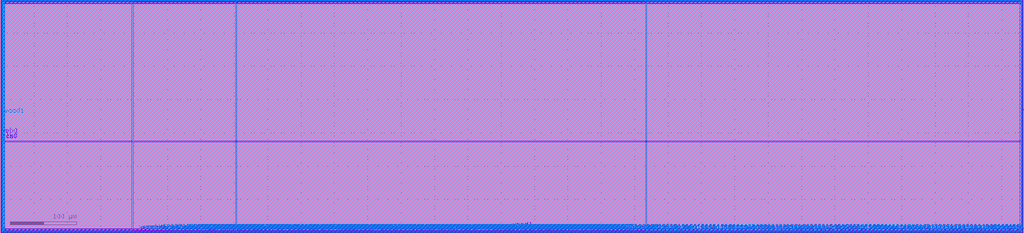
<source format=lef>
# Copyright 2020 The SkyWater PDK Authors
#
# Licensed under the Apache License, Version 2.0 (the "License");
# you may not use this file except in compliance with the License.
# You may obtain a copy of the License at
#
#     https://www.apache.org/licenses/LICENSE-2.0
#
# Unless required by applicable law or agreed to in writing, software
# distributed under the License is distributed on an "AS IS" BASIS,
# WITHOUT WARRANTIES OR CONDITIONS OF ANY KIND, either express or implied.
# See the License for the specific language governing permissions and
# limitations under the License.
#
# SPDX-License-Identifier: Apache-2.0

VERSION 5.7 ;

BUSBITCHARS "[]" ;
DIVIDERCHAR "/" ;

UNITS
  TIME NANOSECONDS 1 ;
  CAPACITANCE PICOFARADS 1 ;
  RESISTANCE OHMS 1 ;
  DATABASE MICRONS 1000 ;
END UNITS

MANUFACTURINGGRID 0.005 ;
USEMINSPACING OBS OFF ;

PROPERTYDEFINITIONS
  LAYER LEF58_TYPE STRING ;
END PROPERTYDEFINITIONS

# High density, single height
SITE unithd
  SYMMETRY Y ;
  CLASS CORE ;
  SIZE 0.46 BY 2.72 ;
END unithd

# High density, double height
SITE unithddbl
  SYMMETRY Y ;
  CLASS CORE ;
  SIZE 0.46 BY 5.44 ;
END unithddbl

LAYER nwell
  TYPE MASTERSLICE ;
  PROPERTY LEF58_TYPE "TYPE NWELL ;" ;
END nwell

LAYER pwell
  TYPE MASTERSLICE ;
  PROPERTY LEF58_TYPE "TYPE PWELL ;" ;
END pwell

LAYER li1
  TYPE ROUTING ;
  DIRECTION VERTICAL ;

  PITCH 0.46 0.34 ;
  OFFSET 0.23 0.17 ;

  WIDTH 0.17 ;          # LI 1
  # SPACING  0.17 ;     # LI 2
  SPACINGTABLE
     PARALLELRUNLENGTH 0
     WIDTH 0 0.17 ;
  AREA 0.0561 ;         # LI 6
  THICKNESS 0.1 ;
  EDGECAPACITANCE 40.697E-6 ;
  CAPACITANCE CPERSQDIST 36.9866E-6 ;
  RESISTANCE RPERSQ 17.0 ;

  ANTENNAMODEL OXIDE1 ;
  ANTENNADIFFSIDEAREARATIO PWL ( ( 0 75 ) ( 0.0125 75 ) ( 0.0225 85.125 ) ( 22.5 10200 ) ) ;
END li1

LAYER mcon
  TYPE CUT ;

  WIDTH 0.17 ;                # Mcon 1
  SPACING 0.19 ;              # Mcon 2
  ENCLOSURE BELOW 0 0 ;       # Mcon 4
  ENCLOSURE ABOVE 0.03 0.06 ; # Met1 4 / Met1 5
  RESISTANCE 23.0 ;

  ANTENNADIFFAREARATIO PWL ( ( 0 3 ) ( 0.0125 3 ) ( 0.0225 3.405 ) ( 22.5 408 ) ) ;
  DCCURRENTDENSITY AVERAGE 0.36 ; # mA per via Iavg_max at Tj = 90oC

END mcon

LAYER met1
  TYPE ROUTING ;
  DIRECTION HORIZONTAL ;

  PITCH 0.34 ;
  OFFSET 0.17 ;

  WIDTH 0.14 ;                     # Met1 1
  # SPACING 0.14 ;                 # Met1 2
  # SPACING 0.28 RANGE 3.001 100 ; # Met1 3b
  SPACINGTABLE
     PARALLELRUNLENGTH 0
     WIDTH 0 0.14
     WIDTH 3 0.28 ;
  AREA 0.083 ;                     # Met1 6
  THICKNESS 0.35 ;
  MINENCLOSEDAREA 0.14 ;

  ANTENNAMODEL OXIDE1 ;
  ANTENNADIFFSIDEAREARATIO PWL ( ( 0 400 ) ( 0.0125 400 ) ( 0.0225 2609 ) ( 22.5 11600 ) ) ;

  EDGECAPACITANCE 40.567E-6 ;
  CAPACITANCE CPERSQDIST 25.7784E-6 ;
  DCCURRENTDENSITY AVERAGE 2.8 ; # mA/um Iavg_max at Tj = 90oC
  ACCURRENTDENSITY RMS 6.1 ; # mA/um Irms_max at Tj = 90oC
  MAXIMUMDENSITY 70 ;
  DENSITYCHECKWINDOW 700 700 ;
  DENSITYCHECKSTEP 70 ;

  RESISTANCE RPERSQ 0.145 ;
END met1

LAYER via
  TYPE CUT ;
  WIDTH 0.15 ;                  # Via 1a
  SPACING 0.17 ;                # Via 2
  ENCLOSURE BELOW 0.055 0.085 ; # Via 4a / Via 5a
  ENCLOSURE ABOVE 0.055 0.085 ; # Met2 4 / Met2 5
  RESISTANCE 15.0 ;

  ANTENNADIFFAREARATIO PWL ( ( 0 6 ) ( 0.0125 6 ) ( 0.0225 6.81 ) ( 22.5 816 ) ) ;
  DCCURRENTDENSITY AVERAGE 0.29 ; # mA per via Iavg_max at Tj = 90oC
END via

LAYER met2
  TYPE ROUTING ;
  DIRECTION VERTICAL ;

  PITCH 0.46 ;
  OFFSET 0.23 ;

  WIDTH 0.14 ;                        # Met2 1
  # SPACING  0.14 ;                   # Met2 2
  # SPACING  0.28 RANGE 3.001 100 ;   # Met2 3b
  SPACINGTABLE
     PARALLELRUNLENGTH 0
     WIDTH 0 0.14
     WIDTH 3 0.28 ;
  AREA 0.0676 ;                       # Met2 6
  THICKNESS 0.35 ;
  MINENCLOSEDAREA 0.14 ;

  EDGECAPACITANCE 37.759E-6 ;
  CAPACITANCE CPERSQDIST 16.9423E-6 ;
  RESISTANCE RPERSQ 0.145 ;
  DCCURRENTDENSITY AVERAGE 2.8 ; # mA/um Iavg_max at Tj = 90oC
  ACCURRENTDENSITY RMS 6.1 ; # mA/um Irms_max at Tj = 90oC

  ANTENNAMODEL OXIDE1 ;
  ANTENNADIFFSIDEAREARATIO PWL ( ( 0 400 ) ( 0.0125 400 ) ( 0.0225 2609 ) ( 22.5 11600 ) ) ;

  MAXIMUMDENSITY 70 ;
  DENSITYCHECKWINDOW 700 700 ;
  DENSITYCHECKSTEP 70 ;
END met2

# ******** Layer via2, type routing, number 44 **************
LAYER via2
  TYPE CUT ;
  WIDTH 0.2 ;                   # Via2 1
  SPACING 0.2 ;                 # Via2 2
  ENCLOSURE BELOW 0.04 0.085 ;  # Via2 4
  ENCLOSURE ABOVE 0.065 0.065 ; # Met3 4
  RESISTANCE 8.0 ;
  ANTENNADIFFAREARATIO PWL ( ( 0 6 ) ( 0.0125 6 ) ( 0.0225 6.81 ) ( 22.5 816 ) ) ;
  DCCURRENTDENSITY AVERAGE 0.48 ; # mA per via Iavg_max at Tj = 90oC
END via2

LAYER met3
  TYPE ROUTING ;
  DIRECTION HORIZONTAL ;

  PITCH 0.68 ;
  OFFSET 0.34 ;

  WIDTH 0.3 ;              # Met3 1
  # SPACING 0.3 ;          # Met3 2
  SPACINGTABLE
     PARALLELRUNLENGTH 0
     WIDTH 0 0.3
     WIDTH 3 0.4 ;
  AREA 0.24 ;              # Met3 6
  THICKNESS 0.8 ;

  EDGECAPACITANCE 40.989E-6 ;
  CAPACITANCE CPERSQDIST 12.3729E-6 ;
  RESISTANCE RPERSQ 0.056 ;
  DCCURRENTDENSITY AVERAGE 6.8 ; # mA/um Iavg_max at Tj = 90oC
  ACCURRENTDENSITY RMS 14.9 ; # mA/um Irms_max at Tj = 90oC

  ANTENNAMODEL OXIDE1 ;
  ANTENNADIFFSIDEAREARATIO PWL ( ( 0 400 ) ( 0.0125 400 ) ( 0.0225 2609 ) ( 22.5 11600 ) ) ;

  MAXIMUMDENSITY 70 ;
  DENSITYCHECKWINDOW 700 700 ;
  DENSITYCHECKSTEP 70 ;
END met3

LAYER via3
  TYPE CUT ;
  WIDTH 0.2 ;                   # Via3 1
  SPACING 0.2 ;                 # Via3 2
  ENCLOSURE BELOW 0.06 0.09 ;   # Via3 4 / Via3 5
  ENCLOSURE ABOVE 0.065 0.065 ; # Met4 3
  RESISTANCE 8.0 ;
  ANTENNADIFFAREARATIO PWL ( ( 0 6 ) ( 0.0125 6 ) ( 0.0225 6.81 ) ( 22.5 816 ) ) ;
  DCCURRENTDENSITY AVERAGE 0.48 ; # mA per via Iavg_max at Tj = 90oC
END via3

LAYER met4
  TYPE ROUTING ;
  DIRECTION VERTICAL ;

  PITCH 0.92 ;
  OFFSET 0.46 ;

  WIDTH 0.3 ;             # Met4 1
  # SPACING  0.3 ;             # Met4 2
  SPACINGTABLE
     PARALLELRUNLENGTH 0
     WIDTH 0 0.3
     WIDTH 3 0.4 ;
  AREA 0.24 ;            # Met4 4a

  THICKNESS 0.8 ;

  EDGECAPACITANCE 36.676E-6 ;
  CAPACITANCE CPERSQDIST 8.41537E-6 ;
  RESISTANCE RPERSQ 0.056 ;
  DCCURRENTDENSITY AVERAGE 6.8 ; # mA/um Iavg_max at Tj = 90oC
  ACCURRENTDENSITY RMS 14.9 ; # mA/um Irms_max at Tj = 90oC

  ANTENNAMODEL OXIDE1 ;
  ANTENNADIFFSIDEAREARATIO PWL ( ( 0 400 ) ( 0.0125 400 ) ( 0.0225 2609 ) ( 22.5 11600 ) ) ;

  MAXIMUMDENSITY 70 ;
  DENSITYCHECKWINDOW 700 700 ;
  DENSITYCHECKSTEP 70 ;
END met4

LAYER via4
  TYPE CUT ;

  WIDTH 0.8 ;                 # Via4 1
  SPACING 0.8 ;               # Via4 2
  ENCLOSURE BELOW 0.19 0.19 ; # Via4 4
  ENCLOSURE ABOVE 0.31 0.31 ; # Met5 3
  RESISTANCE 0.891 ;
  ANTENNADIFFAREARATIO PWL ( ( 0 6 ) ( 0.0125 6 ) ( 0.0225 6.81 ) ( 22.5 816 ) ) ;
  DCCURRENTDENSITY AVERAGE 2.49 ; # mA per via Iavg_max at Tj = 90oC
END via4

LAYER met5
  TYPE ROUTING ;
  DIRECTION HORIZONTAL ;

  PITCH 3.4 ;
  OFFSET 1.7 ;

  WIDTH 1.6 ;            # Met5 1
  #SPACING  1.6 ;        # Met5 2
  SPACINGTABLE
     PARALLELRUNLENGTH 0
     WIDTH 0 1.6 ;
  AREA 4 ;               # Met5 4

  THICKNESS 1.2 ;

  EDGECAPACITANCE 38.851E-6 ;
  CAPACITANCE CPERSQDIST 6.32063E-6 ;
  RESISTANCE RPERSQ 0.0358 ;
  DCCURRENTDENSITY AVERAGE 10.17 ; # mA/um Iavg_max at Tj = 90oC
  ACCURRENTDENSITY RMS 22.34 ; # mA/um Irms_max at Tj = 90oC

  ANTENNAMODEL OXIDE1 ;
  ANTENNADIFFSIDEAREARATIO PWL ( ( 0 400 ) ( 0.0125 400 ) ( 0.0225 2609 ) ( 22.5 11600 ) ) ;
END met5


### Routing via cells section   ###
# Plus via rule, metals are along the prefered direction
VIA L1M1_PR DEFAULT
  LAYER mcon ;
  RECT -0.085 -0.085 0.085 0.085 ;
  LAYER li1 ;
  RECT -0.085 -0.085 0.085 0.085 ;
  LAYER met1 ;
  RECT -0.145 -0.115 0.145 0.115 ;
END L1M1_PR

VIARULE L1M1_PR GENERATE
  LAYER li1 ;
  ENCLOSURE 0 0 ;
  LAYER met1 ;
  ENCLOSURE 0.06 0.03 ;
  LAYER mcon ;
  RECT -0.085 -0.085 0.085 0.085 ;
  SPACING 0.36 BY 0.36 ;
END L1M1_PR

# Plus via rule, metals are along the non prefered direction
VIA L1M1_PR_R DEFAULT
  LAYER mcon ;
  RECT -0.085 -0.085 0.085 0.085 ;
  LAYER li1 ;
  RECT -0.085 -0.085 0.085 0.085 ;
  LAYER met1 ;
  RECT -0.115 -0.145 0.115 0.145 ;
END L1M1_PR_R

VIARULE L1M1_PR_R GENERATE
  LAYER li1 ;
  ENCLOSURE 0 0 ;
  LAYER met1 ;
  ENCLOSURE 0.03 0.06 ;
  LAYER mcon ;
  RECT -0.085 -0.085 0.085 0.085 ;
  SPACING 0.36 BY 0.36 ;
END L1M1_PR_R

# Minus via rule, lower layer metal is along prefered direction
VIA L1M1_PR_M DEFAULT
  LAYER mcon ;
  RECT -0.085 -0.085 0.085 0.085 ;
  LAYER li1 ;
  RECT -0.085 -0.085 0.085 0.085 ;
  LAYER met1 ;
  RECT -0.115 -0.145 0.115 0.145 ;
END L1M1_PR_M

VIARULE L1M1_PR_M GENERATE
  LAYER li1 ;
  ENCLOSURE 0 0 ;
  LAYER met1 ;
  ENCLOSURE 0.03 0.06 ;
  LAYER mcon ;
  RECT -0.085 -0.085 0.085 0.085 ;
  SPACING 0.36 BY 0.36 ;
END L1M1_PR_M

# Minus via rule, upper layer metal is along prefered direction
VIA L1M1_PR_MR DEFAULT
  LAYER mcon ;
  RECT -0.085 -0.085 0.085 0.085 ;
  LAYER li1 ;
  RECT -0.085 -0.085 0.085 0.085 ;
  LAYER met1 ;
  RECT -0.145 -0.115 0.145 0.115 ;
END L1M1_PR_MR

VIARULE L1M1_PR_MR GENERATE
  LAYER li1 ;
  ENCLOSURE 0 0 ;
  LAYER met1 ;
  ENCLOSURE 0.06 0.03 ;
  LAYER mcon ;
  RECT -0.085 -0.085 0.085 0.085 ;
  SPACING 0.36 BY 0.36 ;
END L1M1_PR_MR

# Centered via rule, we really do not want to use it
VIA L1M1_PR_C DEFAULT
  LAYER mcon ;
  RECT -0.085 -0.085 0.085 0.085 ;
  LAYER li1 ;
  RECT -0.085 -0.085 0.085 0.085 ;
  LAYER met1 ;
  RECT -0.145 -0.145 0.145 0.145 ;
END L1M1_PR_C

VIARULE L1M1_PR_C GENERATE
  LAYER li1 ;
  ENCLOSURE 0 0 ;
  LAYER met1 ;
  ENCLOSURE 0.06 0.06 ;
  LAYER mcon ;
  RECT -0.085 -0.085 0.085 0.085 ;
  SPACING 0.36 BY 0.36 ;
END L1M1_PR_C

# Plus via rule, metals are along the prefered direction
VIA M1M2_PR DEFAULT
  LAYER via ;
  RECT -0.075 -0.075 0.075 0.075 ;
  LAYER met1 ;
  RECT -0.16 -0.13 0.16 0.13 ;
  LAYER met2 ;
  RECT -0.13 -0.16 0.13 0.16 ;
END M1M2_PR

VIARULE M1M2_PR GENERATE
  LAYER met1 ;
  ENCLOSURE 0.085 0.055 ;
  LAYER met2 ;
  ENCLOSURE 0.055 0.085 ;
  LAYER via ;
  RECT -0.075 -0.075 0.075 0.075 ;
  SPACING 0.32 BY 0.32 ;
END M1M2_PR

# Plus via rule, metals are along the non prefered direction
VIA M1M2_PR_R DEFAULT
  LAYER via ;
  RECT -0.075 -0.075 0.075 0.075 ;
  LAYER met1 ;
  RECT -0.13 -0.16 0.13 0.16 ;
  LAYER met2 ;
  RECT -0.16 -0.13 0.16 0.13 ;
END M1M2_PR_R

VIARULE M1M2_PR_R GENERATE
  LAYER met1 ;
  ENCLOSURE 0.055 0.085 ;
  LAYER met2 ;
  ENCLOSURE 0.085 0.055 ;
  LAYER via ;
  RECT -0.075 -0.075 0.075 0.075 ;
  SPACING 0.32 BY 0.32 ;
END M1M2_PR_R

# Minus via rule, lower layer metal is along prefered direction
VIA M1M2_PR_M DEFAULT
  LAYER via ;
  RECT -0.075 -0.075 0.075 0.075 ;
  LAYER met1 ;
  RECT -0.16 -0.13 0.16 0.13 ;
  LAYER met2 ;
  RECT -0.16 -0.13 0.16 0.13 ;
END M1M2_PR_M

VIARULE M1M2_PR_M GENERATE
  LAYER met1 ;
  ENCLOSURE 0.085 0.055 ;
  LAYER met2 ;
  ENCLOSURE 0.085 0.055 ;
  LAYER via ;
  RECT -0.075 -0.075 0.075 0.075 ;
  SPACING 0.32 BY 0.32 ;
END M1M2_PR_M

# Minus via rule, upper layer metal is along prefered direction
VIA M1M2_PR_MR DEFAULT
  LAYER via ;
  RECT -0.075 -0.075 0.075 0.075 ;
  LAYER met1 ;
  RECT -0.13 -0.16 0.13 0.16 ;
  LAYER met2 ;
  RECT -0.13 -0.16 0.13 0.16 ;
END M1M2_PR_MR

VIARULE M1M2_PR_MR GENERATE
  LAYER met1 ;
  ENCLOSURE 0.055 0.085 ;
  LAYER met2 ;
  ENCLOSURE 0.055 0.085 ;
  LAYER via ;
  RECT -0.075 -0.075 0.075 0.075 ;
  SPACING 0.32 BY 0.32 ;
END M1M2_PR_MR

# Centered via rule, we really do not want to use it
VIA M1M2_PR_C DEFAULT
  LAYER via ;
  RECT -0.075 -0.075 0.075 0.075 ;
  LAYER met1 ;
  RECT -0.16 -0.16 0.16 0.16 ;
  LAYER met2 ;
  RECT -0.16 -0.16 0.16 0.16 ;
END M1M2_PR_C

VIARULE M1M2_PR_C GENERATE
  LAYER met1 ;
  ENCLOSURE 0.085 0.085 ;
  LAYER met2 ;
  ENCLOSURE 0.085 0.085 ;
  LAYER via ;
  RECT -0.075 -0.075 0.075 0.075 ;
  SPACING 0.32 BY 0.32 ;
END M1M2_PR_C

# Plus via rule, metals are along the prefered direction
VIA M2M3_PR DEFAULT
  LAYER via2 ;
  RECT -0.1 -0.1 0.1 0.1 ;
  LAYER met2 ;
  RECT -0.14 -0.185 0.14 0.185 ;
  LAYER met3 ;
  RECT -0.165 -0.165 0.165 0.165 ;
END M2M3_PR

VIARULE M2M3_PR GENERATE
  LAYER met2 ;
  ENCLOSURE 0.04 0.085 ;
  LAYER met3 ;
  ENCLOSURE 0.065 0.065 ;
  LAYER via2 ;
  RECT -0.1 -0.1 0.1 0.1 ;
  SPACING 0.4 BY 0.4 ;
END M2M3_PR

# Plus via rule, metals are along the non prefered direction
VIA M2M3_PR_R DEFAULT
  LAYER via2 ;
  RECT -0.1 -0.1 0.1 0.1 ;
  LAYER met2 ;
  RECT -0.185 -0.14 0.185 0.14 ;
  LAYER met3 ;
  RECT -0.165 -0.165 0.165 0.165 ;
END M2M3_PR_R

VIARULE M2M3_PR_R GENERATE
  LAYER met2 ;
  ENCLOSURE 0.085 0.04 ;
  LAYER met3 ;
  ENCLOSURE 0.065 0.065 ;
  LAYER via2 ;
  RECT -0.1 -0.1 0.1 0.1 ;
  SPACING 0.4 BY 0.4 ;
END M2M3_PR_R

# Minus via rule, lower layer metal is along prefered direction
VIA M2M3_PR_M DEFAULT
  LAYER via2 ;
  RECT -0.1 -0.1 0.1 0.1 ;
  LAYER met2 ;
  RECT -0.14 -0.185 0.14 0.185 ;
  LAYER met3 ;
  RECT -0.165 -0.165 0.165 0.165 ;
END M2M3_PR_M

VIARULE M2M3_PR_M GENERATE
  LAYER met2 ;
  ENCLOSURE 0.04 0.085 ;
  LAYER met3 ;
  ENCLOSURE 0.065 0.065 ;
  LAYER via2 ;
  RECT -0.1 -0.1 0.1 0.1 ;
  SPACING 0.4 BY 0.4 ;
END M2M3_PR_M

# Minus via rule, upper layer metal is along prefered direction
VIA M2M3_PR_MR DEFAULT
  LAYER via2 ;
  RECT -0.1 -0.1 0.1 0.1 ;
  LAYER met2 ;
  RECT -0.185 -0.14 0.185 0.14 ;
  LAYER met3 ;
  RECT -0.165 -0.165 0.165 0.165 ;
END M2M3_PR_MR

VIARULE M2M3_PR_MR GENERATE
  LAYER met2 ;
  ENCLOSURE 0.085 0.04 ;
  LAYER met3 ;
  ENCLOSURE 0.065 0.065 ;
  LAYER via2 ;
  RECT -0.1 -0.1 0.1 0.1 ;
  SPACING 0.4 BY 0.4 ;
END M2M3_PR_MR

# Centered via rule, we really do not want to use it
VIA M2M3_PR_C DEFAULT
  LAYER via2 ;
  RECT -0.1 -0.1 0.1 0.1 ;
  LAYER met2 ;
  RECT -0.185 -0.185 0.185 0.185 ;
  LAYER met3 ;
  RECT -0.165 -0.165 0.165 0.165 ;
END M2M3_PR_C

VIARULE M2M3_PR_C GENERATE
  LAYER met2 ;
  ENCLOSURE 0.085 0.085 ;
  LAYER met3 ;
  ENCLOSURE 0.065 0.065 ;
  LAYER via2 ;
  RECT -0.1 -0.1 0.1 0.1 ;
  SPACING 0.4 BY 0.4 ;
END M2M3_PR_C

# Plus via rule, metals are along the prefered direction
VIA M3M4_PR DEFAULT
  LAYER via3 ;
  RECT -0.1 -0.1 0.1 0.1 ;
  LAYER met3 ;
  RECT -0.19 -0.16 0.19 0.16 ;
  LAYER met4 ;
  RECT -0.165 -0.165 0.165 0.165 ;
END M3M4_PR

VIARULE M3M4_PR GENERATE
  LAYER met3 ;
  ENCLOSURE 0.09 0.06 ;
  LAYER met4 ;
  ENCLOSURE 0.065 0.065 ;
  LAYER via3 ;
  RECT -0.1 -0.1 0.1 0.1 ;
  SPACING 0.4 BY 0.4 ;
END M3M4_PR

# Plus via rule, metals are along the non prefered direction
VIA M3M4_PR_R DEFAULT
  LAYER via3 ;
  RECT -0.1 -0.1 0.1 0.1 ;
  LAYER met3 ;
  RECT -0.16 -0.19 0.16 0.19 ;
  LAYER met4 ;
  RECT -0.165 -0.165 0.165 0.165 ;
END M3M4_PR_R

VIARULE M3M4_PR_R GENERATE
  LAYER met3 ;
  ENCLOSURE 0.06 0.09 ;
  LAYER met4 ;
  ENCLOSURE 0.065 0.065 ;
  LAYER via3 ;
  RECT -0.1 -0.1 0.1 0.1 ;
  SPACING 0.4 BY 0.4 ;
END M3M4_PR_R

# Minus via rule, lower layer metal is along prefered direction
VIA M3M4_PR_M DEFAULT
  LAYER via3 ;
  RECT -0.1 -0.1 0.1 0.1 ;
  LAYER met3 ;
  RECT -0.19 -0.16 0.19 0.16 ;
  LAYER met4 ;
  RECT -0.165 -0.165 0.165 0.165 ;
END M3M4_PR_M

VIARULE M3M4_PR_M GENERATE
  LAYER met3 ;
  ENCLOSURE 0.09 0.06 ;
  LAYER met4 ;
  ENCLOSURE 0.065 0.065 ;
  LAYER via3 ;
  RECT -0.1 -0.1 0.1 0.1 ;
  SPACING 0.4 BY 0.4 ;
END M3M4_PR_M

# Minus via rule, upper layer metal is along prefered direction
VIA M3M4_PR_MR DEFAULT
  LAYER via3 ;
  RECT -0.1 -0.1 0.1 0.1 ;
  LAYER met3 ;
  RECT -0.16 -0.19 0.16 0.19 ;
  LAYER met4 ;
  RECT -0.165 -0.165 0.165 0.165 ;
END M3M4_PR_MR

VIARULE M3M4_PR_MR GENERATE
  LAYER met3 ;
  ENCLOSURE 0.06 0.09 ;
  LAYER met4 ;
  ENCLOSURE 0.065 0.065 ;
  LAYER via3 ;
  RECT -0.1 -0.1 0.1 0.1 ;
  SPACING 0.4 BY 0.4 ;
END M3M4_PR_MR

# Centered via rule, we really do not want to use it
VIA M3M4_PR_C DEFAULT
  LAYER via3 ;
  RECT -0.1 -0.1 0.1 0.1 ;
  LAYER met3 ;
  RECT -0.19 -0.19 0.19 0.19 ;
  LAYER met4 ;
  RECT -0.165 -0.165 0.165 0.165 ;
END M3M4_PR_C

VIARULE M3M4_PR_C GENERATE
  LAYER met3 ;
  ENCLOSURE 0.09 0.09 ;
  LAYER met4 ;
  ENCLOSURE 0.065 0.065 ;
  LAYER via3 ;
  RECT -0.1 -0.1 0.1 0.1 ;
  SPACING 0.4 BY 0.4 ;
END M3M4_PR_C

# Plus via rule, metals are along the prefered direction
VIA M4M5_PR DEFAULT
  LAYER via4 ;
  RECT -0.4 -0.4 0.4 0.4 ;
  LAYER met4 ;
  RECT -0.59 -0.59 0.59 0.59 ;
  LAYER met5 ;
  RECT -0.71 -0.71 0.71 0.71 ;
END M4M5_PR

VIARULE M4M5_PR GENERATE
  LAYER met4 ;
  ENCLOSURE 0.19 0.19 ;
  LAYER met5 ;
  ENCLOSURE 0.31 0.31 ;
  LAYER via4 ;
  RECT -0.4 -0.4 0.4 0.4 ;
  SPACING 1.6 BY 1.6 ;
END M4M5_PR

# Plus via rule, metals are along the non prefered direction
VIA M4M5_PR_R DEFAULT
  LAYER via4 ;
  RECT -0.4 -0.4 0.4 0.4 ;
  LAYER met4 ;
  RECT -0.59 -0.59 0.59 0.59 ;
  LAYER met5 ;
  RECT -0.71 -0.71 0.71 0.71 ;
END M4M5_PR_R

VIARULE M4M5_PR_R GENERATE
  LAYER met4 ;
  ENCLOSURE 0.19 0.19 ;
  LAYER met5 ;
  ENCLOSURE 0.31 0.31 ;
  LAYER via4 ;
  RECT -0.4 -0.4 0.4 0.4 ;
  SPACING 1.6 BY 1.6 ;
END M4M5_PR_R

# Minus via rule, lower layer metal is along prefered direction
VIA M4M5_PR_M DEFAULT
  LAYER via4 ;
  RECT -0.4 -0.4 0.4 0.4 ;
  LAYER met4 ;
  RECT -0.59 -0.59 0.59 0.59 ;
  LAYER met5 ;
  RECT -0.71 -0.71 0.71 0.71 ;
END M4M5_PR_M

VIARULE M4M5_PR_M GENERATE
  LAYER met4 ;
  ENCLOSURE 0.19 0.19 ;
  LAYER met5 ;
  ENCLOSURE 0.31 0.31 ;
  LAYER via4 ;
  RECT -0.4 -0.4 0.4 0.4 ;
  SPACING 1.6 BY 1.6 ;
END M4M5_PR_M

# Minus via rule, upper layer metal is along prefered direction
VIA M4M5_PR_MR DEFAULT
  LAYER via4 ;
  RECT -0.4 -0.4 0.4 0.4 ;
  LAYER met4 ;
  RECT -0.59 -0.59 0.59 0.59 ;
  LAYER met5 ;
  RECT -0.71 -0.71 0.71 0.71 ;
END M4M5_PR_MR

VIARULE M4M5_PR_MR GENERATE
  LAYER met4 ;
  ENCLOSURE 0.19 0.19 ;
  LAYER met5 ;
  ENCLOSURE 0.31 0.31 ;
  LAYER via4 ;
  RECT -0.4 -0.4 0.4 0.4 ;
  SPACING 1.6 BY 1.6 ;
END M4M5_PR_MR

# Centered via rule, we really do not want to use it
VIA M4M5_PR_C DEFAULT
  LAYER via4 ;
  RECT -0.4 -0.4 0.4 0.4 ;
  LAYER met4 ;
  RECT -0.59 -0.59 0.59 0.59 ;
  LAYER met5 ;
  RECT -0.71 -0.71 0.71 0.71 ;
END M4M5_PR_C

VIARULE M4M5_PR_C GENERATE
  LAYER met4 ;
  ENCLOSURE 0.19 0.19 ;
  LAYER met5 ;
  ENCLOSURE 0.31 0.31 ;
  LAYER via4 ;
  RECT -0.4 -0.4 0.4 0.4 ;
  SPACING 1.6 BY 1.6 ;
END M4M5_PR_C
###  end of single via cells   ###


MACRO sky130_ef_sc_hd__decap_12
  CLASS CORE SPACER ;
  FOREIGN sky130_ef_sc_hd__decap_12 ;
  ORIGIN 0.000 0.000 ;
  SIZE 5.520 BY 2.720 ;
  PIN VGND
    DIRECTION INPUT ;
    USE GROUND ;
    PORT
      LAYER li1 ;
        RECT 1.670 0.630 2.010 1.460 ;
        RECT 0.085 0.085 5.430 0.630 ;
        RECT 0.000 -0.085 5.520 0.085 ;
      LAYER mcon ;
        RECT 0.605 -0.085 0.775 0.085 ;
        RECT 1.065 -0.085 1.235 0.085 ;
        RECT 1.525 -0.085 1.695 0.085 ;
        RECT 1.985 -0.085 2.155 0.085 ;
        RECT 2.445 -0.085 2.615 0.085 ;
        RECT 2.905 -0.085 3.075 0.085 ;
        RECT 3.365 -0.085 3.535 0.085 ;
        RECT 3.825 -0.085 3.995 0.085 ;
        RECT 4.285 -0.085 4.455 0.085 ;
        RECT 4.745 -0.085 4.915 0.085 ;
        RECT 5.205 -0.085 5.375 0.085 ;
      LAYER met1 ;
        RECT 0.000 -0.240 5.520 0.240 ;
    END
  END VGND
  PIN VNB
    DIRECTION INPUT ;
    USE GROUND ;
    PORT
      LAYER pwell ;
        RECT 0.080 -0.130 0.360 0.150 ;
    END
  END VNB
  PIN VPB
    DIRECTION INPUT ;
    USE POWER ;
    PORT
      LAYER nwell ;
        RECT -0.190 1.305 5.710 2.910 ;
    END
  END VPB
  PIN VPWR
    DIRECTION INPUT ;
    USE POWER ;
    PORT
      LAYER li1 ;
        RECT 0.000 2.635 5.520 2.805 ;
        RECT 0.085 2.200 5.430 2.635 ;
        RECT 3.490 0.950 3.840 2.200 ;
      LAYER mcon ;
        RECT 0.605 2.635 0.775 2.805 ;
        RECT 1.065 2.635 1.235 2.805 ;
        RECT 1.525 2.635 1.695 2.805 ;
        RECT 1.985 2.635 2.155 2.805 ;
        RECT 2.445 2.635 2.615 2.805 ;
        RECT 2.905 2.635 3.075 2.805 ;
        RECT 3.365 2.635 3.535 2.805 ;
        RECT 3.825 2.635 3.995 2.805 ;
        RECT 4.285 2.635 4.455 2.805 ;
        RECT 4.745 2.635 4.915 2.805 ;
        RECT 5.205 2.635 5.375 2.805 ;
      LAYER met1 ;
        RECT 0.000 2.480 5.520 2.960 ;
    END
  END VPWR
END sky130_ef_sc_hd__decap_12
MACRO sky130_ef_sc_hd__fakediode_2
  CLASS CORE SPACER ;
  FOREIGN sky130_ef_sc_hd__fakediode_2 ;
  ORIGIN  0.000000  0.000000 ;
  SIZE  0.920000 BY  2.720000 ;
  SYMMETRY X Y R90 ;
  SITE unithd ;
  PIN DIODE
    DIRECTION INPUT ;
    USE SIGNAL ;
    PORT
      LAYER li1 ;
        RECT 0.085000 0.255000 0.835000 2.465000 ;
    END
  END DIODE
  PIN VGND
    DIRECTION INOUT ;
    SHAPE ABUTMENT ;
    USE GROUND ;
    PORT
      LAYER met1 ;
        RECT 0.000000 -0.240000 0.920000 0.240000 ;
    END
  END VGND
  PIN VNB
    DIRECTION INOUT ;
    USE GROUND ;
    PORT
      LAYER pwell ;
        RECT 0.145000 -0.085000 0.315000 0.085000 ;
    END
  END VNB
  PIN VPB
    DIRECTION INOUT ;
    USE POWER ;
    PORT
      LAYER nwell ;
        RECT -0.190000 1.305000 1.110000 2.910000 ;
    END
  END VPB
  PIN VPWR
    DIRECTION INOUT ;
    SHAPE ABUTMENT ;
    USE POWER ;
    PORT
      LAYER met1 ;
        RECT 0.000000 2.480000 0.920000 2.960000 ;
    END
  END VPWR
  OBS
    LAYER li1 ;
      RECT 0.000000 -0.085000 0.920000 0.085000 ;
      RECT 0.000000  2.635000 0.920000 2.805000 ;
    LAYER mcon ;
      RECT 0.145000 -0.085000 0.315000 0.085000 ;
      RECT 0.145000  2.635000 0.315000 2.805000 ;
      RECT 0.605000 -0.085000 0.775000 0.085000 ;
      RECT 0.605000  2.635000 0.775000 2.805000 ;
  END
END sky130_ef_sc_hd__fakediode_2
MACRO sky130_ef_sc_hd__fill_8
  CLASS CORE SPACER ;
  SOURCE USER ;
  ORIGIN  0.000000  0.000000 ;
  SIZE  3.680000 BY  2.720000 ;
  SYMMETRY X Y R90 ;
  SITE unithd ;
  PIN VGND
    DIRECTION INOUT ;
    SHAPE ABUTMENT ;
    USE GROUND ;
    PORT
      LAYER li1 ;
        RECT 0.000000 -0.085000 3.680000 0.085000 ;
    END
    PORT
      LAYER met1 ;
        RECT 0.000000 -0.240000 3.680000 0.240000 ;
    END
  END VGND
  PIN VPWR
    DIRECTION INOUT ;
    SHAPE ABUTMENT ;
    USE POWER ;
    PORT
      LAYER li1 ;
        RECT 0.000000 2.635000 3.680000 2.805000 ;
    END
    PORT
      LAYER met1 ;
        RECT 0.000000 2.480000 3.680000 2.960000 ;
    END
  END VPWR
  OBS
  END
END sky130_ef_sc_hd__fill_8
MACRO sky130_ef_sc_hd__fill_12
  CLASS CORE SPACER ;
  FOREIGN sky130_ef_sc_hd__fill_12 ;
  ORIGIN 0.000 0.000 ;
  SIZE 5.520 BY 2.720 ;
  SYMMETRY X Y R90 ;
  SITE unithd ;
  OBS
      LAYER nwell ;
        RECT -0.190 1.305 5.710 2.910 ;
      LAYER pwell ;
        RECT 0.145 -0.085 0.315 0.085 ;
        RECT 2.935 -0.060 3.045 0.060 ;
        RECT 4.755 -0.050 4.915 0.060 ;
      LAYER li1 ;
        RECT 0.000 2.635 5.520 2.805 ;
        RECT 0.085 1.545 2.675 2.635 ;
        RECT 0.085 0.855 1.295 1.375 ;
        RECT 1.465 1.025 2.675 1.545 ;
        RECT 0.085 0.085 2.675 0.855 ;
        RECT 0.000 -0.085 5.520 0.085 ;
      LAYER mcon ;
        RECT 0.145 2.635 0.315 2.805 ;
        RECT 0.605 2.635 0.775 2.805 ;
        RECT 1.065 2.635 1.235 2.805 ;
        RECT 1.525 2.635 1.695 2.805 ;
        RECT 1.985 2.635 2.155 2.805 ;
        RECT 2.445 2.635 2.615 2.805 ;
        RECT 2.905 2.635 3.075 2.805 ;
        RECT 3.365 2.635 3.535 2.805 ;
        RECT 3.825 2.635 3.995 2.805 ;
        RECT 4.285 2.635 4.455 2.805 ;
        RECT 4.745 2.635 4.915 2.805 ;
        RECT 5.205 2.635 5.375 2.805 ;
        RECT 0.145 -0.085 0.315 0.085 ;
        RECT 0.605 -0.085 0.775 0.085 ;
        RECT 1.065 -0.085 1.235 0.085 ;
        RECT 1.525 -0.085 1.695 0.085 ;
        RECT 1.985 -0.085 2.155 0.085 ;
        RECT 2.445 -0.085 2.615 0.085 ;
        RECT 2.905 -0.085 3.075 0.085 ;
        RECT 3.365 -0.085 3.535 0.085 ;
        RECT 3.825 -0.085 3.995 0.085 ;
        RECT 4.285 -0.085 4.455 0.085 ;
        RECT 4.745 -0.085 4.915 0.085 ;
        RECT 5.205 -0.085 5.375 0.085 ;
      LAYER met1 ;
        RECT 0.000 2.480 5.520 2.960 ;
        RECT 0.000 -0.240 5.520 0.240 ;
  END
END sky130_ef_sc_hd__fill_12
MACRO sky130_fd_sc_hd__a2bb2o_1
  CLASS CORE ;
  FOREIGN sky130_fd_sc_hd__a2bb2o_1 ;
  ORIGIN 0.000 0.000 ;
  SIZE 3.680 BY 2.720 ;
  SYMMETRY X Y R90 ;
  SITE unithd ;
  PIN A1_N
    DIRECTION INPUT ;
    USE SIGNAL ;
    ANTENNAGATEAREA 0.126000 ;
    PORT
      LAYER li1 ;
        RECT 0.910 0.995 1.240 1.615 ;
    END
  END A1_N
  PIN A2_N
    DIRECTION INPUT ;
    USE SIGNAL ;
    ANTENNAGATEAREA 0.126000 ;
    PORT
      LAYER li1 ;
        RECT 1.410 0.995 1.700 1.375 ;
    END
  END A2_N
  PIN B1
    DIRECTION INPUT ;
    USE SIGNAL ;
    ANTENNAGATEAREA 0.126000 ;
    PORT
      LAYER li1 ;
        RECT 3.280 0.765 3.540 1.655 ;
    END
  END B1
  PIN B2
    DIRECTION INPUT ;
    USE SIGNAL ;
    ANTENNAGATEAREA 0.126000 ;
    PORT
      LAYER li1 ;
        RECT 2.600 1.355 3.080 1.655 ;
        RECT 2.820 0.765 3.080 1.355 ;
    END
  END B2
  PIN VGND
    DIRECTION INOUT ;
    USE GROUND ;
    SHAPE ABUTMENT ;
    PORT
      LAYER met1 ;
        RECT 0.000 -0.240 3.680 0.240 ;
    END
  END VGND
  PIN VNB
    DIRECTION INOUT ;
    USE GROUND ;
    PORT
      LAYER pwell ;
        RECT 0.005 0.785 0.925 1.015 ;
        RECT 0.005 0.105 3.590 0.785 ;
        RECT 0.150 -0.085 0.320 0.105 ;
    END
  END VNB
  PIN VPB
    DIRECTION INOUT ;
    USE POWER ;
    PORT
      LAYER nwell ;
        RECT -0.190 1.305 3.870 2.910 ;
    END
  END VPB
  PIN VPWR
    DIRECTION INOUT ;
    USE POWER ;
    SHAPE ABUTMENT ;
    PORT
      LAYER met1 ;
        RECT 0.000 2.480 3.680 2.960 ;
    END
  END VPWR
  PIN X
    DIRECTION OUTPUT ;
    USE SIGNAL ;
    ANTENNADIFFAREA 0.429000 ;
    PORT
      LAYER li1 ;
        RECT 0.085 1.525 0.345 2.465 ;
        RECT 0.085 0.810 0.260 1.525 ;
        RECT 0.085 0.255 0.345 0.810 ;
    END
  END X
  OBS
      LAYER li1 ;
        RECT 0.000 2.635 3.680 2.805 ;
        RECT 0.515 2.235 0.845 2.635 ;
        RECT 1.990 2.370 2.245 2.465 ;
        RECT 1.105 2.200 2.245 2.370 ;
        RECT 2.415 2.255 2.745 2.425 ;
        RECT 1.105 1.975 1.275 2.200 ;
        RECT 0.515 1.805 1.275 1.975 ;
        RECT 1.990 2.065 2.245 2.200 ;
        RECT 0.515 1.325 0.685 1.805 ;
        RECT 1.540 1.715 1.710 1.905 ;
        RECT 1.990 1.895 2.400 2.065 ;
        RECT 1.540 1.545 2.060 1.715 ;
        RECT 0.430 0.995 0.685 1.325 ;
        RECT 1.890 0.825 2.060 1.545 ;
        RECT 1.180 0.655 2.060 0.825 ;
        RECT 2.230 0.870 2.400 1.895 ;
        RECT 2.575 2.005 2.745 2.255 ;
        RECT 2.915 2.175 3.165 2.635 ;
        RECT 3.335 2.005 3.515 2.465 ;
        RECT 2.575 1.835 3.515 2.005 ;
        RECT 2.230 0.700 2.580 0.870 ;
        RECT 0.515 0.085 0.945 0.530 ;
        RECT 1.180 0.255 1.350 0.655 ;
        RECT 1.520 0.085 2.240 0.485 ;
        RECT 2.410 0.255 2.580 0.700 ;
        RECT 3.155 0.085 3.555 0.595 ;
        RECT 0.000 -0.085 3.680 0.085 ;
      LAYER mcon ;
        RECT 0.145 2.635 0.315 2.805 ;
        RECT 0.605 2.635 0.775 2.805 ;
        RECT 1.065 2.635 1.235 2.805 ;
        RECT 1.525 2.635 1.695 2.805 ;
        RECT 1.985 2.635 2.155 2.805 ;
        RECT 2.445 2.635 2.615 2.805 ;
        RECT 2.905 2.635 3.075 2.805 ;
        RECT 3.365 2.635 3.535 2.805 ;
        RECT 0.145 -0.085 0.315 0.085 ;
        RECT 0.605 -0.085 0.775 0.085 ;
        RECT 1.065 -0.085 1.235 0.085 ;
        RECT 1.525 -0.085 1.695 0.085 ;
        RECT 1.985 -0.085 2.155 0.085 ;
        RECT 2.445 -0.085 2.615 0.085 ;
        RECT 2.905 -0.085 3.075 0.085 ;
        RECT 3.365 -0.085 3.535 0.085 ;
  END
END sky130_fd_sc_hd__a2bb2o_1
MACRO sky130_fd_sc_hd__a2bb2o_2
  CLASS CORE ;
  FOREIGN sky130_fd_sc_hd__a2bb2o_2 ;
  ORIGIN 0.000 0.000 ;
  SIZE 4.140 BY 2.720 ;
  SYMMETRY X Y R90 ;
  SITE unithd ;
  PIN A1_N
    DIRECTION INPUT ;
    USE SIGNAL ;
    ANTENNAGATEAREA 0.159000 ;
    PORT
      LAYER li1 ;
        RECT 1.345 0.995 1.675 1.615 ;
    END
  END A1_N
  PIN A2_N
    DIRECTION INPUT ;
    USE SIGNAL ;
    ANTENNAGATEAREA 0.159000 ;
    PORT
      LAYER li1 ;
        RECT 1.845 0.995 2.135 1.375 ;
    END
  END A2_N
  PIN B1
    DIRECTION INPUT ;
    USE SIGNAL ;
    ANTENNAGATEAREA 0.159000 ;
    PORT
      LAYER li1 ;
        RECT 3.730 0.765 3.990 1.655 ;
    END
  END B1
  PIN B2
    DIRECTION INPUT ;
    USE SIGNAL ;
    ANTENNAGATEAREA 0.159000 ;
    PORT
      LAYER li1 ;
        RECT 3.050 1.355 3.530 1.655 ;
        RECT 3.270 0.765 3.530 1.355 ;
    END
  END B2
  PIN VGND
    DIRECTION INOUT ;
    USE GROUND ;
    SHAPE ABUTMENT ;
    PORT
      LAYER met1 ;
        RECT 0.000 -0.240 4.140 0.240 ;
    END
  END VGND
  PIN VNB
    DIRECTION INOUT ;
    USE GROUND ;
    PORT
      LAYER pwell ;
        RECT 0.015 0.785 1.360 1.015 ;
        RECT 0.015 0.105 4.040 0.785 ;
        RECT 0.125 -0.085 0.295 0.105 ;
    END
  END VNB
  PIN VPB
    DIRECTION INOUT ;
    USE POWER ;
    PORT
      LAYER nwell ;
        RECT -0.190 1.305 4.330 2.910 ;
    END
  END VPB
  PIN VPWR
    DIRECTION INOUT ;
    USE POWER ;
    SHAPE ABUTMENT ;
    PORT
      LAYER met1 ;
        RECT 0.000 2.480 4.140 2.960 ;
    END
  END VPWR
  PIN X
    DIRECTION OUTPUT ;
    USE SIGNAL ;
    ANTENNADIFFAREA 0.445500 ;
    PORT
      LAYER li1 ;
        RECT 0.525 1.525 0.780 2.465 ;
        RECT 0.525 0.810 0.695 1.525 ;
        RECT 0.525 0.255 0.780 0.810 ;
    END
  END X
  OBS
      LAYER li1 ;
        RECT 0.000 2.635 4.140 2.805 ;
        RECT 0.185 1.445 0.355 2.635 ;
        RECT 0.950 2.235 1.280 2.635 ;
        RECT 2.500 2.370 2.670 2.465 ;
        RECT 1.540 2.200 2.670 2.370 ;
        RECT 2.875 2.255 3.205 2.425 ;
        RECT 1.540 1.975 1.710 2.200 ;
        RECT 0.950 1.805 1.710 1.975 ;
        RECT 2.440 2.065 2.670 2.200 ;
        RECT 0.950 1.325 1.120 1.805 ;
        RECT 1.975 1.715 2.145 1.905 ;
        RECT 2.440 1.895 2.850 2.065 ;
        RECT 1.975 1.545 2.510 1.715 ;
        RECT 0.865 0.995 1.120 1.325 ;
        RECT 0.185 0.085 0.355 0.930 ;
        RECT 2.340 0.825 2.510 1.545 ;
        RECT 1.615 0.655 2.510 0.825 ;
        RECT 2.680 0.870 2.850 1.895 ;
        RECT 3.035 2.005 3.205 2.255 ;
        RECT 3.375 2.175 3.625 2.635 ;
        RECT 3.795 2.005 3.965 2.465 ;
        RECT 3.035 1.835 3.965 2.005 ;
        RECT 2.680 0.700 3.030 0.870 ;
        RECT 0.950 0.085 1.380 0.530 ;
        RECT 1.615 0.255 1.785 0.655 ;
        RECT 1.955 0.085 2.690 0.485 ;
        RECT 2.860 0.255 3.030 0.700 ;
        RECT 3.605 0.085 4.005 0.595 ;
        RECT 0.000 -0.085 4.140 0.085 ;
      LAYER mcon ;
        RECT 0.145 2.635 0.315 2.805 ;
        RECT 0.605 2.635 0.775 2.805 ;
        RECT 1.065 2.635 1.235 2.805 ;
        RECT 1.525 2.635 1.695 2.805 ;
        RECT 1.985 2.635 2.155 2.805 ;
        RECT 2.445 2.635 2.615 2.805 ;
        RECT 2.905 2.635 3.075 2.805 ;
        RECT 3.365 2.635 3.535 2.805 ;
        RECT 3.825 2.635 3.995 2.805 ;
        RECT 0.145 -0.085 0.315 0.085 ;
        RECT 0.605 -0.085 0.775 0.085 ;
        RECT 1.065 -0.085 1.235 0.085 ;
        RECT 1.525 -0.085 1.695 0.085 ;
        RECT 1.985 -0.085 2.155 0.085 ;
        RECT 2.445 -0.085 2.615 0.085 ;
        RECT 2.905 -0.085 3.075 0.085 ;
        RECT 3.365 -0.085 3.535 0.085 ;
        RECT 3.825 -0.085 3.995 0.085 ;
  END
END sky130_fd_sc_hd__a2bb2o_2
MACRO sky130_fd_sc_hd__a2bb2o_4
  CLASS CORE ;
  FOREIGN sky130_fd_sc_hd__a2bb2o_4 ;
  ORIGIN 0.000 0.000 ;
  SIZE 7.360 BY 2.720 ;
  SYMMETRY X Y R90 ;
  SITE unithd ;
  PIN A1_N
    DIRECTION INPUT ;
    USE SIGNAL ;
    ANTENNAGATEAREA 0.495000 ;
    PORT
      LAYER li1 ;
        RECT 3.475 1.445 4.965 1.615 ;
        RECT 3.475 1.325 3.645 1.445 ;
        RECT 3.315 1.075 3.645 1.325 ;
        RECT 4.605 1.075 4.965 1.445 ;
    END
  END A1_N
  PIN A2_N
    DIRECTION INPUT ;
    USE SIGNAL ;
    ANTENNAGATEAREA 0.495000 ;
    PORT
      LAYER li1 ;
        RECT 3.815 1.075 4.435 1.275 ;
    END
  END A2_N
  PIN B1
    DIRECTION INPUT ;
    USE SIGNAL ;
    ANTENNAGATEAREA 0.495000 ;
    PORT
      LAYER li1 ;
        RECT 0.085 1.445 1.685 1.615 ;
        RECT 0.085 1.075 0.575 1.445 ;
        RECT 1.515 1.245 1.685 1.445 ;
        RECT 1.515 1.075 1.895 1.245 ;
    END
  END B1
  PIN B2
    DIRECTION INPUT ;
    USE SIGNAL ;
    ANTENNAGATEAREA 0.495000 ;
    PORT
      LAYER li1 ;
        RECT 0.805 1.075 1.345 1.275 ;
    END
  END B2
  PIN VGND
    DIRECTION INOUT ;
    USE GROUND ;
    SHAPE ABUTMENT ;
    PORT
      LAYER met1 ;
        RECT 0.000 -0.240 7.360 0.240 ;
    END
  END VGND
  PIN VNB
    DIRECTION INOUT ;
    USE GROUND ;
    PORT
      LAYER pwell ;
        RECT 0.005 0.105 6.915 1.015 ;
        RECT 0.150 -0.085 0.320 0.105 ;
    END
  END VNB
  PIN VPB
    DIRECTION INOUT ;
    USE POWER ;
    PORT
      LAYER nwell ;
        RECT -0.190 1.305 7.550 2.910 ;
    END
  END VPB
  PIN VPWR
    DIRECTION INOUT ;
    USE POWER ;
    SHAPE ABUTMENT ;
    PORT
      LAYER met1 ;
        RECT 0.000 2.480 7.360 2.960 ;
    END
  END VPWR
  PIN X
    DIRECTION OUTPUT ;
    USE SIGNAL ;
    ANTENNADIFFAREA 0.891000 ;
    PORT
      LAYER li1 ;
        RECT 5.275 1.955 5.525 2.465 ;
        RECT 6.115 1.955 6.365 2.465 ;
        RECT 5.275 1.785 6.365 1.955 ;
        RECT 6.115 1.655 6.365 1.785 ;
        RECT 6.115 1.415 6.920 1.655 ;
        RECT 6.610 0.905 6.920 1.415 ;
        RECT 5.235 0.725 6.920 0.905 ;
        RECT 5.235 0.275 5.565 0.725 ;
        RECT 6.075 0.275 6.405 0.725 ;
    END
  END X
  OBS
      LAYER li1 ;
        RECT 0.000 2.635 7.360 2.805 ;
        RECT 0.135 1.955 0.385 2.465 ;
        RECT 0.555 2.125 0.805 2.635 ;
        RECT 0.975 1.955 1.225 2.465 ;
        RECT 1.395 2.125 1.645 2.635 ;
        RECT 1.815 2.295 2.905 2.465 ;
        RECT 1.815 1.955 2.065 2.295 ;
        RECT 2.655 2.135 2.905 2.295 ;
        RECT 3.175 2.135 3.425 2.635 ;
        RECT 3.595 2.295 4.685 2.465 ;
        RECT 3.595 2.135 3.845 2.295 ;
        RECT 0.135 1.785 2.065 1.955 ;
        RECT 1.855 1.455 2.065 1.785 ;
        RECT 2.235 1.965 2.485 2.125 ;
        RECT 4.015 1.965 4.265 2.125 ;
        RECT 2.235 1.415 2.620 1.965 ;
        RECT 3.135 1.785 4.265 1.965 ;
        RECT 4.435 1.785 4.685 2.295 ;
        RECT 4.855 1.795 5.105 2.635 ;
        RECT 5.695 2.165 5.945 2.635 ;
        RECT 6.535 1.825 6.785 2.635 ;
        RECT 3.135 1.665 3.305 1.785 ;
        RECT 2.955 1.495 3.305 1.665 ;
        RECT 2.235 0.905 2.445 1.415 ;
        RECT 2.955 1.245 3.145 1.495 ;
        RECT 2.615 1.075 3.145 1.245 ;
        RECT 5.135 1.245 5.460 1.615 ;
        RECT 5.135 1.075 6.440 1.245 ;
        RECT 2.955 0.905 3.145 1.075 ;
        RECT 0.175 0.085 0.345 0.895 ;
        RECT 0.515 0.475 0.765 0.905 ;
        RECT 0.935 0.735 2.525 0.905 ;
        RECT 0.935 0.645 1.270 0.735 ;
        RECT 0.515 0.255 1.685 0.475 ;
        RECT 1.855 0.085 2.025 0.555 ;
        RECT 2.195 0.255 2.525 0.735 ;
        RECT 2.955 0.725 4.725 0.905 ;
        RECT 2.695 0.085 3.385 0.555 ;
        RECT 3.555 0.255 3.885 0.725 ;
        RECT 4.055 0.085 4.225 0.555 ;
        RECT 4.395 0.255 4.725 0.725 ;
        RECT 4.895 0.085 5.065 0.895 ;
        RECT 5.735 0.085 5.905 0.555 ;
        RECT 6.575 0.085 6.745 0.555 ;
        RECT 0.000 -0.085 7.360 0.085 ;
      LAYER mcon ;
        RECT 0.145 2.635 0.315 2.805 ;
        RECT 0.605 2.635 0.775 2.805 ;
        RECT 1.065 2.635 1.235 2.805 ;
        RECT 1.525 2.635 1.695 2.805 ;
        RECT 1.985 2.635 2.155 2.805 ;
        RECT 2.445 2.635 2.615 2.805 ;
        RECT 2.905 2.635 3.075 2.805 ;
        RECT 3.365 2.635 3.535 2.805 ;
        RECT 3.825 2.635 3.995 2.805 ;
        RECT 4.285 2.635 4.455 2.805 ;
        RECT 4.745 2.635 4.915 2.805 ;
        RECT 5.205 2.635 5.375 2.805 ;
        RECT 5.665 2.635 5.835 2.805 ;
        RECT 6.125 2.635 6.295 2.805 ;
        RECT 6.585 2.635 6.755 2.805 ;
        RECT 7.045 2.635 7.215 2.805 ;
        RECT 2.450 1.445 2.620 1.615 ;
        RECT 5.230 1.445 5.400 1.615 ;
        RECT 0.145 -0.085 0.315 0.085 ;
        RECT 0.605 -0.085 0.775 0.085 ;
        RECT 1.065 -0.085 1.235 0.085 ;
        RECT 1.525 -0.085 1.695 0.085 ;
        RECT 1.985 -0.085 2.155 0.085 ;
        RECT 2.445 -0.085 2.615 0.085 ;
        RECT 2.905 -0.085 3.075 0.085 ;
        RECT 3.365 -0.085 3.535 0.085 ;
        RECT 3.825 -0.085 3.995 0.085 ;
        RECT 4.285 -0.085 4.455 0.085 ;
        RECT 4.745 -0.085 4.915 0.085 ;
        RECT 5.205 -0.085 5.375 0.085 ;
        RECT 5.665 -0.085 5.835 0.085 ;
        RECT 6.125 -0.085 6.295 0.085 ;
        RECT 6.585 -0.085 6.755 0.085 ;
        RECT 7.045 -0.085 7.215 0.085 ;
      LAYER met1 ;
        RECT 2.390 1.600 2.680 1.645 ;
        RECT 5.170 1.600 5.460 1.645 ;
        RECT 2.390 1.460 5.460 1.600 ;
        RECT 2.390 1.415 2.680 1.460 ;
        RECT 5.170 1.415 5.460 1.460 ;
  END
END sky130_fd_sc_hd__a2bb2o_4
MACRO sky130_fd_sc_hd__a2bb2oi_1
  CLASS CORE ;
  FOREIGN sky130_fd_sc_hd__a2bb2oi_1 ;
  ORIGIN 0.000 0.000 ;
  SIZE 3.220 BY 2.720 ;
  SYMMETRY X Y R90 ;
  SITE unithd ;
  PIN A1_N
    DIRECTION INPUT ;
    USE SIGNAL ;
    ANTENNAGATEAREA 0.247500 ;
    PORT
      LAYER li1 ;
        RECT 0.150 0.995 0.520 1.615 ;
    END
  END A1_N
  PIN A2_N
    DIRECTION INPUT ;
    USE SIGNAL ;
    ANTENNAGATEAREA 0.247500 ;
    PORT
      LAYER li1 ;
        RECT 0.725 1.010 1.240 1.275 ;
    END
  END A2_N
  PIN B1
    DIRECTION INPUT ;
    USE SIGNAL ;
    ANTENNAGATEAREA 0.247500 ;
    PORT
      LAYER li1 ;
        RECT 2.780 0.995 3.070 1.615 ;
    END
  END B1
  PIN B2
    DIRECTION INPUT ;
    USE SIGNAL ;
    ANTENNAGATEAREA 0.247500 ;
    PORT
      LAYER li1 ;
        RECT 2.245 0.995 2.610 1.615 ;
        RECT 2.440 0.425 2.610 0.995 ;
    END
  END B2
  PIN VGND
    DIRECTION INOUT ;
    USE GROUND ;
    SHAPE ABUTMENT ;
    PORT
      LAYER met1 ;
        RECT 0.000 -0.240 3.220 0.240 ;
    END
  END VGND
  PIN VNB
    DIRECTION INOUT ;
    USE GROUND ;
    PORT
      LAYER pwell ;
        RECT 0.005 0.105 3.215 1.015 ;
        RECT 0.145 -0.085 0.315 0.105 ;
    END
  END VNB
  PIN VPB
    DIRECTION INOUT ;
    USE POWER ;
    PORT
      LAYER nwell ;
        RECT -0.190 1.305 3.410 2.910 ;
    END
  END VPB
  PIN VPWR
    DIRECTION INOUT ;
    USE POWER ;
    SHAPE ABUTMENT ;
    PORT
      LAYER met1 ;
        RECT 0.000 2.480 3.220 2.960 ;
    END
  END VPWR
  PIN Y
    DIRECTION OUTPUT ;
    USE SIGNAL ;
    ANTENNADIFFAREA 0.515500 ;
    PORT
      LAYER li1 ;
        RECT 1.420 1.955 1.785 2.465 ;
        RECT 1.420 1.785 1.945 1.955 ;
        RECT 1.775 0.825 1.945 1.785 ;
        RECT 1.775 0.255 2.205 0.825 ;
    END
  END Y
  OBS
      LAYER li1 ;
        RECT 0.000 2.635 3.220 2.805 ;
        RECT 0.095 1.805 0.425 2.635 ;
        RECT 0.875 1.615 1.205 2.465 ;
        RECT 1.955 2.235 2.285 2.465 ;
        RECT 2.115 1.955 2.285 2.235 ;
        RECT 2.455 2.135 2.705 2.635 ;
        RECT 2.875 1.955 3.130 2.465 ;
        RECT 2.115 1.785 3.130 1.955 ;
        RECT 0.875 1.445 1.580 1.615 ;
        RECT 1.410 0.830 1.580 1.445 ;
        RECT 0.095 0.085 0.425 0.825 ;
        RECT 0.595 0.660 1.580 0.830 ;
        RECT 0.595 0.255 0.765 0.660 ;
        RECT 0.935 0.085 1.605 0.490 ;
        RECT 2.795 0.085 3.125 0.825 ;
        RECT 0.000 -0.085 3.220 0.085 ;
      LAYER mcon ;
        RECT 0.145 2.635 0.315 2.805 ;
        RECT 0.605 2.635 0.775 2.805 ;
        RECT 1.065 2.635 1.235 2.805 ;
        RECT 1.525 2.635 1.695 2.805 ;
        RECT 1.985 2.635 2.155 2.805 ;
        RECT 2.445 2.635 2.615 2.805 ;
        RECT 2.905 2.635 3.075 2.805 ;
        RECT 0.145 -0.085 0.315 0.085 ;
        RECT 0.605 -0.085 0.775 0.085 ;
        RECT 1.065 -0.085 1.235 0.085 ;
        RECT 1.525 -0.085 1.695 0.085 ;
        RECT 1.985 -0.085 2.155 0.085 ;
        RECT 2.445 -0.085 2.615 0.085 ;
        RECT 2.905 -0.085 3.075 0.085 ;
  END
END sky130_fd_sc_hd__a2bb2oi_1
MACRO sky130_fd_sc_hd__a2bb2oi_2
  CLASS CORE ;
  FOREIGN sky130_fd_sc_hd__a2bb2oi_2 ;
  ORIGIN 0.000 0.000 ;
  SIZE 5.520 BY 2.720 ;
  SYMMETRY X Y R90 ;
  SITE unithd ;
  PIN A1_N
    DIRECTION INPUT ;
    USE SIGNAL ;
    ANTENNAGATEAREA 0.495000 ;
    PORT
      LAYER li1 ;
        RECT 3.310 1.075 4.205 1.275 ;
    END
  END A1_N
  PIN A2_N
    DIRECTION INPUT ;
    USE SIGNAL ;
    ANTENNAGATEAREA 0.495000 ;
    PORT
      LAYER li1 ;
        RECT 4.455 1.075 5.435 1.275 ;
    END
  END A2_N
  PIN B1
    DIRECTION INPUT ;
    USE SIGNAL ;
    ANTENNAGATEAREA 0.495000 ;
    PORT
      LAYER li1 ;
        RECT 0.085 1.445 2.030 1.615 ;
        RECT 0.085 1.075 0.710 1.445 ;
        RECT 1.700 1.075 2.030 1.445 ;
    END
  END B1
  PIN B2
    DIRECTION INPUT ;
    USE SIGNAL ;
    ANTENNAGATEAREA 0.495000 ;
    PORT
      LAYER li1 ;
        RECT 0.940 1.075 1.480 1.275 ;
    END
  END B2
  PIN VGND
    DIRECTION INOUT ;
    USE GROUND ;
    SHAPE ABUTMENT ;
    PORT
      LAYER met1 ;
        RECT 0.000 -0.240 5.520 0.240 ;
    END
  END VGND
  PIN VNB
    DIRECTION INOUT ;
    USE GROUND ;
    PORT
      LAYER pwell ;
        RECT 0.140 0.105 5.390 1.015 ;
        RECT 0.145 -0.085 0.315 0.105 ;
    END
  END VNB
  PIN VPB
    DIRECTION INOUT ;
    USE POWER ;
    PORT
      LAYER nwell ;
        RECT -0.190 1.305 5.710 2.910 ;
    END
  END VPB
  PIN VPWR
    DIRECTION INOUT ;
    USE POWER ;
    SHAPE ABUTMENT ;
    PORT
      LAYER met1 ;
        RECT 0.000 2.480 5.520 2.960 ;
    END
  END VPWR
  PIN Y
    DIRECTION OUTPUT ;
    USE SIGNAL ;
    ANTENNADIFFAREA 0.621000 ;
    PORT
      LAYER li1 ;
        RECT 2.370 1.660 2.620 2.125 ;
        RECT 2.370 0.905 2.660 1.660 ;
        RECT 1.070 0.725 2.660 0.905 ;
        RECT 1.070 0.645 1.400 0.725 ;
        RECT 2.330 0.255 2.660 0.725 ;
    END
  END Y
  OBS
      LAYER li1 ;
        RECT 0.000 2.635 5.520 2.805 ;
        RECT 0.270 1.955 0.520 2.465 ;
        RECT 0.690 2.135 0.940 2.635 ;
        RECT 1.110 1.955 1.360 2.465 ;
        RECT 1.530 2.135 1.780 2.635 ;
        RECT 1.950 2.295 3.040 2.465 ;
        RECT 1.950 1.955 2.200 2.295 ;
        RECT 0.270 1.785 2.200 1.955 ;
        RECT 2.790 1.795 3.040 2.295 ;
        RECT 3.310 1.965 3.560 2.465 ;
        RECT 3.730 2.135 3.980 2.635 ;
        RECT 4.150 2.295 5.240 2.465 ;
        RECT 4.150 1.965 4.400 2.295 ;
        RECT 3.310 1.785 4.400 1.965 ;
        RECT 4.570 1.615 4.820 2.125 ;
        RECT 2.950 1.445 4.820 1.615 ;
        RECT 4.990 1.455 5.240 2.295 ;
        RECT 2.950 1.325 3.120 1.445 ;
        RECT 2.830 0.995 3.120 1.325 ;
        RECT 2.950 0.905 3.120 0.995 ;
        RECT 0.310 0.085 0.480 0.895 ;
        RECT 0.650 0.475 0.900 0.895 ;
        RECT 2.950 0.725 4.860 0.905 ;
        RECT 0.650 0.255 1.820 0.475 ;
        RECT 1.990 0.085 2.160 0.555 ;
        RECT 2.830 0.085 3.520 0.555 ;
        RECT 3.690 0.255 4.020 0.725 ;
        RECT 4.190 0.085 4.360 0.555 ;
        RECT 4.530 0.255 4.860 0.725 ;
        RECT 5.030 0.085 5.200 0.905 ;
        RECT 0.000 -0.085 5.520 0.085 ;
      LAYER mcon ;
        RECT 0.145 2.635 0.315 2.805 ;
        RECT 0.605 2.635 0.775 2.805 ;
        RECT 1.065 2.635 1.235 2.805 ;
        RECT 1.525 2.635 1.695 2.805 ;
        RECT 1.985 2.635 2.155 2.805 ;
        RECT 2.445 2.635 2.615 2.805 ;
        RECT 2.905 2.635 3.075 2.805 ;
        RECT 3.365 2.635 3.535 2.805 ;
        RECT 3.825 2.635 3.995 2.805 ;
        RECT 4.285 2.635 4.455 2.805 ;
        RECT 4.745 2.635 4.915 2.805 ;
        RECT 5.205 2.635 5.375 2.805 ;
        RECT 0.145 -0.085 0.315 0.085 ;
        RECT 0.605 -0.085 0.775 0.085 ;
        RECT 1.065 -0.085 1.235 0.085 ;
        RECT 1.525 -0.085 1.695 0.085 ;
        RECT 1.985 -0.085 2.155 0.085 ;
        RECT 2.445 -0.085 2.615 0.085 ;
        RECT 2.905 -0.085 3.075 0.085 ;
        RECT 3.365 -0.085 3.535 0.085 ;
        RECT 3.825 -0.085 3.995 0.085 ;
        RECT 4.285 -0.085 4.455 0.085 ;
        RECT 4.745 -0.085 4.915 0.085 ;
        RECT 5.205 -0.085 5.375 0.085 ;
  END
END sky130_fd_sc_hd__a2bb2oi_2
MACRO sky130_fd_sc_hd__a2bb2oi_4
  CLASS CORE ;
  FOREIGN sky130_fd_sc_hd__a2bb2oi_4 ;
  ORIGIN 0.000 0.000 ;
  SIZE 9.660 BY 2.720 ;
  SYMMETRY X Y R90 ;
  SITE unithd ;
  PIN A1_N
    DIRECTION INPUT ;
    USE SIGNAL ;
    ANTENNAGATEAREA 0.990000 ;
    PORT
      LAYER li1 ;
        RECT 5.945 1.075 7.320 1.275 ;
    END
  END A1_N
  PIN A2_N
    DIRECTION INPUT ;
    USE SIGNAL ;
    ANTENNAGATEAREA 0.990000 ;
    PORT
      LAYER li1 ;
        RECT 7.595 1.075 9.045 1.275 ;
    END
  END A2_N
  PIN B1
    DIRECTION INPUT ;
    USE SIGNAL ;
    ANTENNAGATEAREA 0.990000 ;
    PORT
      LAYER li1 ;
        RECT 1.385 1.445 3.575 1.615 ;
        RECT 1.385 1.285 1.555 1.445 ;
        RECT 0.100 1.075 1.555 1.285 ;
        RECT 3.245 1.075 3.575 1.445 ;
    END
  END B1
  PIN B2
    DIRECTION INPUT ;
    USE SIGNAL ;
    ANTENNAGATEAREA 0.990000 ;
    PORT
      LAYER li1 ;
        RECT 1.725 1.075 3.075 1.275 ;
    END
  END B2
  PIN VGND
    DIRECTION INOUT ;
    USE GROUND ;
    SHAPE ABUTMENT ;
    PORT
      LAYER met1 ;
        RECT 0.000 -0.240 9.660 0.240 ;
    END
  END VGND
  PIN VNB
    DIRECTION INOUT ;
    USE GROUND ;
    PORT
      LAYER pwell ;
        RECT 0.005 0.105 9.435 1.015 ;
        RECT 0.150 -0.085 0.320 0.105 ;
    END
  END VNB
  PIN VPB
    DIRECTION INOUT ;
    USE POWER ;
    PORT
      LAYER nwell ;
        RECT -0.190 1.305 9.850 2.910 ;
    END
  END VPB
  PIN VPWR
    DIRECTION INOUT ;
    USE POWER ;
    SHAPE ABUTMENT ;
    PORT
      LAYER met1 ;
        RECT 0.000 2.480 9.660 2.960 ;
    END
  END VPWR
  PIN Y
    DIRECTION OUTPUT ;
    USE SIGNAL ;
    ANTENNADIFFAREA 1.242000 ;
    PORT
      LAYER li1 ;
        RECT 3.915 1.615 4.165 2.125 ;
        RECT 4.745 1.615 4.965 2.125 ;
        RECT 3.745 1.415 4.965 1.615 ;
        RECT 3.745 0.905 3.915 1.415 ;
        RECT 1.775 0.725 5.045 0.905 ;
        RECT 1.775 0.645 2.995 0.725 ;
        RECT 3.875 0.275 4.205 0.725 ;
        RECT 4.715 0.275 5.045 0.725 ;
    END
  END Y
  OBS
      LAYER li1 ;
        RECT 0.000 2.635 9.660 2.805 ;
        RECT 0.085 1.625 0.425 2.465 ;
        RECT 0.595 1.795 0.805 2.635 ;
        RECT 0.975 1.965 1.215 2.465 ;
        RECT 1.395 2.135 1.645 2.635 ;
        RECT 1.815 1.965 2.065 2.465 ;
        RECT 2.235 2.135 2.485 2.635 ;
        RECT 2.655 1.965 2.905 2.465 ;
        RECT 3.075 2.135 3.325 2.635 ;
        RECT 3.495 2.295 5.465 2.465 ;
        RECT 3.495 1.965 3.745 2.295 ;
        RECT 0.975 1.795 3.745 1.965 ;
        RECT 4.335 1.795 4.575 2.295 ;
        RECT 0.975 1.625 1.215 1.795 ;
        RECT 0.085 1.455 1.215 1.625 ;
        RECT 5.135 1.455 5.465 2.295 ;
        RECT 5.655 1.625 5.985 2.465 ;
        RECT 6.155 1.795 6.365 2.635 ;
        RECT 6.540 1.625 6.780 2.465 ;
        RECT 6.955 1.795 7.205 2.635 ;
        RECT 7.375 2.295 9.310 2.465 ;
        RECT 7.375 1.625 7.625 2.295 ;
        RECT 5.655 1.455 7.625 1.625 ;
        RECT 7.795 1.625 8.045 2.125 ;
        RECT 8.215 1.795 8.465 2.295 ;
        RECT 8.635 1.625 8.885 2.125 ;
        RECT 9.060 1.795 9.310 2.295 ;
        RECT 7.795 1.455 9.575 1.625 ;
        RECT 4.085 1.075 5.725 1.245 ;
        RECT 5.555 0.905 5.725 1.075 ;
        RECT 9.215 0.905 9.575 1.455 ;
        RECT 0.175 0.085 0.345 0.895 ;
        RECT 0.515 0.725 1.605 0.905 ;
        RECT 5.555 0.735 9.575 0.905 ;
        RECT 0.515 0.255 0.845 0.725 ;
        RECT 1.015 0.085 1.185 0.555 ;
        RECT 1.355 0.475 1.605 0.725 ;
        RECT 6.075 0.725 8.925 0.735 ;
        RECT 1.355 0.255 3.365 0.475 ;
        RECT 3.535 0.085 3.705 0.555 ;
        RECT 4.375 0.085 4.545 0.555 ;
        RECT 5.215 0.085 5.905 0.555 ;
        RECT 6.075 0.255 6.405 0.725 ;
        RECT 6.575 0.085 6.745 0.555 ;
        RECT 6.915 0.255 7.245 0.725 ;
        RECT 7.415 0.085 7.585 0.555 ;
        RECT 7.755 0.255 8.085 0.725 ;
        RECT 8.255 0.085 8.425 0.555 ;
        RECT 8.595 0.255 8.925 0.725 ;
        RECT 9.095 0.085 9.265 0.555 ;
        RECT 0.000 -0.085 9.660 0.085 ;
      LAYER mcon ;
        RECT 0.145 2.635 0.315 2.805 ;
        RECT 0.605 2.635 0.775 2.805 ;
        RECT 1.065 2.635 1.235 2.805 ;
        RECT 1.525 2.635 1.695 2.805 ;
        RECT 1.985 2.635 2.155 2.805 ;
        RECT 2.445 2.635 2.615 2.805 ;
        RECT 2.905 2.635 3.075 2.805 ;
        RECT 3.365 2.635 3.535 2.805 ;
        RECT 3.825 2.635 3.995 2.805 ;
        RECT 4.285 2.635 4.455 2.805 ;
        RECT 4.745 2.635 4.915 2.805 ;
        RECT 5.205 2.635 5.375 2.805 ;
        RECT 5.665 2.635 5.835 2.805 ;
        RECT 6.125 2.635 6.295 2.805 ;
        RECT 6.585 2.635 6.755 2.805 ;
        RECT 7.045 2.635 7.215 2.805 ;
        RECT 7.505 2.635 7.675 2.805 ;
        RECT 7.965 2.635 8.135 2.805 ;
        RECT 8.425 2.635 8.595 2.805 ;
        RECT 8.885 2.635 9.055 2.805 ;
        RECT 9.345 2.635 9.515 2.805 ;
        RECT 0.145 -0.085 0.315 0.085 ;
        RECT 0.605 -0.085 0.775 0.085 ;
        RECT 1.065 -0.085 1.235 0.085 ;
        RECT 1.525 -0.085 1.695 0.085 ;
        RECT 1.985 -0.085 2.155 0.085 ;
        RECT 2.445 -0.085 2.615 0.085 ;
        RECT 2.905 -0.085 3.075 0.085 ;
        RECT 3.365 -0.085 3.535 0.085 ;
        RECT 3.825 -0.085 3.995 0.085 ;
        RECT 4.285 -0.085 4.455 0.085 ;
        RECT 4.745 -0.085 4.915 0.085 ;
        RECT 5.205 -0.085 5.375 0.085 ;
        RECT 5.665 -0.085 5.835 0.085 ;
        RECT 6.125 -0.085 6.295 0.085 ;
        RECT 6.585 -0.085 6.755 0.085 ;
        RECT 7.045 -0.085 7.215 0.085 ;
        RECT 7.505 -0.085 7.675 0.085 ;
        RECT 7.965 -0.085 8.135 0.085 ;
        RECT 8.425 -0.085 8.595 0.085 ;
        RECT 8.885 -0.085 9.055 0.085 ;
        RECT 9.345 -0.085 9.515 0.085 ;
  END
END sky130_fd_sc_hd__a2bb2oi_4
MACRO sky130_fd_sc_hd__a21bo_1
  CLASS CORE ;
  FOREIGN sky130_fd_sc_hd__a21bo_1 ;
  ORIGIN 0.000 0.000 ;
  SIZE 3.680 BY 2.720 ;
  SYMMETRY X Y R90 ;
  SITE unithd ;
  PIN A1
    DIRECTION INPUT ;
    USE SIGNAL ;
    ANTENNAGATEAREA 0.247500 ;
    PORT
      LAYER li1 ;
        RECT 1.750 0.995 2.175 1.615 ;
    END
  END A1
  PIN A2
    DIRECTION INPUT ;
    USE SIGNAL ;
    ANTENNAGATEAREA 0.247500 ;
    PORT
      LAYER li1 ;
        RECT 2.370 0.995 2.630 1.615 ;
    END
  END A2
  PIN B1_N
    DIRECTION INPUT ;
    USE SIGNAL ;
    ANTENNAGATEAREA 0.126000 ;
    PORT
      LAYER li1 ;
        RECT 0.105 0.325 0.335 1.665 ;
    END
  END B1_N
  PIN VGND
    DIRECTION INOUT ;
    USE GROUND ;
    SHAPE ABUTMENT ;
    PORT
      LAYER met1 ;
        RECT 0.000 -0.240 3.680 0.240 ;
    END
  END VGND
  PIN VNB
    DIRECTION INOUT ;
    USE GROUND ;
    PORT
      LAYER pwell ;
        RECT 0.145 -0.085 0.315 0.085 ;
    END
  END VNB
  PIN VPB
    DIRECTION INOUT ;
    USE POWER ;
    PORT
      LAYER nwell ;
        RECT -0.190 1.305 3.870 2.910 ;
    END
  END VPB
  PIN VPWR
    DIRECTION INOUT ;
    USE POWER ;
    SHAPE ABUTMENT ;
    PORT
      LAYER met1 ;
        RECT 0.000 2.480 3.680 2.960 ;
    END
  END VPWR
  PIN X
    DIRECTION OUTPUT ;
    USE SIGNAL ;
    ANTENNADIFFAREA 0.429000 ;
    PORT
      LAYER li1 ;
        RECT 3.300 0.265 3.580 2.455 ;
    END
  END X
  OBS
      LAYER pwell ;
        RECT 0.850 0.785 3.675 1.015 ;
        RECT 0.345 0.105 3.675 0.785 ;
      LAYER li1 ;
        RECT 0.000 2.635 3.680 2.805 ;
        RECT 0.105 2.045 0.345 2.435 ;
        RECT 0.515 2.225 0.865 2.635 ;
        RECT 0.105 1.845 0.855 2.045 ;
        RECT 0.515 1.165 0.855 1.845 ;
        RECT 1.035 1.345 1.365 2.455 ;
        RECT 1.535 1.985 1.715 2.455 ;
        RECT 1.885 2.155 2.215 2.635 ;
        RECT 2.390 1.985 2.560 2.455 ;
        RECT 1.535 1.785 2.560 1.985 ;
        RECT 2.825 1.495 3.110 2.635 ;
        RECT 0.515 0.265 0.745 1.165 ;
        RECT 1.035 1.045 1.580 1.345 ;
        RECT 0.945 0.085 1.190 0.865 ;
        RECT 1.360 0.815 1.580 1.045 ;
        RECT 2.840 0.815 3.100 1.325 ;
        RECT 1.360 0.625 3.100 0.815 ;
        RECT 1.360 0.265 1.790 0.625 ;
        RECT 2.370 0.085 3.100 0.455 ;
        RECT 0.000 -0.085 3.680 0.085 ;
      LAYER mcon ;
        RECT 0.145 2.635 0.315 2.805 ;
        RECT 0.605 2.635 0.775 2.805 ;
        RECT 1.065 2.635 1.235 2.805 ;
        RECT 1.525 2.635 1.695 2.805 ;
        RECT 1.985 2.635 2.155 2.805 ;
        RECT 2.445 2.635 2.615 2.805 ;
        RECT 2.905 2.635 3.075 2.805 ;
        RECT 3.365 2.635 3.535 2.805 ;
        RECT 0.145 -0.085 0.315 0.085 ;
        RECT 0.605 -0.085 0.775 0.085 ;
        RECT 1.065 -0.085 1.235 0.085 ;
        RECT 1.525 -0.085 1.695 0.085 ;
        RECT 1.985 -0.085 2.155 0.085 ;
        RECT 2.445 -0.085 2.615 0.085 ;
        RECT 2.905 -0.085 3.075 0.085 ;
        RECT 3.365 -0.085 3.535 0.085 ;
  END
END sky130_fd_sc_hd__a21bo_1
MACRO sky130_fd_sc_hd__a21bo_2
  CLASS CORE ;
  FOREIGN sky130_fd_sc_hd__a21bo_2 ;
  ORIGIN 0.000 0.000 ;
  SIZE 3.680 BY 2.720 ;
  SYMMETRY X Y R90 ;
  SITE unithd ;
  PIN A1
    DIRECTION INPUT ;
    USE SIGNAL ;
    ANTENNAGATEAREA 0.247500 ;
    PORT
      LAYER li1 ;
        RECT 2.685 0.995 3.100 1.615 ;
    END
  END A1
  PIN A2
    DIRECTION INPUT ;
    USE SIGNAL ;
    ANTENNAGATEAREA 0.247500 ;
    PORT
      LAYER li1 ;
        RECT 3.270 0.995 3.560 1.615 ;
    END
  END A2
  PIN B1_N
    DIRECTION INPUT ;
    USE SIGNAL ;
    ANTENNAGATEAREA 0.126000 ;
    PORT
      LAYER li1 ;
        RECT 1.070 1.035 1.525 1.325 ;
        RECT 1.330 0.995 1.525 1.035 ;
    END
  END B1_N
  PIN VGND
    DIRECTION INOUT ;
    USE GROUND ;
    SHAPE ABUTMENT ;
    PORT
      LAYER met1 ;
        RECT 0.000 -0.240 3.680 0.240 ;
    END
  END VGND
  PIN VNB
    DIRECTION INOUT ;
    USE GROUND ;
    PORT
      LAYER pwell ;
        RECT 0.005 0.105 3.655 1.015 ;
        RECT 0.150 -0.085 0.320 0.105 ;
    END
  END VNB
  PIN VPB
    DIRECTION INOUT ;
    USE POWER ;
    PORT
      LAYER nwell ;
        RECT -0.190 1.305 3.870 2.910 ;
    END
  END VPB
  PIN VPWR
    DIRECTION INOUT ;
    USE POWER ;
    SHAPE ABUTMENT ;
    PORT
      LAYER met1 ;
        RECT 0.000 2.480 3.680 2.960 ;
    END
  END VPWR
  PIN X
    DIRECTION OUTPUT ;
    USE SIGNAL ;
    ANTENNADIFFAREA 0.462000 ;
    PORT
      LAYER li1 ;
        RECT 0.595 2.005 0.850 2.425 ;
        RECT 0.150 1.835 0.850 2.005 ;
        RECT 0.150 0.885 0.380 1.835 ;
        RECT 0.150 0.715 0.850 0.885 ;
        RECT 0.520 0.315 0.850 0.715 ;
    END
  END X
  OBS
      LAYER li1 ;
        RECT 0.000 2.635 3.680 2.805 ;
        RECT 0.090 2.255 0.425 2.635 ;
        RECT 1.040 2.275 1.370 2.635 ;
        RECT 1.975 2.105 2.225 2.465 ;
        RECT 1.115 1.895 2.225 2.105 ;
        RECT 1.115 1.665 1.285 1.895 ;
        RECT 0.570 1.495 1.285 1.665 ;
        RECT 1.455 1.555 1.865 1.725 ;
        RECT 0.570 1.075 0.900 1.495 ;
        RECT 1.695 1.325 1.865 1.555 ;
        RECT 2.055 1.675 2.225 1.895 ;
        RECT 2.395 2.015 2.725 2.465 ;
        RECT 2.895 2.185 3.065 2.635 ;
        RECT 3.235 2.015 3.565 2.465 ;
        RECT 2.395 1.845 3.565 2.015 ;
        RECT 2.055 1.505 2.515 1.675 ;
        RECT 1.695 0.995 2.175 1.325 ;
        RECT 0.090 0.085 0.345 0.545 ;
        RECT 1.020 0.085 1.220 0.865 ;
        RECT 1.695 0.825 1.865 0.995 ;
        RECT 1.455 0.655 1.865 0.825 ;
        RECT 2.345 0.825 2.515 1.505 ;
        RECT 2.345 0.635 2.740 0.825 ;
        RECT 1.975 0.085 2.305 0.465 ;
        RECT 3.235 0.085 3.565 0.825 ;
        RECT 0.000 -0.085 3.680 0.085 ;
      LAYER mcon ;
        RECT 0.145 2.635 0.315 2.805 ;
        RECT 0.605 2.635 0.775 2.805 ;
        RECT 1.065 2.635 1.235 2.805 ;
        RECT 1.525 2.635 1.695 2.805 ;
        RECT 1.985 2.635 2.155 2.805 ;
        RECT 2.445 2.635 2.615 2.805 ;
        RECT 2.905 2.635 3.075 2.805 ;
        RECT 3.365 2.635 3.535 2.805 ;
        RECT 0.145 -0.085 0.315 0.085 ;
        RECT 0.605 -0.085 0.775 0.085 ;
        RECT 1.065 -0.085 1.235 0.085 ;
        RECT 1.525 -0.085 1.695 0.085 ;
        RECT 1.985 -0.085 2.155 0.085 ;
        RECT 2.445 -0.085 2.615 0.085 ;
        RECT 2.905 -0.085 3.075 0.085 ;
        RECT 3.365 -0.085 3.535 0.085 ;
  END
END sky130_fd_sc_hd__a21bo_2
MACRO sky130_fd_sc_hd__a21bo_4
  CLASS CORE ;
  FOREIGN sky130_fd_sc_hd__a21bo_4 ;
  ORIGIN 0.000 0.000 ;
  SIZE 5.980 BY 2.720 ;
  SYMMETRY X Y R90 ;
  SITE unithd ;
  PIN A1
    DIRECTION INPUT ;
    USE SIGNAL ;
    ANTENNAGATEAREA 0.495000 ;
    PORT
      LAYER li1 ;
        RECT 4.590 1.010 4.955 1.360 ;
    END
  END A1
  PIN A2
    DIRECTION INPUT ;
    USE SIGNAL ;
    ANTENNAGATEAREA 0.495000 ;
    PORT
      LAYER li1 ;
        RECT 4.245 1.595 5.390 1.765 ;
        RECT 4.245 1.275 4.420 1.595 ;
        RECT 4.025 1.010 4.420 1.275 ;
        RECT 5.220 1.290 5.390 1.595 ;
        RECT 5.220 1.055 5.700 1.290 ;
    END
  END A2
  PIN B1_N
    DIRECTION INPUT ;
    USE SIGNAL ;
    ANTENNAGATEAREA 0.247500 ;
    PORT
      LAYER li1 ;
        RECT 0.500 1.010 0.830 1.625 ;
    END
  END B1_N
  PIN VGND
    DIRECTION INOUT ;
    USE GROUND ;
    SHAPE ABUTMENT ;
    PORT
      LAYER met1 ;
        RECT 0.000 -0.240 5.980 0.240 ;
    END
  END VGND
  PIN VNB
    DIRECTION INOUT ;
    USE GROUND ;
    PORT
      LAYER pwell ;
        RECT 0.080 0.105 5.915 1.015 ;
        RECT 0.145 -0.085 0.315 0.105 ;
    END
  END VNB
  PIN VPB
    DIRECTION INOUT ;
    USE POWER ;
    PORT
      LAYER nwell ;
        RECT -0.190 1.305 6.170 2.910 ;
    END
  END VPB
  PIN VPWR
    DIRECTION INOUT ;
    USE POWER ;
    SHAPE ABUTMENT ;
    PORT
      LAYER met1 ;
        RECT 0.000 2.480 5.980 2.960 ;
    END
  END VPWR
  PIN X
    DIRECTION OUTPUT ;
    USE SIGNAL ;
    ANTENNADIFFAREA 0.924000 ;
    PORT
      LAYER li1 ;
        RECT 1.000 1.595 2.410 1.765 ;
        RECT 1.000 0.785 1.235 1.595 ;
        RECT 1.000 0.615 2.340 0.785 ;
    END
  END X
  OBS
      LAYER li1 ;
        RECT 0.000 2.635 5.980 2.805 ;
        RECT 0.105 2.105 0.550 2.465 ;
        RECT 0.720 2.275 1.050 2.635 ;
        RECT 1.580 2.275 1.910 2.635 ;
        RECT 2.435 2.275 2.770 2.635 ;
        RECT 3.055 2.210 4.065 2.380 ;
        RECT 4.235 2.275 4.565 2.635 ;
        RECT 5.075 2.275 5.405 2.635 ;
        RECT 0.105 1.935 2.870 2.105 ;
        RECT 0.105 1.795 0.565 1.935 ;
        RECT 0.105 0.840 0.330 1.795 ;
        RECT 2.700 1.525 2.870 1.935 ;
        RECT 3.055 1.695 3.225 2.210 ;
        RECT 3.885 2.105 4.065 2.210 ;
        RECT 3.885 1.935 5.825 2.105 ;
        RECT 2.700 1.355 3.305 1.525 ;
        RECT 1.405 1.185 2.530 1.325 ;
        RECT 1.405 0.995 2.810 1.185 ;
        RECT 2.995 0.995 3.305 1.355 ;
        RECT 0.105 0.255 0.540 0.840 ;
        RECT 2.640 0.800 2.810 0.995 ;
        RECT 3.475 0.840 3.645 1.805 ;
        RECT 3.885 1.445 4.065 1.935 ;
        RECT 5.570 1.460 5.825 1.935 ;
        RECT 2.640 0.785 3.010 0.800 ;
        RECT 3.475 0.785 4.965 0.840 ;
        RECT 2.640 0.670 4.965 0.785 ;
        RECT 2.640 0.615 3.645 0.670 ;
        RECT 0.710 0.085 1.050 0.445 ;
        RECT 1.580 0.085 1.910 0.445 ;
        RECT 2.515 0.085 3.285 0.445 ;
        RECT 3.475 0.255 3.645 0.615 ;
        RECT 3.855 0.085 4.185 0.445 ;
        RECT 4.685 0.405 4.965 0.670 ;
        RECT 5.545 0.085 5.825 0.885 ;
        RECT 0.000 -0.085 5.980 0.085 ;
      LAYER mcon ;
        RECT 0.145 2.635 0.315 2.805 ;
        RECT 0.605 2.635 0.775 2.805 ;
        RECT 1.065 2.635 1.235 2.805 ;
        RECT 1.525 2.635 1.695 2.805 ;
        RECT 1.985 2.635 2.155 2.805 ;
        RECT 2.445 2.635 2.615 2.805 ;
        RECT 2.905 2.635 3.075 2.805 ;
        RECT 3.365 2.635 3.535 2.805 ;
        RECT 3.825 2.635 3.995 2.805 ;
        RECT 4.285 2.635 4.455 2.805 ;
        RECT 4.745 2.635 4.915 2.805 ;
        RECT 5.205 2.635 5.375 2.805 ;
        RECT 5.665 2.635 5.835 2.805 ;
        RECT 0.145 -0.085 0.315 0.085 ;
        RECT 0.605 -0.085 0.775 0.085 ;
        RECT 1.065 -0.085 1.235 0.085 ;
        RECT 1.525 -0.085 1.695 0.085 ;
        RECT 1.985 -0.085 2.155 0.085 ;
        RECT 2.445 -0.085 2.615 0.085 ;
        RECT 2.905 -0.085 3.075 0.085 ;
        RECT 3.365 -0.085 3.535 0.085 ;
        RECT 3.825 -0.085 3.995 0.085 ;
        RECT 4.285 -0.085 4.455 0.085 ;
        RECT 4.745 -0.085 4.915 0.085 ;
        RECT 5.205 -0.085 5.375 0.085 ;
        RECT 5.665 -0.085 5.835 0.085 ;
  END
END sky130_fd_sc_hd__a21bo_4
MACRO sky130_fd_sc_hd__a21boi_0
  CLASS CORE ;
  FOREIGN sky130_fd_sc_hd__a21boi_0 ;
  ORIGIN 0.000 0.000 ;
  SIZE 2.760 BY 2.720 ;
  SYMMETRY X Y R90 ;
  SITE unithd ;
  PIN A1
    DIRECTION INPUT ;
    USE SIGNAL ;
    ANTENNAGATEAREA 0.159000 ;
    PORT
      LAYER li1 ;
        RECT 1.780 0.765 2.170 1.615 ;
    END
  END A1
  PIN A2
    DIRECTION INPUT ;
    USE SIGNAL ;
    ANTENNAGATEAREA 0.159000 ;
    PORT
      LAYER li1 ;
        RECT 2.340 0.765 2.615 1.435 ;
    END
  END A2
  PIN B1_N
    DIRECTION INPUT ;
    USE SIGNAL ;
    ANTENNAGATEAREA 0.126000 ;
    PORT
      LAYER li1 ;
        RECT 0.470 1.200 0.895 1.955 ;
    END
  END B1_N
  PIN VGND
    DIRECTION INOUT ;
    USE GROUND ;
    SHAPE ABUTMENT ;
    PORT
      LAYER met1 ;
        RECT 0.000 -0.240 2.760 0.240 ;
    END
  END VGND
  PIN VNB
    DIRECTION INOUT ;
    USE GROUND ;
    PORT
      LAYER pwell ;
        RECT 0.005 0.105 2.755 0.785 ;
        RECT 0.145 -0.085 0.315 0.105 ;
    END
  END VNB
  PIN VPB
    DIRECTION INOUT ;
    USE POWER ;
    PORT
      LAYER nwell ;
        RECT -0.190 1.305 2.950 2.910 ;
    END
  END VPB
  PIN VPWR
    DIRECTION INOUT ;
    USE POWER ;
    SHAPE ABUTMENT ;
    PORT
      LAYER met1 ;
        RECT 0.000 2.480 2.760 2.960 ;
    END
  END VPWR
  PIN Y
    DIRECTION OUTPUT ;
    USE SIGNAL ;
    ANTENNADIFFAREA 0.392200 ;
    PORT
      LAYER li1 ;
        RECT 1.065 1.655 1.305 2.465 ;
        RECT 1.065 1.200 1.610 1.655 ;
        RECT 1.315 0.255 1.610 1.200 ;
    END
  END Y
  OBS
      LAYER li1 ;
        RECT 0.000 2.635 2.760 2.805 ;
        RECT 0.095 2.085 0.355 2.465 ;
        RECT 0.525 2.175 0.855 2.635 ;
        RECT 0.095 1.030 0.300 2.085 ;
        RECT 1.475 2.005 1.805 2.465 ;
        RECT 1.975 2.175 2.165 2.635 ;
        RECT 2.335 2.005 2.665 2.465 ;
        RECT 1.475 1.825 2.665 2.005 ;
        RECT 0.095 0.780 1.145 1.030 ;
        RECT 0.095 0.280 0.380 0.780 ;
        RECT 0.550 0.085 1.145 0.610 ;
        RECT 2.335 0.085 2.665 0.595 ;
        RECT 0.000 -0.085 2.760 0.085 ;
      LAYER mcon ;
        RECT 0.145 2.635 0.315 2.805 ;
        RECT 0.605 2.635 0.775 2.805 ;
        RECT 1.065 2.635 1.235 2.805 ;
        RECT 1.525 2.635 1.695 2.805 ;
        RECT 1.985 2.635 2.155 2.805 ;
        RECT 2.445 2.635 2.615 2.805 ;
        RECT 0.145 -0.085 0.315 0.085 ;
        RECT 0.605 -0.085 0.775 0.085 ;
        RECT 1.065 -0.085 1.235 0.085 ;
        RECT 1.525 -0.085 1.695 0.085 ;
        RECT 1.985 -0.085 2.155 0.085 ;
        RECT 2.445 -0.085 2.615 0.085 ;
  END
END sky130_fd_sc_hd__a21boi_0
MACRO sky130_fd_sc_hd__a21boi_1
  CLASS CORE ;
  FOREIGN sky130_fd_sc_hd__a21boi_1 ;
  ORIGIN 0.000 0.000 ;
  SIZE 2.760 BY 2.720 ;
  SYMMETRY X Y R90 ;
  SITE unithd ;
  PIN A1
    DIRECTION INPUT ;
    USE SIGNAL ;
    ANTENNAGATEAREA 0.247500 ;
    PORT
      LAYER li1 ;
        RECT 1.760 0.995 2.155 1.345 ;
        RECT 1.945 0.375 2.155 0.995 ;
    END
  END A1
  PIN A2
    DIRECTION INPUT ;
    USE SIGNAL ;
    ANTENNAGATEAREA 0.247500 ;
    PORT
      LAYER li1 ;
        RECT 2.350 0.995 2.640 1.345 ;
    END
  END A2
  PIN B1_N
    DIRECTION INPUT ;
    USE SIGNAL ;
    ANTENNAGATEAREA 0.126000 ;
    PORT
      LAYER li1 ;
        RECT 0.105 0.975 0.335 1.665 ;
    END
  END B1_N
  PIN VGND
    DIRECTION INOUT ;
    USE GROUND ;
    SHAPE ABUTMENT ;
    PORT
      LAYER met1 ;
        RECT 0.000 -0.240 2.760 0.240 ;
    END
  END VGND
  PIN VNB
    DIRECTION INOUT ;
    USE GROUND ;
    PORT
      LAYER pwell ;
        RECT 0.785 0.785 2.745 1.015 ;
        RECT 0.295 0.105 2.745 0.785 ;
        RECT 0.295 0.085 0.315 0.105 ;
        RECT 0.145 -0.085 0.315 0.085 ;
    END
  END VNB
  PIN VPB
    DIRECTION INOUT ;
    USE POWER ;
    PORT
      LAYER nwell ;
        RECT -0.190 1.305 2.950 2.910 ;
    END
  END VPB
  PIN VPWR
    DIRECTION INOUT ;
    USE POWER ;
    SHAPE ABUTMENT ;
    PORT
      LAYER met1 ;
        RECT 0.000 2.480 2.760 2.960 ;
    END
  END VPWR
  PIN Y
    DIRECTION OUTPUT ;
    USE SIGNAL ;
    ANTENNADIFFAREA 0.551000 ;
    PORT
      LAYER li1 ;
        RECT 1.045 1.345 1.375 2.455 ;
        RECT 1.045 1.045 1.580 1.345 ;
        RECT 1.335 0.795 1.580 1.045 ;
        RECT 1.335 0.265 1.765 0.795 ;
    END
  END Y
  OBS
      LAYER li1 ;
        RECT 0.000 2.635 2.760 2.805 ;
        RECT 0.095 2.045 0.355 2.435 ;
        RECT 0.525 2.225 0.855 2.635 ;
        RECT 0.095 1.845 0.855 2.045 ;
        RECT 0.515 1.165 0.855 1.845 ;
        RECT 1.545 1.725 1.735 2.455 ;
        RECT 1.905 1.905 2.235 2.635 ;
        RECT 2.415 1.725 2.585 2.455 ;
        RECT 1.545 1.525 2.585 1.725 ;
        RECT 0.515 0.715 0.745 1.165 ;
        RECT 0.365 0.265 0.745 0.715 ;
        RECT 0.925 0.085 1.155 0.865 ;
        RECT 2.325 0.085 2.655 0.815 ;
        RECT 0.000 -0.085 2.760 0.085 ;
      LAYER mcon ;
        RECT 0.145 2.635 0.315 2.805 ;
        RECT 0.605 2.635 0.775 2.805 ;
        RECT 1.065 2.635 1.235 2.805 ;
        RECT 1.525 2.635 1.695 2.805 ;
        RECT 1.985 2.635 2.155 2.805 ;
        RECT 2.445 2.635 2.615 2.805 ;
        RECT 0.145 -0.085 0.315 0.085 ;
        RECT 0.605 -0.085 0.775 0.085 ;
        RECT 1.065 -0.085 1.235 0.085 ;
        RECT 1.525 -0.085 1.695 0.085 ;
        RECT 1.985 -0.085 2.155 0.085 ;
        RECT 2.445 -0.085 2.615 0.085 ;
  END
END sky130_fd_sc_hd__a21boi_1
MACRO sky130_fd_sc_hd__a21boi_2
  CLASS CORE ;
  FOREIGN sky130_fd_sc_hd__a21boi_2 ;
  ORIGIN 0.000 0.000 ;
  SIZE 4.140 BY 2.720 ;
  SYMMETRY X Y R90 ;
  SITE unithd ;
  PIN A1
    DIRECTION INPUT ;
    USE SIGNAL ;
    ANTENNAGATEAREA 0.495000 ;
    PORT
      LAYER li1 ;
        RECT 2.605 0.995 3.215 1.325 ;
    END
  END A1
  PIN A2
    DIRECTION INPUT ;
    USE SIGNAL ;
    ANTENNAGATEAREA 0.495000 ;
    PORT
      LAYER li1 ;
        RECT 2.100 1.495 3.675 1.675 ;
        RECT 2.100 1.245 2.425 1.495 ;
        RECT 2.095 1.075 2.425 1.245 ;
        RECT 3.385 1.295 3.675 1.495 ;
        RECT 3.385 1.035 3.795 1.295 ;
    END
  END A2
  PIN B1_N
    DIRECTION INPUT ;
    USE SIGNAL ;
    ANTENNAGATEAREA 0.126000 ;
    PORT
      LAYER li1 ;
        RECT 0.120 0.765 0.425 1.805 ;
    END
  END B1_N
  PIN VGND
    DIRECTION INOUT ;
    USE GROUND ;
    SHAPE ABUTMENT ;
    PORT
      LAYER met1 ;
        RECT 0.000 -0.240 4.140 0.240 ;
    END
  END VGND
  PIN VNB
    DIRECTION INOUT ;
    USE GROUND ;
    PORT
      LAYER pwell ;
        RECT 0.700 0.785 4.030 1.015 ;
        RECT 0.175 0.105 4.030 0.785 ;
        RECT 0.175 0.085 0.320 0.105 ;
        RECT 0.150 -0.085 0.320 0.085 ;
    END
  END VNB
  PIN VPB
    DIRECTION INOUT ;
    USE POWER ;
    PORT
      LAYER nwell ;
        RECT -0.190 1.305 4.330 2.910 ;
    END
  END VPB
  PIN VPWR
    DIRECTION INOUT ;
    USE POWER ;
    SHAPE ABUTMENT ;
    PORT
      LAYER met1 ;
        RECT 0.000 2.480 4.140 2.960 ;
    END
  END VPWR
  PIN Y
    DIRECTION OUTPUT ;
    USE SIGNAL ;
    ANTENNADIFFAREA 0.627500 ;
    PORT
      LAYER li1 ;
        RECT 1.520 0.785 1.715 2.115 ;
        RECT 1.520 0.615 3.060 0.785 ;
        RECT 1.520 0.255 1.720 0.615 ;
        RECT 2.730 0.255 3.060 0.615 ;
    END
  END Y
  OBS
      LAYER li1 ;
        RECT 0.000 2.635 4.140 2.805 ;
        RECT 0.095 2.080 0.425 2.635 ;
        RECT 1.045 2.285 2.215 2.465 ;
        RECT 0.595 1.285 0.855 2.265 ;
        RECT 1.045 1.795 1.350 2.285 ;
        RECT 1.885 2.025 2.215 2.285 ;
        RECT 2.385 2.195 2.555 2.635 ;
        RECT 2.810 2.105 2.980 2.465 ;
        RECT 3.160 2.275 3.490 2.635 ;
        RECT 3.660 2.105 3.920 2.465 ;
        RECT 2.810 2.025 3.920 2.105 ;
        RECT 1.885 1.855 3.920 2.025 ;
        RECT 0.595 1.070 1.325 1.285 ;
        RECT 0.595 0.530 0.795 1.070 ;
        RECT 0.265 0.360 0.795 0.530 ;
        RECT 0.985 0.085 1.225 0.885 ;
        RECT 1.940 0.085 2.270 0.445 ;
        RECT 3.635 0.085 3.930 0.865 ;
        RECT 0.000 -0.085 4.140 0.085 ;
      LAYER mcon ;
        RECT 0.145 2.635 0.315 2.805 ;
        RECT 0.605 2.635 0.775 2.805 ;
        RECT 1.065 2.635 1.235 2.805 ;
        RECT 1.525 2.635 1.695 2.805 ;
        RECT 1.985 2.635 2.155 2.805 ;
        RECT 2.445 2.635 2.615 2.805 ;
        RECT 2.905 2.635 3.075 2.805 ;
        RECT 3.365 2.635 3.535 2.805 ;
        RECT 3.825 2.635 3.995 2.805 ;
        RECT 0.145 -0.085 0.315 0.085 ;
        RECT 0.605 -0.085 0.775 0.085 ;
        RECT 1.065 -0.085 1.235 0.085 ;
        RECT 1.525 -0.085 1.695 0.085 ;
        RECT 1.985 -0.085 2.155 0.085 ;
        RECT 2.445 -0.085 2.615 0.085 ;
        RECT 2.905 -0.085 3.075 0.085 ;
        RECT 3.365 -0.085 3.535 0.085 ;
        RECT 3.825 -0.085 3.995 0.085 ;
  END
END sky130_fd_sc_hd__a21boi_2
MACRO sky130_fd_sc_hd__a21boi_4
  CLASS CORE ;
  FOREIGN sky130_fd_sc_hd__a21boi_4 ;
  ORIGIN 0.000 0.000 ;
  SIZE 6.900 BY 2.720 ;
  SYMMETRY X Y R90 ;
  SITE unithd ;
  PIN A1
    DIRECTION INPUT ;
    USE SIGNAL ;
    ANTENNAGATEAREA 0.990000 ;
    PORT
      LAYER li1 ;
        RECT 3.545 1.065 4.970 1.310 ;
    END
  END A1
  PIN A2
    DIRECTION INPUT ;
    USE SIGNAL ;
    ANTENNAGATEAREA 0.990000 ;
    PORT
      LAYER li1 ;
        RECT 3.030 1.480 6.450 1.705 ;
        RECT 3.030 1.065 3.375 1.480 ;
        RECT 5.205 1.075 6.450 1.480 ;
    END
  END A2
  PIN B1_N
    DIRECTION INPUT ;
    USE SIGNAL ;
    ANTENNAGATEAREA 0.247500 ;
    PORT
      LAYER li1 ;
        RECT 0.145 1.075 0.650 1.615 ;
        RECT 0.480 0.995 0.650 1.075 ;
    END
  END B1_N
  PIN VGND
    DIRECTION INOUT ;
    USE GROUND ;
    SHAPE ABUTMENT ;
    PORT
      LAYER met1 ;
        RECT 0.000 -0.240 6.900 0.240 ;
    END
  END VGND
  PIN VNB
    DIRECTION INOUT ;
    USE GROUND ;
    PORT
      LAYER pwell ;
        RECT 0.005 0.105 6.695 1.015 ;
        RECT 0.145 -0.085 0.315 0.105 ;
    END
  END VNB
  PIN VPB
    DIRECTION INOUT ;
    USE POWER ;
    PORT
      LAYER nwell ;
        RECT -0.190 1.305 7.090 2.910 ;
    END
  END VPB
  PIN VPWR
    DIRECTION INOUT ;
    USE POWER ;
    SHAPE ABUTMENT ;
    PORT
      LAYER met1 ;
        RECT 0.000 2.480 6.900 2.960 ;
    END
  END VPWR
  PIN Y
    DIRECTION OUTPUT ;
    USE SIGNAL ;
    ANTENNADIFFAREA 1.288000 ;
    PORT
      LAYER li1 ;
        RECT 1.560 1.705 2.725 2.035 ;
        RECT 1.560 1.585 2.860 1.705 ;
        RECT 2.570 0.895 2.860 1.585 ;
        RECT 2.570 0.865 4.885 0.895 ;
        RECT 1.275 0.695 4.885 0.865 ;
        RECT 1.275 0.615 2.325 0.695 ;
        RECT 3.255 0.675 4.885 0.695 ;
        RECT 1.275 0.370 1.465 0.615 ;
        RECT 2.135 0.255 2.325 0.615 ;
    END
  END Y
  OBS
      LAYER li1 ;
        RECT 0.000 2.635 6.900 2.805 ;
        RECT 0.125 2.005 0.455 2.465 ;
        RECT 0.625 2.175 0.885 2.635 ;
        RECT 1.160 2.215 3.095 2.465 ;
        RECT 3.265 2.275 3.595 2.635 ;
        RECT 4.125 2.275 4.455 2.635 ;
        RECT 0.125 1.785 0.990 2.005 ;
        RECT 1.160 1.795 1.355 2.215 ;
        RECT 1.935 2.205 3.095 2.215 ;
        RECT 2.895 2.105 3.095 2.205 ;
        RECT 4.625 2.105 4.815 2.465 ;
        RECT 4.985 2.275 5.315 2.635 ;
        RECT 5.485 2.105 5.665 2.465 ;
        RECT 5.845 2.275 6.175 2.635 ;
        RECT 6.345 2.105 6.605 2.465 ;
        RECT 2.895 1.875 6.605 2.105 ;
        RECT 0.820 1.345 0.990 1.785 ;
        RECT 0.820 1.035 2.400 1.345 ;
        RECT 0.820 0.795 1.105 1.035 ;
        RECT 0.090 0.615 1.105 0.795 ;
        RECT 5.055 0.735 6.175 0.905 ;
        RECT 0.090 0.255 0.445 0.615 ;
        RECT 0.720 0.085 1.105 0.445 ;
        RECT 1.635 0.085 1.965 0.445 ;
        RECT 2.495 0.085 3.085 0.525 ;
        RECT 5.055 0.505 5.315 0.735 ;
        RECT 3.265 0.255 5.315 0.505 ;
        RECT 5.485 0.085 5.675 0.565 ;
        RECT 5.845 0.255 6.175 0.735 ;
        RECT 6.345 0.085 6.605 0.885 ;
        RECT 0.000 -0.085 6.900 0.085 ;
      LAYER mcon ;
        RECT 0.145 2.635 0.315 2.805 ;
        RECT 0.605 2.635 0.775 2.805 ;
        RECT 1.065 2.635 1.235 2.805 ;
        RECT 1.525 2.635 1.695 2.805 ;
        RECT 1.985 2.635 2.155 2.805 ;
        RECT 2.445 2.635 2.615 2.805 ;
        RECT 2.905 2.635 3.075 2.805 ;
        RECT 3.365 2.635 3.535 2.805 ;
        RECT 3.825 2.635 3.995 2.805 ;
        RECT 4.285 2.635 4.455 2.805 ;
        RECT 4.745 2.635 4.915 2.805 ;
        RECT 5.205 2.635 5.375 2.805 ;
        RECT 5.665 2.635 5.835 2.805 ;
        RECT 6.125 2.635 6.295 2.805 ;
        RECT 6.585 2.635 6.755 2.805 ;
        RECT 0.145 -0.085 0.315 0.085 ;
        RECT 0.605 -0.085 0.775 0.085 ;
        RECT 1.065 -0.085 1.235 0.085 ;
        RECT 1.525 -0.085 1.695 0.085 ;
        RECT 1.985 -0.085 2.155 0.085 ;
        RECT 2.445 -0.085 2.615 0.085 ;
        RECT 2.905 -0.085 3.075 0.085 ;
        RECT 3.365 -0.085 3.535 0.085 ;
        RECT 3.825 -0.085 3.995 0.085 ;
        RECT 4.285 -0.085 4.455 0.085 ;
        RECT 4.745 -0.085 4.915 0.085 ;
        RECT 5.205 -0.085 5.375 0.085 ;
        RECT 5.665 -0.085 5.835 0.085 ;
        RECT 6.125 -0.085 6.295 0.085 ;
        RECT 6.585 -0.085 6.755 0.085 ;
  END
END sky130_fd_sc_hd__a21boi_4
MACRO sky130_fd_sc_hd__a21o_1
  CLASS CORE ;
  FOREIGN sky130_fd_sc_hd__a21o_1 ;
  ORIGIN 0.000 0.000 ;
  SIZE 2.760 BY 2.720 ;
  SYMMETRY X Y R90 ;
  SITE unithd ;
  PIN A1
    DIRECTION INPUT ;
    USE SIGNAL ;
    ANTENNAGATEAREA 0.247500 ;
    PORT
      LAYER li1 ;
        RECT 1.660 1.015 2.185 1.325 ;
        RECT 1.955 0.375 2.185 1.015 ;
    END
  END A1
  PIN A2
    DIRECTION INPUT ;
    USE SIGNAL ;
    ANTENNAGATEAREA 0.247500 ;
    PORT
      LAYER li1 ;
        RECT 2.365 0.995 2.665 1.325 ;
    END
  END A2
  PIN B1
    DIRECTION INPUT ;
    USE SIGNAL ;
    ANTENNAGATEAREA 0.247500 ;
    PORT
      LAYER li1 ;
        RECT 1.015 1.015 1.480 1.325 ;
    END
  END B1
  PIN VGND
    DIRECTION INOUT ;
    USE GROUND ;
    SHAPE ABUTMENT ;
    PORT
      LAYER met1 ;
        RECT 0.000 -0.240 2.760 0.240 ;
    END
  END VGND
  PIN VNB
    DIRECTION INOUT ;
    USE GROUND ;
    PORT
      LAYER pwell ;
        RECT 0.015 0.105 2.745 1.015 ;
        RECT 0.145 -0.085 0.315 0.105 ;
    END
  END VNB
  PIN VPB
    DIRECTION INOUT ;
    USE POWER ;
    PORT
      LAYER nwell ;
        RECT -0.190 1.305 2.950 2.910 ;
    END
  END VPB
  PIN VPWR
    DIRECTION INOUT ;
    USE POWER ;
    SHAPE ABUTMENT ;
    PORT
      LAYER met1 ;
        RECT 0.000 2.480 2.760 2.960 ;
    END
  END VPWR
  PIN X
    DIRECTION OUTPUT ;
    USE SIGNAL ;
    ANTENNADIFFAREA 0.429000 ;
    PORT
      LAYER li1 ;
        RECT 0.095 0.265 0.355 2.455 ;
    END
  END X
  OBS
      LAYER li1 ;
        RECT 0.000 2.635 2.760 2.805 ;
        RECT 0.525 1.905 0.865 2.635 ;
        RECT 1.045 1.725 1.315 2.455 ;
        RECT 0.545 1.505 1.315 1.725 ;
        RECT 1.495 1.745 1.725 2.455 ;
        RECT 1.895 1.925 2.225 2.635 ;
        RECT 2.395 1.745 2.655 2.455 ;
        RECT 1.495 1.505 2.655 1.745 ;
        RECT 0.545 0.835 0.835 1.505 ;
        RECT 0.545 0.635 1.775 0.835 ;
        RECT 0.615 0.085 1.285 0.455 ;
        RECT 1.465 0.265 1.775 0.635 ;
        RECT 2.365 0.085 2.655 0.815 ;
        RECT 0.000 -0.085 2.760 0.085 ;
      LAYER mcon ;
        RECT 0.145 2.635 0.315 2.805 ;
        RECT 0.605 2.635 0.775 2.805 ;
        RECT 1.065 2.635 1.235 2.805 ;
        RECT 1.525 2.635 1.695 2.805 ;
        RECT 1.985 2.635 2.155 2.805 ;
        RECT 2.445 2.635 2.615 2.805 ;
        RECT 0.145 -0.085 0.315 0.085 ;
        RECT 0.605 -0.085 0.775 0.085 ;
        RECT 1.065 -0.085 1.235 0.085 ;
        RECT 1.525 -0.085 1.695 0.085 ;
        RECT 1.985 -0.085 2.155 0.085 ;
        RECT 2.445 -0.085 2.615 0.085 ;
  END
END sky130_fd_sc_hd__a21o_1
MACRO sky130_fd_sc_hd__a21o_2
  CLASS CORE ;
  FOREIGN sky130_fd_sc_hd__a21o_2 ;
  ORIGIN 0.000 0.000 ;
  SIZE 3.220 BY 2.720 ;
  SYMMETRY X Y R90 ;
  SITE unithd ;
  PIN A1
    DIRECTION INPUT ;
    USE SIGNAL ;
    ANTENNAGATEAREA 0.247500 ;
    PORT
      LAYER li1 ;
        RECT 2.240 0.365 2.620 1.325 ;
    END
  END A1
  PIN A2
    DIRECTION INPUT ;
    USE SIGNAL ;
    ANTENNAGATEAREA 0.247500 ;
    PORT
      LAYER li1 ;
        RECT 2.810 0.750 3.125 1.325 ;
    END
  END A2
  PIN B1
    DIRECTION INPUT ;
    USE SIGNAL ;
    ANTENNAGATEAREA 0.247500 ;
    PORT
      LAYER li1 ;
        RECT 1.465 0.995 1.790 1.410 ;
    END
  END B1
  PIN VGND
    DIRECTION INOUT ;
    USE GROUND ;
    SHAPE ABUTMENT ;
    PORT
      LAYER met1 ;
        RECT 0.000 -0.240 3.220 0.240 ;
    END
  END VGND
  PIN VNB
    DIRECTION INOUT ;
    USE GROUND ;
    PORT
      LAYER pwell ;
        RECT 0.175 0.105 3.215 1.015 ;
        RECT 0.175 0.085 0.320 0.105 ;
        RECT 0.150 -0.085 0.320 0.085 ;
    END
  END VNB
  PIN VPB
    DIRECTION INOUT ;
    USE POWER ;
    PORT
      LAYER nwell ;
        RECT -0.190 1.305 3.410 2.910 ;
    END
  END VPB
  PIN VPWR
    DIRECTION INOUT ;
    USE POWER ;
    SHAPE ABUTMENT ;
    PORT
      LAYER met1 ;
        RECT 0.000 2.480 3.220 2.960 ;
    END
  END VPWR
  PIN X
    DIRECTION OUTPUT ;
    USE SIGNAL ;
    ANTENNADIFFAREA 0.462000 ;
    PORT
      LAYER li1 ;
        RECT 0.555 0.825 0.785 2.465 ;
        RECT 0.555 0.635 0.955 0.825 ;
        RECT 0.765 0.255 0.955 0.635 ;
    END
  END X
  OBS
      LAYER li1 ;
        RECT 0.000 2.635 3.220 2.805 ;
        RECT 0.095 1.665 0.385 2.635 ;
        RECT 0.955 2.220 1.285 2.635 ;
        RECT 1.475 1.920 1.790 2.465 ;
        RECT 0.955 1.690 1.790 1.920 ;
        RECT 1.960 1.935 2.185 2.465 ;
        RECT 2.355 2.125 2.685 2.635 ;
        RECT 2.855 1.935 3.075 2.465 ;
        RECT 0.955 0.995 1.295 1.690 ;
        RECT 1.960 1.670 3.075 1.935 ;
        RECT 1.125 0.825 1.295 0.995 ;
        RECT 1.125 0.655 1.865 0.825 ;
        RECT 0.265 0.085 0.595 0.465 ;
        RECT 1.125 0.085 1.455 0.445 ;
        RECT 1.675 0.255 1.865 0.655 ;
        RECT 2.805 0.085 3.135 0.565 ;
        RECT 0.000 -0.085 3.220 0.085 ;
      LAYER mcon ;
        RECT 0.145 2.635 0.315 2.805 ;
        RECT 0.605 2.635 0.775 2.805 ;
        RECT 1.065 2.635 1.235 2.805 ;
        RECT 1.525 2.635 1.695 2.805 ;
        RECT 1.985 2.635 2.155 2.805 ;
        RECT 2.445 2.635 2.615 2.805 ;
        RECT 2.905 2.635 3.075 2.805 ;
        RECT 0.145 -0.085 0.315 0.085 ;
        RECT 0.605 -0.085 0.775 0.085 ;
        RECT 1.065 -0.085 1.235 0.085 ;
        RECT 1.525 -0.085 1.695 0.085 ;
        RECT 1.985 -0.085 2.155 0.085 ;
        RECT 2.445 -0.085 2.615 0.085 ;
        RECT 2.905 -0.085 3.075 0.085 ;
  END
END sky130_fd_sc_hd__a21o_2
MACRO sky130_fd_sc_hd__a21o_4
  CLASS CORE ;
  FOREIGN sky130_fd_sc_hd__a21o_4 ;
  ORIGIN 0.000 0.000 ;
  SIZE 5.520 BY 2.720 ;
  SYMMETRY X Y R90 ;
  SITE unithd ;
  PIN A1
    DIRECTION INPUT ;
    USE SIGNAL ;
    ANTENNAGATEAREA 0.495000 ;
    PORT
      LAYER li1 ;
        RECT 3.990 1.010 4.515 1.275 ;
    END
  END A1
  PIN A2
    DIRECTION INPUT ;
    USE SIGNAL ;
    ANTENNAGATEAREA 0.495000 ;
    PORT
      LAYER li1 ;
        RECT 3.645 1.510 4.935 1.680 ;
        RECT 3.645 1.275 3.820 1.510 ;
        RECT 3.425 1.010 3.820 1.275 ;
        RECT 4.685 1.290 4.935 1.510 ;
        RECT 4.685 1.055 5.100 1.290 ;
    END
  END A2
  PIN B1
    DIRECTION INPUT ;
    USE SIGNAL ;
    ANTENNAGATEAREA 0.495000 ;
    PORT
      LAYER li1 ;
        RECT 2.395 0.995 2.705 1.525 ;
    END
  END B1
  PIN VGND
    DIRECTION INOUT ;
    USE GROUND ;
    SHAPE ABUTMENT ;
    PORT
      LAYER met1 ;
        RECT 0.000 -0.240 5.520 0.240 ;
    END
  END VGND
  PIN VNB
    DIRECTION INOUT ;
    USE GROUND ;
    PORT
      LAYER pwell ;
        RECT 0.005 0.105 5.315 1.015 ;
        RECT 0.145 -0.085 0.315 0.105 ;
    END
  END VNB
  PIN VPB
    DIRECTION INOUT ;
    USE POWER ;
    PORT
      LAYER nwell ;
        RECT -0.190 1.305 5.710 2.910 ;
    END
  END VPB
  PIN VPWR
    DIRECTION INOUT ;
    USE POWER ;
    SHAPE ABUTMENT ;
    PORT
      LAYER met1 ;
        RECT 0.000 2.480 5.520 2.960 ;
    END
  END VPWR
  PIN X
    DIRECTION OUTPUT ;
    USE SIGNAL ;
    ANTENNADIFFAREA 0.924000 ;
    PORT
      LAYER li1 ;
        RECT 0.625 1.755 0.795 2.185 ;
        RECT 1.485 1.755 1.735 2.185 ;
        RECT 0.145 1.585 1.735 1.755 ;
        RECT 0.145 0.785 0.630 1.585 ;
        RECT 0.145 0.615 1.735 0.785 ;
    END
  END X
  OBS
      LAYER li1 ;
        RECT 0.000 2.635 5.520 2.805 ;
        RECT 0.115 1.935 0.445 2.635 ;
        RECT 0.975 1.935 1.305 2.635 ;
        RECT 1.915 1.515 2.165 2.635 ;
        RECT 2.455 2.295 3.465 2.465 ;
        RECT 2.455 1.695 2.625 2.295 ;
        RECT 0.800 0.995 2.205 1.325 ;
        RECT 2.035 0.785 2.205 0.995 ;
        RECT 2.875 0.840 3.045 2.125 ;
        RECT 3.285 2.020 3.465 2.295 ;
        RECT 3.635 2.275 3.965 2.635 ;
        RECT 4.135 2.020 4.305 2.465 ;
        RECT 4.475 2.275 4.805 2.635 ;
        RECT 5.030 2.020 5.360 2.395 ;
        RECT 3.285 1.850 5.360 2.020 ;
        RECT 3.285 1.445 3.465 1.850 ;
        RECT 5.105 1.460 5.360 1.850 ;
        RECT 2.875 0.785 4.365 0.840 ;
        RECT 2.035 0.670 4.365 0.785 ;
        RECT 2.035 0.615 3.045 0.670 ;
        RECT 0.105 0.085 0.445 0.445 ;
        RECT 0.975 0.085 1.305 0.445 ;
        RECT 1.910 0.085 2.685 0.445 ;
        RECT 2.875 0.255 3.045 0.615 ;
        RECT 3.255 0.085 3.585 0.445 ;
        RECT 4.085 0.405 4.365 0.670 ;
        RECT 4.945 0.085 5.225 0.885 ;
        RECT 0.000 -0.085 5.520 0.085 ;
      LAYER mcon ;
        RECT 0.145 2.635 0.315 2.805 ;
        RECT 0.605 2.635 0.775 2.805 ;
        RECT 1.065 2.635 1.235 2.805 ;
        RECT 1.525 2.635 1.695 2.805 ;
        RECT 1.985 2.635 2.155 2.805 ;
        RECT 2.445 2.635 2.615 2.805 ;
        RECT 2.905 2.635 3.075 2.805 ;
        RECT 3.365 2.635 3.535 2.805 ;
        RECT 3.825 2.635 3.995 2.805 ;
        RECT 4.285 2.635 4.455 2.805 ;
        RECT 4.745 2.635 4.915 2.805 ;
        RECT 5.205 2.635 5.375 2.805 ;
        RECT 0.145 -0.085 0.315 0.085 ;
        RECT 0.605 -0.085 0.775 0.085 ;
        RECT 1.065 -0.085 1.235 0.085 ;
        RECT 1.525 -0.085 1.695 0.085 ;
        RECT 1.985 -0.085 2.155 0.085 ;
        RECT 2.445 -0.085 2.615 0.085 ;
        RECT 2.905 -0.085 3.075 0.085 ;
        RECT 3.365 -0.085 3.535 0.085 ;
        RECT 3.825 -0.085 3.995 0.085 ;
        RECT 4.285 -0.085 4.455 0.085 ;
        RECT 4.745 -0.085 4.915 0.085 ;
        RECT 5.205 -0.085 5.375 0.085 ;
  END
END sky130_fd_sc_hd__a21o_4
MACRO sky130_fd_sc_hd__a21oi_1
  CLASS CORE ;
  FOREIGN sky130_fd_sc_hd__a21oi_1 ;
  ORIGIN 0.000 0.000 ;
  SIZE 1.840 BY 2.720 ;
  SYMMETRY X Y R90 ;
  SITE unithd ;
  PIN A1
    DIRECTION INPUT ;
    USE SIGNAL ;
    ANTENNAGATEAREA 0.247500 ;
    PORT
      LAYER li1 ;
        RECT 0.850 0.995 1.265 1.325 ;
        RECT 1.035 0.375 1.265 0.995 ;
    END
  END A1
  PIN A2
    DIRECTION INPUT ;
    USE SIGNAL ;
    ANTENNAGATEAREA 0.247500 ;
    PORT
      LAYER li1 ;
        RECT 1.445 0.995 1.740 1.325 ;
    END
  END A2
  PIN B1
    DIRECTION INPUT ;
    USE SIGNAL ;
    ANTENNAGATEAREA 0.247500 ;
    PORT
      LAYER li1 ;
        RECT 0.095 0.675 0.335 1.325 ;
    END
  END B1
  PIN VGND
    DIRECTION INOUT ;
    USE GROUND ;
    SHAPE ABUTMENT ;
    PORT
      LAYER met1 ;
        RECT 0.000 -0.240 1.840 0.240 ;
    END
  END VGND
  PIN VNB
    DIRECTION INOUT ;
    USE GROUND ;
    PORT
      LAYER pwell ;
        RECT 0.020 0.105 1.835 1.015 ;
        RECT 0.145 -0.085 0.315 0.105 ;
    END
  END VNB
  PIN VPB
    DIRECTION INOUT ;
    USE POWER ;
    PORT
      LAYER nwell ;
        RECT -0.190 1.305 2.030 2.910 ;
    END
  END VPB
  PIN VPWR
    DIRECTION INOUT ;
    USE POWER ;
    SHAPE ABUTMENT ;
    PORT
      LAYER met1 ;
        RECT 0.000 2.480 1.840 2.960 ;
    END
  END VPWR
  PIN Y
    DIRECTION OUTPUT ;
    USE SIGNAL ;
    ANTENNADIFFAREA 0.447000 ;
    PORT
      LAYER li1 ;
        RECT 0.095 1.685 0.370 2.455 ;
        RECT 0.095 1.495 0.680 1.685 ;
        RECT 0.505 0.825 0.680 1.495 ;
        RECT 0.505 0.645 0.835 0.825 ;
        RECT 0.610 0.265 0.835 0.645 ;
    END
  END Y
  OBS
      LAYER li1 ;
        RECT 0.000 2.635 1.840 2.805 ;
        RECT 0.540 2.025 0.870 2.455 ;
        RECT 1.040 2.195 1.235 2.635 ;
        RECT 1.415 2.025 1.745 2.455 ;
        RECT 0.540 1.855 1.745 2.025 ;
        RECT 0.850 1.525 1.745 1.855 ;
        RECT 0.110 0.085 0.440 0.475 ;
        RECT 1.445 0.085 1.745 0.815 ;
        RECT 0.000 -0.085 1.840 0.085 ;
      LAYER mcon ;
        RECT 0.145 2.635 0.315 2.805 ;
        RECT 0.605 2.635 0.775 2.805 ;
        RECT 1.065 2.635 1.235 2.805 ;
        RECT 1.525 2.635 1.695 2.805 ;
        RECT 0.145 -0.085 0.315 0.085 ;
        RECT 0.605 -0.085 0.775 0.085 ;
        RECT 1.065 -0.085 1.235 0.085 ;
        RECT 1.525 -0.085 1.695 0.085 ;
  END
END sky130_fd_sc_hd__a21oi_1
MACRO sky130_fd_sc_hd__a21oi_2
  CLASS CORE ;
  FOREIGN sky130_fd_sc_hd__a21oi_2 ;
  ORIGIN 0.000 0.000 ;
  SIZE 3.220 BY 2.720 ;
  SYMMETRY X Y R90 ;
  SITE unithd ;
  PIN A1
    DIRECTION INPUT ;
    USE SIGNAL ;
    ANTENNAGATEAREA 0.495000 ;
    PORT
      LAYER li1 ;
        RECT 0.815 0.995 1.425 1.325 ;
    END
  END A1
  PIN A2
    DIRECTION INPUT ;
    USE SIGNAL ;
    ANTENNAGATEAREA 0.495000 ;
    PORT
      LAYER li1 ;
        RECT 0.145 1.495 1.930 1.675 ;
        RECT 0.145 1.035 0.645 1.495 ;
        RECT 1.605 1.245 1.930 1.495 ;
        RECT 1.605 1.075 1.935 1.245 ;
    END
  END A2
  PIN B1
    DIRECTION INPUT ;
    USE SIGNAL ;
    ANTENNAGATEAREA 0.495000 ;
    PORT
      LAYER li1 ;
        RECT 2.800 0.995 3.075 1.625 ;
    END
  END B1
  PIN VGND
    DIRECTION INOUT ;
    USE GROUND ;
    SHAPE ABUTMENT ;
    PORT
      LAYER met1 ;
        RECT 0.000 -0.240 3.220 0.240 ;
    END
  END VGND
  PIN VNB
    DIRECTION INOUT ;
    USE GROUND ;
    PORT
      LAYER pwell ;
        RECT 0.005 0.105 3.215 1.015 ;
        RECT 0.145 -0.085 0.315 0.105 ;
    END
  END VNB
  PIN VPB
    DIRECTION INOUT ;
    USE POWER ;
    PORT
      LAYER nwell ;
        RECT -0.190 1.305 3.410 2.910 ;
    END
  END VPB
  PIN VPWR
    DIRECTION INOUT ;
    USE POWER ;
    SHAPE ABUTMENT ;
    PORT
      LAYER met1 ;
        RECT 0.000 2.480 3.220 2.960 ;
    END
  END VPWR
  PIN Y
    DIRECTION OUTPUT ;
    USE SIGNAL ;
    ANTENNADIFFAREA 0.627500 ;
    PORT
      LAYER li1 ;
        RECT 2.315 0.785 2.615 2.115 ;
        RECT 0.955 0.615 2.615 0.785 ;
        RECT 0.955 0.255 1.300 0.615 ;
        RECT 2.295 0.255 2.615 0.615 ;
    END
  END Y
  OBS
      LAYER li1 ;
        RECT 0.000 2.635 3.220 2.805 ;
        RECT 0.110 2.105 0.370 2.465 ;
        RECT 0.540 2.275 0.870 2.635 ;
        RECT 1.050 2.105 1.220 2.465 ;
        RECT 1.475 2.195 1.645 2.635 ;
        RECT 1.815 2.285 3.090 2.465 ;
        RECT 0.110 2.025 1.220 2.105 ;
        RECT 1.815 2.025 2.145 2.285 ;
        RECT 0.110 1.855 2.145 2.025 ;
        RECT 2.785 1.795 3.090 2.285 ;
        RECT 0.100 0.085 0.395 0.865 ;
        RECT 1.760 0.085 2.090 0.445 ;
        RECT 2.795 0.085 3.125 0.825 ;
        RECT 0.000 -0.085 3.220 0.085 ;
      LAYER mcon ;
        RECT 0.145 2.635 0.315 2.805 ;
        RECT 0.605 2.635 0.775 2.805 ;
        RECT 1.065 2.635 1.235 2.805 ;
        RECT 1.525 2.635 1.695 2.805 ;
        RECT 1.985 2.635 2.155 2.805 ;
        RECT 2.445 2.635 2.615 2.805 ;
        RECT 2.905 2.635 3.075 2.805 ;
        RECT 0.145 -0.085 0.315 0.085 ;
        RECT 0.605 -0.085 0.775 0.085 ;
        RECT 1.065 -0.085 1.235 0.085 ;
        RECT 1.525 -0.085 1.695 0.085 ;
        RECT 1.985 -0.085 2.155 0.085 ;
        RECT 2.445 -0.085 2.615 0.085 ;
        RECT 2.905 -0.085 3.075 0.085 ;
  END
END sky130_fd_sc_hd__a21oi_2
MACRO sky130_fd_sc_hd__a21oi_4
  CLASS CORE ;
  FOREIGN sky130_fd_sc_hd__a21oi_4 ;
  ORIGIN 0.000 0.000 ;
  SIZE 5.980 BY 2.720 ;
  SYMMETRY X Y R90 ;
  SITE unithd ;
  PIN A1
    DIRECTION INPUT ;
    USE SIGNAL ;
    ANTENNAGATEAREA 0.990000 ;
    PORT
      LAYER li1 ;
        RECT 2.565 1.065 4.000 1.310 ;
    END
  END A1
  PIN A2
    DIRECTION INPUT ;
    USE SIGNAL ;
    ANTENNAGATEAREA 0.990000 ;
    PORT
      LAYER li1 ;
        RECT 2.050 1.480 5.470 1.705 ;
        RECT 2.050 1.065 2.395 1.480 ;
        RECT 4.225 1.075 5.470 1.480 ;
    END
  END A2
  PIN B1
    DIRECTION INPUT ;
    USE SIGNAL ;
    ANTENNAGATEAREA 0.990000 ;
    PORT
      LAYER li1 ;
        RECT 0.090 1.035 1.430 1.415 ;
        RECT 0.090 0.995 0.400 1.035 ;
    END
  END B1
  PIN VGND
    DIRECTION INOUT ;
    USE GROUND ;
    SHAPE ABUTMENT ;
    PORT
      LAYER met1 ;
        RECT 0.000 -0.240 5.980 0.240 ;
    END
  END VGND
  PIN VNB
    DIRECTION INOUT ;
    USE GROUND ;
    PORT
      LAYER pwell ;
        RECT 0.005 0.105 5.715 1.015 ;
        RECT 0.150 -0.085 0.320 0.105 ;
    END
  END VNB
  PIN VPB
    DIRECTION INOUT ;
    USE POWER ;
    PORT
      LAYER nwell ;
        RECT -0.190 1.305 6.170 2.910 ;
    END
  END VPB
  PIN VPWR
    DIRECTION INOUT ;
    USE POWER ;
    SHAPE ABUTMENT ;
    PORT
      LAYER met1 ;
        RECT 0.000 2.480 5.980 2.960 ;
    END
  END VPWR
  PIN Y
    DIRECTION OUTPUT ;
    USE SIGNAL ;
    ANTENNADIFFAREA 1.288000 ;
    PORT
      LAYER li1 ;
        RECT 0.580 1.705 1.745 2.035 ;
        RECT 0.580 1.585 1.880 1.705 ;
        RECT 1.600 0.895 1.880 1.585 ;
        RECT 1.600 0.865 3.905 0.895 ;
        RECT 0.595 0.695 3.905 0.865 ;
        RECT 0.595 0.615 1.645 0.695 ;
        RECT 2.275 0.675 3.905 0.695 ;
        RECT 0.595 0.370 0.785 0.615 ;
        RECT 1.455 0.255 1.645 0.615 ;
    END
  END Y
  OBS
      LAYER li1 ;
        RECT 0.000 2.635 5.980 2.805 ;
        RECT 0.180 2.215 2.115 2.465 ;
        RECT 2.285 2.275 2.615 2.635 ;
        RECT 0.180 1.795 0.375 2.215 ;
        RECT 0.955 2.205 2.115 2.215 ;
        RECT 1.915 2.105 2.115 2.205 ;
        RECT 2.785 2.105 2.975 2.465 ;
        RECT 3.145 2.275 3.475 2.635 ;
        RECT 3.645 2.105 3.835 2.465 ;
        RECT 4.005 2.275 4.335 2.635 ;
        RECT 4.505 2.105 4.685 2.465 ;
        RECT 4.865 2.275 5.195 2.635 ;
        RECT 5.365 2.105 5.625 2.465 ;
        RECT 1.915 1.875 5.625 2.105 ;
        RECT 0.090 0.085 0.425 0.805 ;
        RECT 4.075 0.735 5.195 0.905 ;
        RECT 0.955 0.085 1.285 0.445 ;
        RECT 1.835 0.085 2.115 0.525 ;
        RECT 4.075 0.505 4.335 0.735 ;
        RECT 2.285 0.255 4.335 0.505 ;
        RECT 4.505 0.085 4.695 0.565 ;
        RECT 4.865 0.255 5.195 0.735 ;
        RECT 5.365 0.085 5.625 0.885 ;
        RECT 0.000 -0.085 5.980 0.085 ;
      LAYER mcon ;
        RECT 0.145 2.635 0.315 2.805 ;
        RECT 0.605 2.635 0.775 2.805 ;
        RECT 1.065 2.635 1.235 2.805 ;
        RECT 1.525 2.635 1.695 2.805 ;
        RECT 1.985 2.635 2.155 2.805 ;
        RECT 2.445 2.635 2.615 2.805 ;
        RECT 2.905 2.635 3.075 2.805 ;
        RECT 3.365 2.635 3.535 2.805 ;
        RECT 3.825 2.635 3.995 2.805 ;
        RECT 4.285 2.635 4.455 2.805 ;
        RECT 4.745 2.635 4.915 2.805 ;
        RECT 5.205 2.635 5.375 2.805 ;
        RECT 5.665 2.635 5.835 2.805 ;
        RECT 0.145 -0.085 0.315 0.085 ;
        RECT 0.605 -0.085 0.775 0.085 ;
        RECT 1.065 -0.085 1.235 0.085 ;
        RECT 1.525 -0.085 1.695 0.085 ;
        RECT 1.985 -0.085 2.155 0.085 ;
        RECT 2.445 -0.085 2.615 0.085 ;
        RECT 2.905 -0.085 3.075 0.085 ;
        RECT 3.365 -0.085 3.535 0.085 ;
        RECT 3.825 -0.085 3.995 0.085 ;
        RECT 4.285 -0.085 4.455 0.085 ;
        RECT 4.745 -0.085 4.915 0.085 ;
        RECT 5.205 -0.085 5.375 0.085 ;
        RECT 5.665 -0.085 5.835 0.085 ;
  END
END sky130_fd_sc_hd__a21oi_4
MACRO sky130_fd_sc_hd__a22o_1
  CLASS CORE ;
  FOREIGN sky130_fd_sc_hd__a22o_1 ;
  ORIGIN 0.000 0.000 ;
  SIZE 3.220 BY 2.720 ;
  SYMMETRY X Y R90 ;
  SITE unithd ;
  PIN A1
    DIRECTION INPUT ;
    USE SIGNAL ;
    ANTENNAGATEAREA 0.247500 ;
    PORT
      LAYER li1 ;
        RECT 1.485 1.075 1.815 1.285 ;
        RECT 1.485 0.675 1.695 1.075 ;
    END
  END A1
  PIN A2
    DIRECTION INPUT ;
    USE SIGNAL ;
    ANTENNAGATEAREA 0.247500 ;
    PORT
      LAYER li1 ;
        RECT 1.985 1.040 2.395 1.345 ;
    END
  END A2
  PIN B1
    DIRECTION INPUT ;
    USE SIGNAL ;
    ANTENNAGATEAREA 0.247500 ;
    PORT
      LAYER li1 ;
        RECT 0.765 1.075 1.240 1.285 ;
        RECT 1.020 0.675 1.240 1.075 ;
    END
  END B1
  PIN B2
    DIRECTION INPUT ;
    USE SIGNAL ;
    ANTENNAGATEAREA 0.247500 ;
    PORT
      LAYER li1 ;
        RECT 0.085 1.075 0.575 1.275 ;
    END
  END B2
  PIN VGND
    DIRECTION INOUT ;
    USE GROUND ;
    SHAPE ABUTMENT ;
    PORT
      LAYER met1 ;
        RECT 0.000 -0.240 3.220 0.240 ;
    END
  END VGND
  PIN VNB
    DIRECTION INOUT ;
    USE GROUND ;
    PORT
      LAYER pwell ;
        RECT 0.005 0.105 3.215 1.015 ;
        RECT 0.145 -0.085 0.315 0.105 ;
    END
  END VNB
  PIN VPB
    DIRECTION INOUT ;
    USE POWER ;
    PORT
      LAYER nwell ;
        RECT -0.190 1.305 3.410 2.910 ;
    END
  END VPB
  PIN VPWR
    DIRECTION INOUT ;
    USE POWER ;
    SHAPE ABUTMENT ;
    PORT
      LAYER met1 ;
        RECT 0.000 2.480 3.220 2.960 ;
    END
  END VPWR
  PIN X
    DIRECTION OUTPUT ;
    USE SIGNAL ;
    ANTENNADIFFAREA 0.429000 ;
    PORT
      LAYER li1 ;
        RECT 2.875 1.785 3.135 2.465 ;
        RECT 2.965 0.585 3.135 1.785 ;
        RECT 2.875 0.255 3.135 0.585 ;
    END
  END X
  OBS
      LAYER li1 ;
        RECT 0.000 2.635 3.220 2.805 ;
        RECT 0.090 2.245 0.425 2.465 ;
        RECT 1.430 2.255 1.785 2.635 ;
        RECT 0.090 1.625 0.345 2.245 ;
        RECT 0.595 2.085 0.825 2.125 ;
        RECT 1.955 2.085 2.205 2.465 ;
        RECT 0.595 1.885 2.205 2.085 ;
        RECT 0.595 1.795 0.780 1.885 ;
        RECT 1.370 1.875 2.205 1.885 ;
        RECT 2.455 1.855 2.705 2.635 ;
        RECT 0.935 1.685 1.265 1.715 ;
        RECT 0.935 1.625 2.735 1.685 ;
        RECT 0.090 1.515 2.795 1.625 ;
        RECT 0.090 1.455 1.265 1.515 ;
        RECT 2.595 1.480 2.795 1.515 ;
        RECT 2.625 0.905 2.795 1.480 ;
        RECT 0.090 0.085 0.545 0.850 ;
        RECT 2.525 0.785 2.795 0.905 ;
        RECT 1.950 0.740 2.795 0.785 ;
        RECT 1.950 0.615 2.705 0.740 ;
        RECT 1.950 0.465 2.120 0.615 ;
        RECT 0.820 0.255 2.120 0.465 ;
        RECT 2.375 0.085 2.705 0.445 ;
        RECT 0.000 -0.085 3.220 0.085 ;
      LAYER mcon ;
        RECT 0.145 2.635 0.315 2.805 ;
        RECT 0.605 2.635 0.775 2.805 ;
        RECT 1.065 2.635 1.235 2.805 ;
        RECT 1.525 2.635 1.695 2.805 ;
        RECT 1.985 2.635 2.155 2.805 ;
        RECT 2.445 2.635 2.615 2.805 ;
        RECT 2.905 2.635 3.075 2.805 ;
        RECT 0.145 -0.085 0.315 0.085 ;
        RECT 0.605 -0.085 0.775 0.085 ;
        RECT 1.065 -0.085 1.235 0.085 ;
        RECT 1.525 -0.085 1.695 0.085 ;
        RECT 1.985 -0.085 2.155 0.085 ;
        RECT 2.445 -0.085 2.615 0.085 ;
        RECT 2.905 -0.085 3.075 0.085 ;
  END
END sky130_fd_sc_hd__a22o_1
MACRO sky130_fd_sc_hd__a22o_2
  CLASS CORE ;
  FOREIGN sky130_fd_sc_hd__a22o_2 ;
  ORIGIN 0.000 0.000 ;
  SIZE 3.680 BY 2.720 ;
  SYMMETRY X Y R90 ;
  SITE unithd ;
  PIN A1
    DIRECTION INPUT ;
    USE SIGNAL ;
    ANTENNAGATEAREA 0.247500 ;
    PORT
      LAYER li1 ;
        RECT 1.510 1.075 1.840 1.285 ;
        RECT 1.510 0.675 1.720 1.075 ;
    END
  END A1
  PIN A2
    DIRECTION INPUT ;
    USE SIGNAL ;
    ANTENNAGATEAREA 0.247500 ;
    PORT
      LAYER li1 ;
        RECT 2.010 1.075 2.415 1.275 ;
    END
  END A2
  PIN B1
    DIRECTION INPUT ;
    USE SIGNAL ;
    ANTENNAGATEAREA 0.247500 ;
    PORT
      LAYER li1 ;
        RECT 0.765 1.075 1.240 1.285 ;
        RECT 1.020 0.675 1.240 1.075 ;
    END
  END B1
  PIN B2
    DIRECTION INPUT ;
    USE SIGNAL ;
    ANTENNAGATEAREA 0.247500 ;
    PORT
      LAYER li1 ;
        RECT 0.090 1.075 0.575 1.275 ;
    END
  END B2
  PIN VGND
    DIRECTION INOUT ;
    USE GROUND ;
    SHAPE ABUTMENT ;
    PORT
      LAYER met1 ;
        RECT 0.000 -0.240 3.680 0.240 ;
    END
  END VGND
  PIN VNB
    DIRECTION INOUT ;
    USE GROUND ;
    PORT
      LAYER pwell ;
        RECT 0.005 0.105 3.670 1.015 ;
        RECT 0.150 -0.085 0.320 0.105 ;
    END
  END VNB
  PIN VPB
    DIRECTION INOUT ;
    USE POWER ;
    PORT
      LAYER nwell ;
        RECT -0.190 1.305 3.870 2.910 ;
    END
  END VPB
  PIN VPWR
    DIRECTION INOUT ;
    USE POWER ;
    SHAPE ABUTMENT ;
    PORT
      LAYER met1 ;
        RECT 0.000 2.480 3.680 2.960 ;
    END
  END VPWR
  PIN X
    DIRECTION OUTPUT ;
    USE SIGNAL ;
    ANTENNADIFFAREA 0.445500 ;
    PORT
      LAYER li1 ;
        RECT 2.900 1.785 3.160 2.465 ;
        RECT 2.990 0.585 3.160 1.785 ;
        RECT 2.900 0.255 3.160 0.585 ;
    END
  END X
  OBS
      LAYER li1 ;
        RECT 0.000 2.635 3.680 2.805 ;
        RECT 0.095 2.295 1.265 2.465 ;
        RECT 0.095 1.625 0.425 2.295 ;
        RECT 0.935 2.255 1.265 2.295 ;
        RECT 1.455 2.215 1.810 2.635 ;
        RECT 0.595 2.035 0.825 2.125 ;
        RECT 1.980 2.035 2.230 2.465 ;
        RECT 0.595 1.795 2.230 2.035 ;
        RECT 2.400 1.875 2.730 2.635 ;
        RECT 0.095 1.455 2.815 1.625 ;
        RECT 2.645 0.905 2.815 1.455 ;
        RECT 3.330 1.445 3.500 2.635 ;
        RECT 0.095 0.085 0.545 0.850 ;
        RECT 1.975 0.735 2.815 0.905 ;
        RECT 1.975 0.505 2.145 0.735 ;
        RECT 0.820 0.255 2.145 0.505 ;
        RECT 2.355 0.085 2.685 0.565 ;
        RECT 3.330 0.085 3.500 0.985 ;
        RECT 0.000 -0.085 3.680 0.085 ;
      LAYER mcon ;
        RECT 0.145 2.635 0.315 2.805 ;
        RECT 0.605 2.635 0.775 2.805 ;
        RECT 1.065 2.635 1.235 2.805 ;
        RECT 1.525 2.635 1.695 2.805 ;
        RECT 1.985 2.635 2.155 2.805 ;
        RECT 2.445 2.635 2.615 2.805 ;
        RECT 2.905 2.635 3.075 2.805 ;
        RECT 3.365 2.635 3.535 2.805 ;
        RECT 0.145 -0.085 0.315 0.085 ;
        RECT 0.605 -0.085 0.775 0.085 ;
        RECT 1.065 -0.085 1.235 0.085 ;
        RECT 1.525 -0.085 1.695 0.085 ;
        RECT 1.985 -0.085 2.155 0.085 ;
        RECT 2.445 -0.085 2.615 0.085 ;
        RECT 2.905 -0.085 3.075 0.085 ;
        RECT 3.365 -0.085 3.535 0.085 ;
  END
END sky130_fd_sc_hd__a22o_2
MACRO sky130_fd_sc_hd__a22o_4
  CLASS CORE ;
  FOREIGN sky130_fd_sc_hd__a22o_4 ;
  ORIGIN 0.000 0.000 ;
  SIZE 6.440 BY 2.720 ;
  SYMMETRY X Y R90 ;
  SITE unithd ;
  PIN A1
    DIRECTION INPUT ;
    USE SIGNAL ;
    ANTENNAGATEAREA 0.495000 ;
    PORT
      LAYER li1 ;
        RECT 4.900 1.075 5.395 1.275 ;
    END
  END A1
  PIN A2
    DIRECTION INPUT ;
    USE SIGNAL ;
    ANTENNAGATEAREA 0.495000 ;
    PORT
      LAYER li1 ;
        RECT 4.350 1.445 5.735 1.615 ;
        RECT 4.350 1.075 4.680 1.445 ;
        RECT 5.565 1.275 5.735 1.445 ;
        RECT 5.565 1.075 6.355 1.275 ;
    END
  END A2
  PIN B1
    DIRECTION INPUT ;
    USE SIGNAL ;
    ANTENNAGATEAREA 0.495000 ;
    PORT
      LAYER li1 ;
        RECT 3.125 1.075 3.680 1.275 ;
    END
  END B1
  PIN B2
    DIRECTION INPUT ;
    USE SIGNAL ;
    ANTENNAGATEAREA 0.495000 ;
    PORT
      LAYER li1 ;
        RECT 2.420 1.445 4.180 1.615 ;
        RECT 2.420 1.075 2.955 1.445 ;
        RECT 3.850 1.075 4.180 1.445 ;
    END
  END B2
  PIN VGND
    DIRECTION INOUT ;
    USE GROUND ;
    SHAPE ABUTMENT ;
    PORT
      LAYER met1 ;
        RECT 0.000 -0.240 6.440 0.240 ;
    END
  END VGND
  PIN VNB
    DIRECTION INOUT ;
    USE GROUND ;
    PORT
      LAYER pwell ;
        RECT 0.070 0.105 6.240 1.015 ;
        RECT 0.145 -0.085 0.315 0.105 ;
    END
  END VNB
  PIN VPB
    DIRECTION INOUT ;
    USE POWER ;
    PORT
      LAYER nwell ;
        RECT -0.190 1.305 6.630 2.910 ;
    END
  END VPB
  PIN VPWR
    DIRECTION INOUT ;
    USE POWER ;
    SHAPE ABUTMENT ;
    PORT
      LAYER met1 ;
        RECT 0.000 2.480 6.440 2.960 ;
    END
  END VPWR
  PIN X
    DIRECTION OUTPUT ;
    USE SIGNAL ;
    ANTENNADIFFAREA 0.891000 ;
    PORT
      LAYER li1 ;
        RECT 0.640 1.615 0.890 2.465 ;
        RECT 1.480 1.615 1.730 2.465 ;
        RECT 0.085 1.445 1.730 1.615 ;
        RECT 0.085 0.905 0.370 1.445 ;
        RECT 0.085 0.725 1.770 0.905 ;
        RECT 0.600 0.265 0.930 0.725 ;
        RECT 1.440 0.255 1.770 0.725 ;
    END
  END X
  OBS
      LAYER li1 ;
        RECT 0.000 2.635 6.440 2.805 ;
        RECT 0.220 1.825 0.470 2.635 ;
        RECT 1.060 1.795 1.310 2.635 ;
        RECT 1.900 2.125 2.150 2.635 ;
        RECT 2.420 2.295 4.430 2.465 ;
        RECT 2.420 2.125 2.670 2.295 ;
        RECT 3.260 2.125 3.510 2.295 ;
        RECT 2.840 1.955 3.090 2.125 ;
        RECT 3.680 1.955 3.930 2.125 ;
        RECT 1.900 1.785 3.930 1.955 ;
        RECT 4.100 1.955 4.430 2.295 ;
        RECT 4.600 2.125 4.850 2.635 ;
        RECT 5.020 1.955 5.270 2.465 ;
        RECT 5.440 2.125 5.690 2.635 ;
        RECT 5.905 1.955 6.110 2.465 ;
        RECT 4.100 1.785 6.110 1.955 ;
        RECT 1.900 1.275 2.230 1.785 ;
        RECT 5.905 1.455 6.110 1.785 ;
        RECT 0.540 1.075 2.230 1.275 ;
        RECT 1.940 0.905 2.230 1.075 ;
        RECT 1.940 0.735 5.310 0.905 ;
        RECT 3.170 0.645 3.605 0.735 ;
        RECT 4.935 0.645 5.310 0.735 ;
        RECT 0.260 0.085 0.430 0.555 ;
        RECT 1.100 0.085 1.270 0.555 ;
        RECT 1.940 0.085 2.630 0.555 ;
        RECT 2.800 0.255 3.970 0.475 ;
        RECT 4.185 0.085 4.355 0.555 ;
        RECT 5.480 0.475 5.730 0.895 ;
        RECT 4.560 0.255 5.730 0.475 ;
        RECT 5.900 0.085 6.070 0.895 ;
        RECT 0.000 -0.085 6.440 0.085 ;
      LAYER mcon ;
        RECT 0.145 2.635 0.315 2.805 ;
        RECT 0.605 2.635 0.775 2.805 ;
        RECT 1.065 2.635 1.235 2.805 ;
        RECT 1.525 2.635 1.695 2.805 ;
        RECT 1.985 2.635 2.155 2.805 ;
        RECT 2.445 2.635 2.615 2.805 ;
        RECT 2.905 2.635 3.075 2.805 ;
        RECT 3.365 2.635 3.535 2.805 ;
        RECT 3.825 2.635 3.995 2.805 ;
        RECT 4.285 2.635 4.455 2.805 ;
        RECT 4.745 2.635 4.915 2.805 ;
        RECT 5.205 2.635 5.375 2.805 ;
        RECT 5.665 2.635 5.835 2.805 ;
        RECT 6.125 2.635 6.295 2.805 ;
        RECT 0.145 -0.085 0.315 0.085 ;
        RECT 0.605 -0.085 0.775 0.085 ;
        RECT 1.065 -0.085 1.235 0.085 ;
        RECT 1.525 -0.085 1.695 0.085 ;
        RECT 1.985 -0.085 2.155 0.085 ;
        RECT 2.445 -0.085 2.615 0.085 ;
        RECT 2.905 -0.085 3.075 0.085 ;
        RECT 3.365 -0.085 3.535 0.085 ;
        RECT 3.825 -0.085 3.995 0.085 ;
        RECT 4.285 -0.085 4.455 0.085 ;
        RECT 4.745 -0.085 4.915 0.085 ;
        RECT 5.205 -0.085 5.375 0.085 ;
        RECT 5.665 -0.085 5.835 0.085 ;
        RECT 6.125 -0.085 6.295 0.085 ;
  END
END sky130_fd_sc_hd__a22o_4
MACRO sky130_fd_sc_hd__a22oi_1
  CLASS CORE ;
  FOREIGN sky130_fd_sc_hd__a22oi_1 ;
  ORIGIN 0.000 0.000 ;
  SIZE 2.760 BY 2.720 ;
  SYMMETRY X Y R90 ;
  SITE unithd ;
  PIN A1
    DIRECTION INPUT ;
    USE SIGNAL ;
    ANTENNAGATEAREA 0.247500 ;
    PORT
      LAYER li1 ;
        RECT 1.490 1.075 1.840 1.275 ;
        RECT 1.490 0.675 1.700 1.075 ;
    END
  END A1
  PIN A2
    DIRECTION INPUT ;
    USE SIGNAL ;
    ANTENNAGATEAREA 0.247500 ;
    PORT
      LAYER li1 ;
        RECT 2.010 0.995 2.335 1.325 ;
    END
  END A2
  PIN B1
    DIRECTION INPUT ;
    USE SIGNAL ;
    ANTENNAGATEAREA 0.247500 ;
    PORT
      LAYER li1 ;
        RECT 0.765 1.075 1.240 1.275 ;
        RECT 0.990 0.675 1.240 1.075 ;
    END
  END B1
  PIN B2
    DIRECTION INPUT ;
    USE SIGNAL ;
    ANTENNAGATEAREA 0.247500 ;
    PORT
      LAYER li1 ;
        RECT 0.125 0.765 0.575 1.275 ;
    END
  END B2
  PIN VGND
    DIRECTION INOUT ;
    USE GROUND ;
    SHAPE ABUTMENT ;
    PORT
      LAYER met1 ;
        RECT 0.000 -0.240 2.760 0.240 ;
    END
  END VGND
  PIN VNB
    DIRECTION INOUT ;
    USE GROUND ;
    PORT
      LAYER pwell ;
        RECT 0.005 0.105 2.755 1.015 ;
        RECT 0.150 -0.085 0.320 0.105 ;
    END
  END VNB
  PIN VPB
    DIRECTION INOUT ;
    USE POWER ;
    PORT
      LAYER nwell ;
        RECT -0.190 1.305 2.950 2.910 ;
    END
  END VPB
  PIN VPWR
    DIRECTION INOUT ;
    USE POWER ;
    SHAPE ABUTMENT ;
    PORT
      LAYER met1 ;
        RECT 0.000 2.480 2.760 2.960 ;
    END
  END VPWR
  PIN Y
    DIRECTION OUTPUT ;
    USE SIGNAL ;
    ANTENNADIFFAREA 0.858000 ;
    PORT
      LAYER li1 ;
        RECT 0.095 2.295 1.265 2.465 ;
        RECT 0.095 1.625 0.425 2.295 ;
        RECT 0.935 2.255 1.265 2.295 ;
        RECT 1.615 1.625 2.675 1.665 ;
        RECT 0.095 1.495 2.675 1.625 ;
        RECT 0.095 1.445 1.840 1.495 ;
        RECT 2.505 0.825 2.675 1.495 ;
        RECT 1.945 0.655 2.675 0.825 ;
        RECT 1.945 0.505 2.125 0.655 ;
        RECT 0.820 0.255 2.125 0.505 ;
    END
  END Y
  OBS
      LAYER li1 ;
        RECT 0.000 2.635 2.760 2.805 ;
        RECT 1.435 2.255 1.810 2.635 ;
        RECT 0.595 2.085 0.825 2.125 ;
        RECT 0.595 2.035 1.210 2.085 ;
        RECT 1.955 2.035 2.125 2.165 ;
        RECT 0.595 1.835 2.125 2.035 ;
        RECT 2.360 1.855 2.625 2.635 ;
        RECT 0.595 1.795 1.475 1.835 ;
        RECT 0.095 0.085 0.545 0.595 ;
        RECT 2.305 0.085 2.635 0.485 ;
        RECT 0.000 -0.085 2.760 0.085 ;
      LAYER mcon ;
        RECT 0.145 2.635 0.315 2.805 ;
        RECT 0.605 2.635 0.775 2.805 ;
        RECT 1.065 2.635 1.235 2.805 ;
        RECT 1.525 2.635 1.695 2.805 ;
        RECT 1.985 2.635 2.155 2.805 ;
        RECT 2.445 2.635 2.615 2.805 ;
        RECT 0.145 -0.085 0.315 0.085 ;
        RECT 0.605 -0.085 0.775 0.085 ;
        RECT 1.065 -0.085 1.235 0.085 ;
        RECT 1.525 -0.085 1.695 0.085 ;
        RECT 1.985 -0.085 2.155 0.085 ;
        RECT 2.445 -0.085 2.615 0.085 ;
  END
END sky130_fd_sc_hd__a22oi_1
MACRO sky130_fd_sc_hd__a22oi_2
  CLASS CORE ;
  FOREIGN sky130_fd_sc_hd__a22oi_2 ;
  ORIGIN 0.000 0.000 ;
  SIZE 4.600 BY 2.720 ;
  SYMMETRY X Y R90 ;
  SITE unithd ;
  PIN A1
    DIRECTION INPUT ;
    USE SIGNAL ;
    ANTENNAGATEAREA 0.495000 ;
    PORT
      LAYER li1 ;
        RECT 2.445 1.075 3.100 1.275 ;
    END
  END A1
  PIN A2
    DIRECTION INPUT ;
    USE SIGNAL ;
    ANTENNAGATEAREA 0.495000 ;
    PORT
      LAYER li1 ;
        RECT 3.390 1.075 4.500 1.275 ;
    END
  END A2
  PIN B1
    DIRECTION INPUT ;
    USE SIGNAL ;
    ANTENNAGATEAREA 0.495000 ;
    PORT
      LAYER li1 ;
        RECT 1.070 1.075 1.700 1.275 ;
    END
  END B1
  PIN B2
    DIRECTION INPUT ;
    USE SIGNAL ;
    ANTENNAGATEAREA 0.495000 ;
    PORT
      LAYER li1 ;
        RECT 0.150 1.075 0.780 1.275 ;
    END
  END B2
  PIN VGND
    DIRECTION INOUT ;
    USE GROUND ;
    SHAPE ABUTMENT ;
    PORT
      LAYER met1 ;
        RECT 0.000 -0.240 4.600 0.240 ;
    END
  END VGND
  PIN VNB
    DIRECTION INOUT ;
    USE GROUND ;
    PORT
      LAYER pwell ;
        RECT 0.005 0.105 4.395 1.015 ;
        RECT 0.150 -0.085 0.320 0.105 ;
    END
  END VNB
  PIN VPB
    DIRECTION INOUT ;
    USE POWER ;
    PORT
      LAYER nwell ;
        RECT -0.190 1.305 4.790 2.910 ;
    END
  END VPB
  PIN VPWR
    DIRECTION INOUT ;
    USE POWER ;
    SHAPE ABUTMENT ;
    PORT
      LAYER met1 ;
        RECT 0.000 2.480 4.600 2.960 ;
    END
  END VPWR
  PIN Y
    DIRECTION OUTPUT ;
    USE SIGNAL ;
    ANTENNADIFFAREA 1.141000 ;
    PORT
      LAYER li1 ;
        RECT 0.095 1.655 0.345 2.465 ;
        RECT 0.935 1.655 1.265 2.125 ;
        RECT 1.775 1.655 2.160 2.125 ;
        RECT 0.095 1.485 2.160 1.655 ;
        RECT 1.870 0.845 2.160 1.485 ;
        RECT 1.355 0.675 3.045 0.845 ;
    END
  END Y
  OBS
      LAYER li1 ;
        RECT 0.000 2.635 4.600 2.805 ;
        RECT 0.515 2.295 2.625 2.465 ;
        RECT 0.515 1.825 0.765 2.295 ;
        RECT 1.435 1.825 1.605 2.295 ;
        RECT 2.375 1.655 2.625 2.295 ;
        RECT 2.795 1.825 2.965 2.635 ;
        RECT 3.135 1.655 3.465 2.465 ;
        RECT 3.635 1.825 3.805 2.635 ;
        RECT 3.975 1.655 4.305 2.465 ;
        RECT 2.375 1.485 4.305 1.655 ;
        RECT 0.095 0.680 1.185 0.850 ;
        RECT 0.095 0.255 0.345 0.680 ;
        RECT 0.515 0.085 0.845 0.510 ;
        RECT 1.015 0.505 1.185 0.680 ;
        RECT 3.215 0.680 4.375 0.850 ;
        RECT 3.215 0.505 3.385 0.680 ;
        RECT 1.015 0.255 2.105 0.505 ;
        RECT 2.295 0.255 3.385 0.505 ;
        RECT 3.555 0.085 3.885 0.510 ;
        RECT 4.055 0.255 4.375 0.680 ;
        RECT 0.000 -0.085 4.600 0.085 ;
      LAYER mcon ;
        RECT 0.145 2.635 0.315 2.805 ;
        RECT 0.605 2.635 0.775 2.805 ;
        RECT 1.065 2.635 1.235 2.805 ;
        RECT 1.525 2.635 1.695 2.805 ;
        RECT 1.985 2.635 2.155 2.805 ;
        RECT 2.445 2.635 2.615 2.805 ;
        RECT 2.905 2.635 3.075 2.805 ;
        RECT 3.365 2.635 3.535 2.805 ;
        RECT 3.825 2.635 3.995 2.805 ;
        RECT 4.285 2.635 4.455 2.805 ;
        RECT 0.145 -0.085 0.315 0.085 ;
        RECT 0.605 -0.085 0.775 0.085 ;
        RECT 1.065 -0.085 1.235 0.085 ;
        RECT 1.525 -0.085 1.695 0.085 ;
        RECT 1.985 -0.085 2.155 0.085 ;
        RECT 2.445 -0.085 2.615 0.085 ;
        RECT 2.905 -0.085 3.075 0.085 ;
        RECT 3.365 -0.085 3.535 0.085 ;
        RECT 3.825 -0.085 3.995 0.085 ;
        RECT 4.285 -0.085 4.455 0.085 ;
  END
END sky130_fd_sc_hd__a22oi_2
MACRO sky130_fd_sc_hd__a22oi_4
  CLASS CORE ;
  FOREIGN sky130_fd_sc_hd__a22oi_4 ;
  ORIGIN 0.000 0.000 ;
  SIZE 7.820 BY 2.720 ;
  SYMMETRY X Y R90 ;
  SITE unithd ;
  PIN A1
    DIRECTION INPUT ;
    USE SIGNAL ;
    ANTENNAGATEAREA 0.990000 ;
    PORT
      LAYER li1 ;
        RECT 4.275 1.075 5.685 1.285 ;
    END
  END A1
  PIN A2
    DIRECTION INPUT ;
    USE SIGNAL ;
    ANTENNAGATEAREA 0.990000 ;
    PORT
      LAYER li1 ;
        RECT 5.910 1.075 7.735 1.285 ;
    END
  END A2
  PIN B1
    DIRECTION INPUT ;
    USE SIGNAL ;
    ANTENNAGATEAREA 0.990000 ;
    PORT
      LAYER li1 ;
        RECT 2.615 1.075 4.040 1.275 ;
    END
  END B1
  PIN B2
    DIRECTION INPUT ;
    USE SIGNAL ;
    ANTENNAGATEAREA 0.990000 ;
    PORT
      LAYER li1 ;
        RECT 0.090 1.075 1.895 1.275 ;
    END
  END B2
  PIN VGND
    DIRECTION INOUT ;
    USE GROUND ;
    SHAPE ABUTMENT ;
    PORT
      LAYER met1 ;
        RECT 0.000 -0.240 7.820 0.240 ;
    END
  END VGND
  PIN VNB
    DIRECTION INOUT ;
    USE GROUND ;
    PORT
      LAYER pwell ;
        RECT 0.005 0.105 7.755 1.015 ;
        RECT 0.150 -0.085 0.320 0.105 ;
    END
  END VNB
  PIN VPB
    DIRECTION INOUT ;
    USE POWER ;
    PORT
      LAYER nwell ;
        RECT -0.190 1.305 8.010 2.910 ;
    END
  END VPB
  PIN VPWR
    DIRECTION INOUT ;
    USE POWER ;
    SHAPE ABUTMENT ;
    PORT
      LAYER met1 ;
        RECT 0.000 2.480 7.820 2.960 ;
    END
  END VPWR
  PIN Y
    DIRECTION OUTPUT ;
    USE SIGNAL ;
    ANTENNADIFFAREA 1.782000 ;
    PORT
      LAYER li1 ;
        RECT 0.595 1.625 0.805 2.125 ;
        RECT 1.395 1.625 1.645 2.125 ;
        RECT 2.235 1.625 2.485 2.125 ;
        RECT 3.075 1.625 3.325 2.125 ;
        RECT 0.595 1.445 3.325 1.625 ;
        RECT 2.195 0.885 2.445 1.445 ;
        RECT 2.195 0.645 5.565 0.885 ;
    END
  END Y
  OBS
      LAYER li1 ;
        RECT 0.000 2.635 7.820 2.805 ;
        RECT 0.090 2.295 4.265 2.465 ;
        RECT 0.090 1.455 0.425 2.295 ;
        RECT 0.975 1.795 1.225 2.295 ;
        RECT 1.815 1.795 2.065 2.295 ;
        RECT 2.655 1.795 2.905 2.295 ;
        RECT 3.495 1.625 4.265 2.295 ;
        RECT 4.435 1.795 4.685 2.635 ;
        RECT 4.855 1.625 5.105 2.465 ;
        RECT 5.275 1.795 5.525 2.635 ;
        RECT 5.695 1.625 5.945 2.465 ;
        RECT 6.115 1.795 6.365 2.635 ;
        RECT 6.535 1.625 6.785 2.465 ;
        RECT 6.955 1.795 7.205 2.635 ;
        RECT 7.375 1.625 7.625 2.465 ;
        RECT 3.495 1.455 7.625 1.625 ;
        RECT 0.095 0.725 2.025 0.905 ;
        RECT 0.095 0.255 0.425 0.725 ;
        RECT 0.595 0.085 0.765 0.555 ;
        RECT 0.935 0.255 1.265 0.725 ;
        RECT 1.435 0.085 1.605 0.555 ;
        RECT 1.775 0.475 2.025 0.725 ;
        RECT 5.735 0.725 7.665 0.905 ;
        RECT 5.735 0.475 5.985 0.725 ;
        RECT 1.775 0.255 3.785 0.475 ;
        RECT 3.975 0.255 5.985 0.475 ;
        RECT 6.155 0.085 6.325 0.555 ;
        RECT 6.495 0.255 6.825 0.725 ;
        RECT 6.995 0.085 7.165 0.555 ;
        RECT 7.335 0.255 7.665 0.725 ;
        RECT 0.000 -0.085 7.820 0.085 ;
      LAYER mcon ;
        RECT 0.145 2.635 0.315 2.805 ;
        RECT 0.605 2.635 0.775 2.805 ;
        RECT 1.065 2.635 1.235 2.805 ;
        RECT 1.525 2.635 1.695 2.805 ;
        RECT 1.985 2.635 2.155 2.805 ;
        RECT 2.445 2.635 2.615 2.805 ;
        RECT 2.905 2.635 3.075 2.805 ;
        RECT 3.365 2.635 3.535 2.805 ;
        RECT 3.825 2.635 3.995 2.805 ;
        RECT 4.285 2.635 4.455 2.805 ;
        RECT 4.745 2.635 4.915 2.805 ;
        RECT 5.205 2.635 5.375 2.805 ;
        RECT 5.665 2.635 5.835 2.805 ;
        RECT 6.125 2.635 6.295 2.805 ;
        RECT 6.585 2.635 6.755 2.805 ;
        RECT 7.045 2.635 7.215 2.805 ;
        RECT 7.505 2.635 7.675 2.805 ;
        RECT 0.145 -0.085 0.315 0.085 ;
        RECT 0.605 -0.085 0.775 0.085 ;
        RECT 1.065 -0.085 1.235 0.085 ;
        RECT 1.525 -0.085 1.695 0.085 ;
        RECT 1.985 -0.085 2.155 0.085 ;
        RECT 2.445 -0.085 2.615 0.085 ;
        RECT 2.905 -0.085 3.075 0.085 ;
        RECT 3.365 -0.085 3.535 0.085 ;
        RECT 3.825 -0.085 3.995 0.085 ;
        RECT 4.285 -0.085 4.455 0.085 ;
        RECT 4.745 -0.085 4.915 0.085 ;
        RECT 5.205 -0.085 5.375 0.085 ;
        RECT 5.665 -0.085 5.835 0.085 ;
        RECT 6.125 -0.085 6.295 0.085 ;
        RECT 6.585 -0.085 6.755 0.085 ;
        RECT 7.045 -0.085 7.215 0.085 ;
        RECT 7.505 -0.085 7.675 0.085 ;
  END
END sky130_fd_sc_hd__a22oi_4
MACRO sky130_fd_sc_hd__a31o_1
  CLASS CORE ;
  FOREIGN sky130_fd_sc_hd__a31o_1 ;
  ORIGIN 0.000 0.000 ;
  SIZE 3.220 BY 2.720 ;
  SYMMETRY X Y R90 ;
  SITE unithd ;
  PIN A1
    DIRECTION INPUT ;
    USE SIGNAL ;
    ANTENNAGATEAREA 0.247500 ;
    PORT
      LAYER li1 ;
        RECT 1.895 0.995 2.160 1.655 ;
    END
  END A1
  PIN A2
    DIRECTION INPUT ;
    USE SIGNAL ;
    ANTENNAGATEAREA 0.247500 ;
    PORT
      LAYER li1 ;
        RECT 1.415 0.995 1.700 1.655 ;
    END
  END A2
  PIN A3
    DIRECTION INPUT ;
    USE SIGNAL ;
    ANTENNAGATEAREA 0.247500 ;
    PORT
      LAYER li1 ;
        RECT 1.025 1.325 1.240 1.655 ;
        RECT 0.935 0.995 1.240 1.325 ;
    END
  END A3
  PIN B1
    DIRECTION INPUT ;
    USE SIGNAL ;
    ANTENNAGATEAREA 0.247500 ;
    PORT
      LAYER li1 ;
        RECT 2.375 0.995 2.620 1.655 ;
    END
  END B1
  PIN VGND
    DIRECTION INOUT ;
    USE GROUND ;
    SHAPE ABUTMENT ;
    PORT
      LAYER met1 ;
        RECT 0.000 -0.240 3.220 0.240 ;
    END
  END VGND
  PIN VNB
    DIRECTION INOUT ;
    USE GROUND ;
    PORT
      LAYER pwell ;
        RECT 0.005 0.105 2.925 1.015 ;
        RECT 0.150 -0.085 0.320 0.105 ;
    END
  END VNB
  PIN VPB
    DIRECTION INOUT ;
    USE POWER ;
    PORT
      LAYER nwell ;
        RECT -0.190 1.305 3.410 2.910 ;
    END
  END VPB
  PIN VPWR
    DIRECTION INOUT ;
    USE POWER ;
    SHAPE ABUTMENT ;
    PORT
      LAYER met1 ;
        RECT 0.000 2.480 3.220 2.960 ;
    END
  END VPWR
  PIN X
    DIRECTION OUTPUT ;
    USE SIGNAL ;
    ANTENNADIFFAREA 0.437250 ;
    PORT
      LAYER li1 ;
        RECT 0.095 1.575 0.425 2.425 ;
        RECT 0.095 0.810 0.285 1.575 ;
        RECT 0.095 0.300 0.425 0.810 ;
    END
  END X
  OBS
      LAYER li1 ;
        RECT 0.000 2.635 3.220 2.805 ;
        RECT 0.595 1.495 0.845 2.635 ;
        RECT 1.035 1.995 1.285 2.415 ;
        RECT 1.515 2.165 1.845 2.635 ;
        RECT 2.075 1.995 2.325 2.415 ;
        RECT 1.035 1.825 2.325 1.995 ;
        RECT 2.505 1.995 2.835 2.425 ;
        RECT 2.505 1.825 2.960 1.995 ;
        RECT 0.455 0.995 0.765 1.325 ;
        RECT 0.595 0.825 0.765 0.995 ;
        RECT 2.790 0.825 2.960 1.825 ;
        RECT 0.595 0.655 2.960 0.825 ;
        RECT 0.595 0.085 0.925 0.485 ;
        RECT 1.975 0.315 2.305 0.655 ;
        RECT 2.475 0.085 2.805 0.485 ;
        RECT 0.000 -0.085 3.220 0.085 ;
      LAYER mcon ;
        RECT 0.145 2.635 0.315 2.805 ;
        RECT 0.605 2.635 0.775 2.805 ;
        RECT 1.065 2.635 1.235 2.805 ;
        RECT 1.525 2.635 1.695 2.805 ;
        RECT 1.985 2.635 2.155 2.805 ;
        RECT 2.445 2.635 2.615 2.805 ;
        RECT 2.905 2.635 3.075 2.805 ;
        RECT 0.145 -0.085 0.315 0.085 ;
        RECT 0.605 -0.085 0.775 0.085 ;
        RECT 1.065 -0.085 1.235 0.085 ;
        RECT 1.525 -0.085 1.695 0.085 ;
        RECT 1.985 -0.085 2.155 0.085 ;
        RECT 2.445 -0.085 2.615 0.085 ;
        RECT 2.905 -0.085 3.075 0.085 ;
  END
END sky130_fd_sc_hd__a31o_1
MACRO sky130_fd_sc_hd__a31o_2
  CLASS CORE ;
  FOREIGN sky130_fd_sc_hd__a31o_2 ;
  ORIGIN 0.000 0.000 ;
  SIZE 3.220 BY 2.720 ;
  SYMMETRY X Y R90 ;
  SITE unithd ;
  PIN A1
    DIRECTION INPUT ;
    USE SIGNAL ;
    ANTENNAGATEAREA 0.247500 ;
    PORT
      LAYER li1 ;
        RECT 2.185 0.870 2.355 1.325 ;
        RECT 1.965 0.700 2.355 0.870 ;
        RECT 1.965 0.415 2.175 0.700 ;
    END
  END A1
  PIN A2
    DIRECTION INPUT ;
    USE SIGNAL ;
    ANTENNAGATEAREA 0.247500 ;
    PORT
      LAYER li1 ;
        RECT 1.625 1.245 1.795 1.260 ;
        RECT 1.625 1.075 1.955 1.245 ;
        RECT 1.625 0.865 1.795 1.075 ;
        RECT 1.530 0.695 1.795 0.865 ;
        RECT 1.530 0.400 1.700 0.695 ;
    END
  END A2
  PIN A3
    DIRECTION INPUT ;
    USE SIGNAL ;
    ANTENNAGATEAREA 0.247500 ;
    PORT
      LAYER li1 ;
        RECT 1.065 0.995 1.395 1.325 ;
        RECT 1.065 0.760 1.270 0.995 ;
    END
  END A3
  PIN B1
    DIRECTION INPUT ;
    USE SIGNAL ;
    ANTENNAGATEAREA 0.247500 ;
    PORT
      LAYER li1 ;
        RECT 2.895 0.755 3.090 1.325 ;
    END
  END B1
  PIN VGND
    DIRECTION INOUT ;
    USE GROUND ;
    SHAPE ABUTMENT ;
    PORT
      LAYER met1 ;
        RECT 0.000 -0.240 3.220 0.240 ;
    END
  END VGND
  PIN VNB
    DIRECTION INOUT ;
    USE GROUND ;
    PORT
      LAYER pwell ;
        RECT 0.005 0.105 3.215 1.015 ;
        RECT 0.150 -0.085 0.320 0.105 ;
    END
  END VNB
  PIN VPB
    DIRECTION INOUT ;
    USE POWER ;
    PORT
      LAYER nwell ;
        RECT -0.190 1.305 3.410 2.910 ;
    END
  END VPB
  PIN VPWR
    DIRECTION INOUT ;
    USE POWER ;
    SHAPE ABUTMENT ;
    PORT
      LAYER met1 ;
        RECT 0.000 2.480 3.220 2.960 ;
    END
  END VPWR
  PIN X
    DIRECTION OUTPUT ;
    USE SIGNAL ;
    ANTENNADIFFAREA 0.445500 ;
    PORT
      LAYER li1 ;
        RECT 0.595 2.005 0.765 2.465 ;
        RECT 0.090 1.835 0.765 2.005 ;
        RECT 0.090 0.885 0.345 1.835 ;
        RECT 0.090 0.715 0.765 0.885 ;
        RECT 0.595 0.255 0.765 0.715 ;
    END
  END X
  OBS
      LAYER li1 ;
        RECT 0.000 2.635 3.220 2.805 ;
        RECT 0.135 2.175 0.385 2.635 ;
        RECT 0.935 1.835 1.185 2.635 ;
        RECT 1.355 2.005 1.605 2.425 ;
        RECT 1.815 2.175 2.145 2.635 ;
        RECT 2.335 2.005 2.585 2.425 ;
        RECT 1.355 1.835 2.645 2.005 ;
        RECT 2.875 1.665 3.045 2.465 ;
        RECT 0.555 1.495 3.045 1.665 ;
        RECT 0.555 1.245 0.725 1.495 ;
        RECT 0.555 1.075 0.885 1.245 ;
        RECT 0.090 0.085 0.345 0.545 ;
        RECT 1.015 0.465 1.185 0.545 ;
        RECT 2.535 0.505 2.705 1.495 ;
        RECT 0.955 0.085 1.285 0.465 ;
        RECT 2.375 0.335 2.705 0.505 ;
        RECT 2.460 0.255 2.705 0.335 ;
        RECT 2.875 0.085 3.135 0.565 ;
        RECT 0.000 -0.085 3.220 0.085 ;
      LAYER mcon ;
        RECT 0.145 2.635 0.315 2.805 ;
        RECT 0.605 2.635 0.775 2.805 ;
        RECT 1.065 2.635 1.235 2.805 ;
        RECT 1.525 2.635 1.695 2.805 ;
        RECT 1.985 2.635 2.155 2.805 ;
        RECT 2.445 2.635 2.615 2.805 ;
        RECT 2.905 2.635 3.075 2.805 ;
        RECT 0.145 -0.085 0.315 0.085 ;
        RECT 0.605 -0.085 0.775 0.085 ;
        RECT 1.065 -0.085 1.235 0.085 ;
        RECT 1.525 -0.085 1.695 0.085 ;
        RECT 1.985 -0.085 2.155 0.085 ;
        RECT 2.445 -0.085 2.615 0.085 ;
        RECT 2.905 -0.085 3.075 0.085 ;
  END
END sky130_fd_sc_hd__a31o_2
MACRO sky130_fd_sc_hd__a31o_4
  CLASS CORE ;
  FOREIGN sky130_fd_sc_hd__a31o_4 ;
  ORIGIN 0.000 0.000 ;
  SIZE 6.440 BY 2.720 ;
  SYMMETRY X Y R90 ;
  SITE unithd ;
  PIN A1
    DIRECTION INPUT ;
    USE SIGNAL ;
    ANTENNAGATEAREA 0.495000 ;
    PORT
      LAYER li1 ;
        RECT 1.355 1.075 1.705 1.275 ;
    END
  END A1
  PIN A2
    DIRECTION INPUT ;
    USE SIGNAL ;
    ANTENNAGATEAREA 0.495000 ;
    PORT
      LAYER li1 ;
        RECT 0.725 1.075 1.055 1.245 ;
        RECT 1.985 1.075 2.315 1.275 ;
        RECT 0.805 0.905 0.975 1.075 ;
        RECT 1.985 0.905 2.170 1.075 ;
        RECT 0.805 0.735 2.170 0.905 ;
    END
  END A2
  PIN A3
    DIRECTION INPUT ;
    USE SIGNAL ;
    ANTENNAGATEAREA 0.495000 ;
    PORT
      LAYER li1 ;
        RECT 0.150 1.445 2.855 1.615 ;
        RECT 0.150 1.075 0.525 1.445 ;
        RECT 2.525 1.075 2.855 1.445 ;
    END
  END A3
  PIN B1
    DIRECTION INPUT ;
    USE SIGNAL ;
    ANTENNAGATEAREA 0.495000 ;
    PORT
      LAYER li1 ;
        RECT 3.575 1.075 4.030 1.285 ;
        RECT 3.815 0.745 4.030 1.075 ;
    END
  END B1
  PIN VGND
    DIRECTION INOUT ;
    USE GROUND ;
    SHAPE ABUTMENT ;
    PORT
      LAYER met1 ;
        RECT 0.000 -0.240 6.440 0.240 ;
    END
  END VGND
  PIN VNB
    DIRECTION INOUT ;
    USE GROUND ;
    PORT
      LAYER pwell ;
        RECT 0.005 0.105 6.195 1.015 ;
        RECT 0.150 -0.085 0.320 0.105 ;
    END
  END VNB
  PIN VPB
    DIRECTION INOUT ;
    USE POWER ;
    PORT
      LAYER nwell ;
        RECT -0.190 1.305 6.630 2.910 ;
    END
  END VPB
  PIN VPWR
    DIRECTION INOUT ;
    USE POWER ;
    SHAPE ABUTMENT ;
    PORT
      LAYER met1 ;
        RECT 0.000 2.480 6.440 2.960 ;
    END
  END VPWR
  PIN X
    DIRECTION OUTPUT ;
    USE SIGNAL ;
    ANTENNADIFFAREA 0.891000 ;
    PORT
      LAYER li1 ;
        RECT 4.595 1.955 4.765 2.465 ;
        RECT 5.435 1.955 5.605 2.465 ;
        RECT 4.535 1.785 6.295 1.955 ;
        RECT 6.125 0.825 6.295 1.785 ;
        RECT 4.505 0.655 6.295 0.825 ;
    END
  END X
  OBS
      LAYER li1 ;
        RECT 0.000 2.635 6.440 2.805 ;
        RECT 0.175 1.955 0.345 2.465 ;
        RECT 0.515 2.125 0.845 2.635 ;
        RECT 1.015 1.955 1.185 2.465 ;
        RECT 1.355 2.125 1.685 2.635 ;
        RECT 1.855 1.955 2.025 2.465 ;
        RECT 2.195 2.125 2.525 2.635 ;
        RECT 2.815 2.295 3.825 2.465 ;
        RECT 2.815 1.955 2.985 2.295 ;
        RECT 0.175 1.785 2.985 1.955 ;
        RECT 3.155 1.625 3.485 2.115 ;
        RECT 3.655 1.795 3.825 2.295 ;
        RECT 4.095 2.125 4.425 2.635 ;
        RECT 4.935 2.125 5.265 2.635 ;
        RECT 5.775 2.125 6.105 2.635 ;
        RECT 3.155 1.455 4.395 1.625 ;
        RECT 0.175 0.085 0.345 0.905 ;
        RECT 3.155 0.870 3.345 1.455 ;
        RECT 4.225 1.325 4.395 1.455 ;
        RECT 4.225 0.995 5.935 1.325 ;
        RECT 2.350 0.805 3.345 0.870 ;
        RECT 2.350 0.700 3.485 0.805 ;
        RECT 2.350 0.565 2.520 0.700 ;
        RECT 1.355 0.395 2.520 0.565 ;
        RECT 2.700 0.085 2.985 0.530 ;
        RECT 3.155 0.295 3.485 0.700 ;
        RECT 3.735 0.085 4.265 0.565 ;
        RECT 4.935 0.085 5.265 0.485 ;
        RECT 5.775 0.085 6.105 0.485 ;
        RECT 0.000 -0.085 6.440 0.085 ;
      LAYER mcon ;
        RECT 0.145 2.635 0.315 2.805 ;
        RECT 0.605 2.635 0.775 2.805 ;
        RECT 1.065 2.635 1.235 2.805 ;
        RECT 1.525 2.635 1.695 2.805 ;
        RECT 1.985 2.635 2.155 2.805 ;
        RECT 2.445 2.635 2.615 2.805 ;
        RECT 2.905 2.635 3.075 2.805 ;
        RECT 3.365 2.635 3.535 2.805 ;
        RECT 3.825 2.635 3.995 2.805 ;
        RECT 4.285 2.635 4.455 2.805 ;
        RECT 4.745 2.635 4.915 2.805 ;
        RECT 5.205 2.635 5.375 2.805 ;
        RECT 5.665 2.635 5.835 2.805 ;
        RECT 6.125 2.635 6.295 2.805 ;
        RECT 0.145 -0.085 0.315 0.085 ;
        RECT 0.605 -0.085 0.775 0.085 ;
        RECT 1.065 -0.085 1.235 0.085 ;
        RECT 1.525 -0.085 1.695 0.085 ;
        RECT 1.985 -0.085 2.155 0.085 ;
        RECT 2.445 -0.085 2.615 0.085 ;
        RECT 2.905 -0.085 3.075 0.085 ;
        RECT 3.365 -0.085 3.535 0.085 ;
        RECT 3.825 -0.085 3.995 0.085 ;
        RECT 4.285 -0.085 4.455 0.085 ;
        RECT 4.745 -0.085 4.915 0.085 ;
        RECT 5.205 -0.085 5.375 0.085 ;
        RECT 5.665 -0.085 5.835 0.085 ;
        RECT 6.125 -0.085 6.295 0.085 ;
  END
END sky130_fd_sc_hd__a31o_4
MACRO sky130_fd_sc_hd__a31oi_1
  CLASS CORE ;
  FOREIGN sky130_fd_sc_hd__a31oi_1 ;
  ORIGIN 0.000 0.000 ;
  SIZE 2.300 BY 2.720 ;
  SYMMETRY X Y R90 ;
  SITE unithd ;
  PIN A1
    DIRECTION INPUT ;
    USE SIGNAL ;
    ANTENNAGATEAREA 0.247500 ;
    PORT
      LAYER li1 ;
        RECT 1.070 1.445 1.455 1.665 ;
        RECT 1.270 0.995 1.455 1.445 ;
    END
  END A1
  PIN A2
    DIRECTION INPUT ;
    USE SIGNAL ;
    ANTENNAGATEAREA 0.247500 ;
    PORT
      LAYER li1 ;
        RECT 0.610 0.335 1.055 1.275 ;
    END
  END A2
  PIN A3
    DIRECTION INPUT ;
    USE SIGNAL ;
    ANTENNAGATEAREA 0.247500 ;
    PORT
      LAYER li1 ;
        RECT 0.085 0.995 0.365 1.325 ;
    END
  END A3
  PIN B1
    DIRECTION INPUT ;
    USE SIGNAL ;
    ANTENNAGATEAREA 0.247500 ;
    PORT
      LAYER li1 ;
        RECT 1.965 0.995 2.215 1.325 ;
    END
  END B1
  PIN VGND
    DIRECTION INOUT ;
    USE GROUND ;
    SHAPE ABUTMENT ;
    PORT
      LAYER met1 ;
        RECT 0.000 -0.240 2.300 0.240 ;
    END
  END VGND
  PIN VNB
    DIRECTION INOUT ;
    USE GROUND ;
    PORT
      LAYER pwell ;
        RECT 0.005 0.105 2.295 1.015 ;
        RECT 0.150 -0.085 0.320 0.105 ;
    END
  END VNB
  PIN VPB
    DIRECTION INOUT ;
    USE POWER ;
    PORT
      LAYER nwell ;
        RECT -0.190 1.305 2.490 2.910 ;
    END
  END VPB
  PIN VPWR
    DIRECTION INOUT ;
    USE POWER ;
    SHAPE ABUTMENT ;
    PORT
      LAYER met1 ;
        RECT 0.000 2.480 2.300 2.960 ;
    END
  END VPWR
  PIN Y
    DIRECTION OUTPUT ;
    USE SIGNAL ;
    ANTENNADIFFAREA 0.481250 ;
    PORT
      LAYER li1 ;
        RECT 1.875 1.665 2.210 2.445 ;
        RECT 1.625 1.495 2.210 1.665 ;
        RECT 1.625 0.825 1.795 1.495 ;
        RECT 1.380 0.715 1.795 0.825 ;
        RECT 1.380 0.295 1.785 0.715 ;
    END
  END Y
  OBS
      LAYER li1 ;
        RECT 0.000 2.635 2.300 2.805 ;
        RECT 0.090 1.495 0.420 2.635 ;
        RECT 0.590 2.005 0.765 2.415 ;
        RECT 0.935 2.175 1.265 2.635 ;
        RECT 1.470 2.005 1.695 2.415 ;
        RECT 0.590 1.835 1.695 2.005 ;
        RECT 0.090 0.085 0.430 0.815 ;
        RECT 1.955 0.085 2.215 0.565 ;
        RECT 0.000 -0.085 2.300 0.085 ;
      LAYER mcon ;
        RECT 0.145 2.635 0.315 2.805 ;
        RECT 0.605 2.635 0.775 2.805 ;
        RECT 1.065 2.635 1.235 2.805 ;
        RECT 1.525 2.635 1.695 2.805 ;
        RECT 1.985 2.635 2.155 2.805 ;
        RECT 0.145 -0.085 0.315 0.085 ;
        RECT 0.605 -0.085 0.775 0.085 ;
        RECT 1.065 -0.085 1.235 0.085 ;
        RECT 1.525 -0.085 1.695 0.085 ;
        RECT 1.985 -0.085 2.155 0.085 ;
  END
END sky130_fd_sc_hd__a31oi_1
MACRO sky130_fd_sc_hd__a31oi_2
  CLASS CORE ;
  FOREIGN sky130_fd_sc_hd__a31oi_2 ;
  ORIGIN 0.000 0.000 ;
  SIZE 4.600 BY 2.720 ;
  SYMMETRY X Y R90 ;
  SITE unithd ;
  PIN A1
    DIRECTION INPUT ;
    USE SIGNAL ;
    ANTENNAGATEAREA 0.495000 ;
    PORT
      LAYER li1 ;
        RECT 1.955 0.995 2.665 1.615 ;
        RECT 2.905 0.995 3.075 1.325 ;
    END
  END A1
  PIN A2
    DIRECTION INPUT ;
    USE SIGNAL ;
    ANTENNAGATEAREA 0.495000 ;
    PORT
      LAYER li1 ;
        RECT 1.050 0.995 1.755 1.615 ;
    END
  END A2
  PIN A3
    DIRECTION INPUT ;
    USE SIGNAL ;
    ANTENNAGATEAREA 0.495000 ;
    PORT
      LAYER li1 ;
        RECT 0.145 0.995 0.820 1.615 ;
    END
  END A3
  PIN B1
    DIRECTION INPUT ;
    USE SIGNAL ;
    ANTENNAGATEAREA 0.495000 ;
    PORT
      LAYER li1 ;
        RECT 4.265 1.275 4.490 1.625 ;
        RECT 3.820 1.075 4.490 1.275 ;
    END
  END B1
  PIN VGND
    DIRECTION INOUT ;
    USE GROUND ;
    SHAPE ABUTMENT ;
    PORT
      LAYER met1 ;
        RECT 0.000 -0.240 4.600 0.240 ;
    END
  END VGND
  PIN VNB
    DIRECTION INOUT ;
    USE GROUND ;
    PORT
      LAYER pwell ;
        RECT 0.005 0.105 4.595 1.015 ;
        RECT 0.150 -0.085 0.320 0.105 ;
    END
  END VNB
  PIN VPB
    DIRECTION INOUT ;
    USE POWER ;
    PORT
      LAYER nwell ;
        RECT -0.190 1.305 4.790 2.910 ;
    END
  END VPB
  PIN VPWR
    DIRECTION INOUT ;
    USE POWER ;
    SHAPE ABUTMENT ;
    PORT
      LAYER met1 ;
        RECT 0.000 2.480 4.600 2.960 ;
    END
  END VPWR
  PIN Y
    DIRECTION OUTPUT ;
    USE SIGNAL ;
    ANTENNADIFFAREA 0.922000 ;
    PORT
      LAYER li1 ;
        RECT 3.755 1.615 4.085 2.115 ;
        RECT 3.255 1.445 4.085 1.615 ;
        RECT 3.255 0.825 3.570 1.445 ;
        RECT 2.295 0.655 4.505 0.825 ;
        RECT 3.255 0.255 3.425 0.655 ;
        RECT 4.175 0.295 4.505 0.655 ;
    END
  END Y
  OBS
      LAYER li1 ;
        RECT 0.000 2.635 4.600 2.805 ;
        RECT 0.175 1.955 0.345 2.465 ;
        RECT 0.515 2.125 0.845 2.635 ;
        RECT 1.015 1.955 1.185 2.465 ;
        RECT 1.355 2.125 1.685 2.635 ;
        RECT 1.855 1.955 2.025 2.465 ;
        RECT 2.310 2.125 2.980 2.635 ;
        RECT 3.335 2.295 4.425 2.465 ;
        RECT 3.335 1.955 3.505 2.295 ;
        RECT 0.175 1.785 3.505 1.955 ;
        RECT 4.255 1.795 4.425 2.295 ;
        RECT 0.095 0.655 2.105 0.825 ;
        RECT 0.515 0.085 0.845 0.465 ;
        RECT 1.355 0.295 3.075 0.465 ;
        RECT 3.675 0.085 4.005 0.465 ;
        RECT 0.000 -0.085 4.600 0.085 ;
      LAYER mcon ;
        RECT 0.145 2.635 0.315 2.805 ;
        RECT 0.605 2.635 0.775 2.805 ;
        RECT 1.065 2.635 1.235 2.805 ;
        RECT 1.525 2.635 1.695 2.805 ;
        RECT 1.985 2.635 2.155 2.805 ;
        RECT 2.445 2.635 2.615 2.805 ;
        RECT 2.905 2.635 3.075 2.805 ;
        RECT 3.365 2.635 3.535 2.805 ;
        RECT 3.825 2.635 3.995 2.805 ;
        RECT 4.285 2.635 4.455 2.805 ;
        RECT 0.145 -0.085 0.315 0.085 ;
        RECT 0.605 -0.085 0.775 0.085 ;
        RECT 1.065 -0.085 1.235 0.085 ;
        RECT 1.525 -0.085 1.695 0.085 ;
        RECT 1.985 -0.085 2.155 0.085 ;
        RECT 2.445 -0.085 2.615 0.085 ;
        RECT 2.905 -0.085 3.075 0.085 ;
        RECT 3.365 -0.085 3.535 0.085 ;
        RECT 3.825 -0.085 3.995 0.085 ;
        RECT 4.285 -0.085 4.455 0.085 ;
  END
END sky130_fd_sc_hd__a31oi_2
MACRO sky130_fd_sc_hd__a31oi_4
  CLASS CORE ;
  FOREIGN sky130_fd_sc_hd__a31oi_4 ;
  ORIGIN 0.000 0.000 ;
  SIZE 7.820 BY 2.720 ;
  SYMMETRY X Y R90 ;
  SITE unithd ;
  PIN A1
    DIRECTION INPUT ;
    USE SIGNAL ;
    ANTENNAGATEAREA 0.990000 ;
    PORT
      LAYER li1 ;
        RECT 3.825 0.995 5.420 1.325 ;
    END
  END A1
  PIN A2
    DIRECTION INPUT ;
    USE SIGNAL ;
    ANTENNAGATEAREA 0.990000 ;
    PORT
      LAYER li1 ;
        RECT 1.935 0.995 3.550 1.325 ;
    END
  END A2
  PIN A3
    DIRECTION INPUT ;
    USE SIGNAL ;
    ANTENNAGATEAREA 0.990000 ;
    PORT
      LAYER li1 ;
        RECT 0.120 0.995 1.735 1.325 ;
    END
  END A3
  PIN B1
    DIRECTION INPUT ;
    USE SIGNAL ;
    ANTENNAGATEAREA 0.990000 ;
    PORT
      LAYER li1 ;
        RECT 5.670 0.995 6.855 1.630 ;
    END
  END B1
  PIN VGND
    DIRECTION INOUT ;
    USE GROUND ;
    SHAPE ABUTMENT ;
    PORT
      LAYER met1 ;
        RECT 0.000 -0.240 7.820 0.240 ;
    END
  END VGND
  PIN VNB
    DIRECTION INOUT ;
    USE GROUND ;
    PORT
      LAYER pwell ;
        RECT 0.005 0.105 7.815 1.015 ;
        RECT 0.150 -0.085 0.320 0.105 ;
    END
  END VNB
  PIN VPB
    DIRECTION INOUT ;
    USE POWER ;
    PORT
      LAYER nwell ;
        RECT -0.190 1.305 8.010 2.910 ;
    END
  END VPB
  PIN VPWR
    DIRECTION INOUT ;
    USE POWER ;
    SHAPE ABUTMENT ;
    PORT
      LAYER met1 ;
        RECT 0.000 2.480 7.820 2.960 ;
    END
  END VPWR
  PIN Y
    DIRECTION OUTPUT ;
    USE SIGNAL ;
    ANTENNADIFFAREA 1.443500 ;
    PORT
      LAYER li1 ;
        RECT 6.075 1.915 7.245 2.085 ;
        RECT 7.045 0.805 7.245 1.915 ;
        RECT 3.975 0.635 7.585 0.805 ;
        RECT 6.575 0.255 6.745 0.635 ;
        RECT 7.415 0.255 7.585 0.635 ;
    END
  END Y
  OBS
      LAYER li1 ;
        RECT 0.000 2.635 7.820 2.805 ;
        RECT 0.175 1.665 0.345 2.465 ;
        RECT 0.515 1.915 0.845 2.635 ;
        RECT 1.015 1.665 1.185 2.465 ;
        RECT 1.355 1.915 1.685 2.635 ;
        RECT 1.855 1.665 2.025 2.465 ;
        RECT 2.195 1.915 2.525 2.635 ;
        RECT 2.695 1.665 2.865 2.465 ;
        RECT 3.035 1.915 3.365 2.635 ;
        RECT 3.535 1.665 3.705 2.465 ;
        RECT 3.895 1.915 4.225 2.635 ;
        RECT 4.395 1.665 4.565 2.465 ;
        RECT 4.735 2.255 5.065 2.635 ;
        RECT 5.235 2.425 5.405 2.465 ;
        RECT 5.235 2.255 7.665 2.425 ;
        RECT 5.235 1.665 5.405 2.255 ;
        RECT 0.175 1.495 5.405 1.665 ;
        RECT 7.415 1.495 7.665 2.255 ;
        RECT 0.175 0.635 3.785 0.805 ;
        RECT 0.175 0.255 0.345 0.635 ;
        RECT 0.515 0.085 0.845 0.465 ;
        RECT 1.015 0.255 1.185 0.635 ;
        RECT 1.355 0.085 1.685 0.465 ;
        RECT 1.855 0.255 2.025 0.635 ;
        RECT 2.195 0.295 5.565 0.465 ;
        RECT 6.075 0.085 6.405 0.465 ;
        RECT 6.915 0.085 7.245 0.465 ;
        RECT 0.000 -0.085 7.820 0.085 ;
      LAYER mcon ;
        RECT 0.145 2.635 0.315 2.805 ;
        RECT 0.605 2.635 0.775 2.805 ;
        RECT 1.065 2.635 1.235 2.805 ;
        RECT 1.525 2.635 1.695 2.805 ;
        RECT 1.985 2.635 2.155 2.805 ;
        RECT 2.445 2.635 2.615 2.805 ;
        RECT 2.905 2.635 3.075 2.805 ;
        RECT 3.365 2.635 3.535 2.805 ;
        RECT 3.825 2.635 3.995 2.805 ;
        RECT 4.285 2.635 4.455 2.805 ;
        RECT 4.745 2.635 4.915 2.805 ;
        RECT 5.205 2.635 5.375 2.805 ;
        RECT 5.665 2.635 5.835 2.805 ;
        RECT 6.125 2.635 6.295 2.805 ;
        RECT 6.585 2.635 6.755 2.805 ;
        RECT 7.045 2.635 7.215 2.805 ;
        RECT 7.505 2.635 7.675 2.805 ;
        RECT 0.145 -0.085 0.315 0.085 ;
        RECT 0.605 -0.085 0.775 0.085 ;
        RECT 1.065 -0.085 1.235 0.085 ;
        RECT 1.525 -0.085 1.695 0.085 ;
        RECT 1.985 -0.085 2.155 0.085 ;
        RECT 2.445 -0.085 2.615 0.085 ;
        RECT 2.905 -0.085 3.075 0.085 ;
        RECT 3.365 -0.085 3.535 0.085 ;
        RECT 3.825 -0.085 3.995 0.085 ;
        RECT 4.285 -0.085 4.455 0.085 ;
        RECT 4.745 -0.085 4.915 0.085 ;
        RECT 5.205 -0.085 5.375 0.085 ;
        RECT 5.665 -0.085 5.835 0.085 ;
        RECT 6.125 -0.085 6.295 0.085 ;
        RECT 6.585 -0.085 6.755 0.085 ;
        RECT 7.045 -0.085 7.215 0.085 ;
        RECT 7.505 -0.085 7.675 0.085 ;
  END
END sky130_fd_sc_hd__a31oi_4
MACRO sky130_fd_sc_hd__a32o_1
  CLASS CORE ;
  FOREIGN sky130_fd_sc_hd__a32o_1 ;
  ORIGIN 0.000 0.000 ;
  SIZE 3.680 BY 2.720 ;
  SYMMETRY X Y R90 ;
  SITE unithd ;
  PIN A1
    DIRECTION INPUT ;
    USE SIGNAL ;
    ANTENNAGATEAREA 0.247500 ;
    PORT
      LAYER li1 ;
        RECT 1.990 0.665 2.280 1.325 ;
    END
  END A1
  PIN A2
    DIRECTION INPUT ;
    USE SIGNAL ;
    ANTENNAGATEAREA 0.247500 ;
    PORT
      LAYER li1 ;
        RECT 1.530 0.665 1.800 1.325 ;
    END
  END A2
  PIN A3
    DIRECTION INPUT ;
    USE SIGNAL ;
    ANTENNAGATEAREA 0.247500 ;
    PORT
      LAYER li1 ;
        RECT 1.070 0.995 1.320 1.325 ;
    END
  END A3
  PIN B1
    DIRECTION INPUT ;
    USE SIGNAL ;
    ANTENNAGATEAREA 0.247500 ;
    PORT
      LAYER li1 ;
        RECT 2.450 0.660 2.870 1.325 ;
    END
  END B1
  PIN B2
    DIRECTION INPUT ;
    USE SIGNAL ;
    ANTENNAGATEAREA 0.247500 ;
    PORT
      LAYER li1 ;
        RECT 3.325 1.325 3.530 1.615 ;
        RECT 3.180 0.995 3.530 1.325 ;
    END
  END B2
  PIN VGND
    DIRECTION INOUT ;
    USE GROUND ;
    SHAPE ABUTMENT ;
    PORT
      LAYER met1 ;
        RECT 0.000 -0.240 3.680 0.240 ;
    END
  END VGND
  PIN VNB
    DIRECTION INOUT ;
    USE GROUND ;
    PORT
      LAYER pwell ;
        RECT 0.005 0.105 3.675 1.015 ;
        RECT 0.150 -0.085 0.320 0.105 ;
    END
  END VNB
  PIN VPB
    DIRECTION INOUT ;
    USE POWER ;
    PORT
      LAYER nwell ;
        RECT -0.190 1.305 3.870 2.910 ;
    END
  END VPB
  PIN VPWR
    DIRECTION INOUT ;
    USE POWER ;
    SHAPE ABUTMENT ;
    PORT
      LAYER met1 ;
        RECT 0.000 2.480 3.680 2.960 ;
    END
  END VPWR
  PIN X
    DIRECTION OUTPUT ;
    USE SIGNAL ;
    ANTENNADIFFAREA 0.544500 ;
    PORT
      LAYER li1 ;
        RECT 0.090 1.915 0.425 2.425 ;
        RECT 0.090 0.560 0.345 1.915 ;
        RECT 0.090 0.300 0.425 0.560 ;
    END
  END X
  OBS
      LAYER li1 ;
        RECT 0.000 2.635 3.680 2.805 ;
        RECT 0.675 1.835 1.005 2.635 ;
        RECT 1.250 2.045 1.535 2.465 ;
        RECT 1.790 2.215 2.120 2.635 ;
        RECT 2.345 2.295 3.505 2.465 ;
        RECT 2.345 2.045 2.675 2.295 ;
        RECT 1.250 1.875 2.675 2.045 ;
        RECT 2.905 1.665 3.075 2.125 ;
        RECT 3.335 1.795 3.505 2.295 ;
        RECT 0.705 1.495 3.075 1.665 ;
        RECT 0.705 1.325 0.875 1.495 ;
        RECT 0.570 0.995 0.875 1.325 ;
        RECT 0.705 0.825 0.875 0.995 ;
        RECT 0.705 0.655 1.265 0.825 ;
        RECT 1.095 0.485 1.265 0.655 ;
        RECT 0.595 0.085 0.925 0.485 ;
        RECT 1.095 0.315 2.710 0.485 ;
        RECT 3.255 0.085 3.585 0.805 ;
        RECT 0.000 -0.085 3.680 0.085 ;
      LAYER mcon ;
        RECT 0.145 2.635 0.315 2.805 ;
        RECT 0.605 2.635 0.775 2.805 ;
        RECT 1.065 2.635 1.235 2.805 ;
        RECT 1.525 2.635 1.695 2.805 ;
        RECT 1.985 2.635 2.155 2.805 ;
        RECT 2.445 2.635 2.615 2.805 ;
        RECT 2.905 2.635 3.075 2.805 ;
        RECT 3.365 2.635 3.535 2.805 ;
        RECT 0.145 -0.085 0.315 0.085 ;
        RECT 0.605 -0.085 0.775 0.085 ;
        RECT 1.065 -0.085 1.235 0.085 ;
        RECT 1.525 -0.085 1.695 0.085 ;
        RECT 1.985 -0.085 2.155 0.085 ;
        RECT 2.445 -0.085 2.615 0.085 ;
        RECT 2.905 -0.085 3.075 0.085 ;
        RECT 3.365 -0.085 3.535 0.085 ;
  END
END sky130_fd_sc_hd__a32o_1
MACRO sky130_fd_sc_hd__a32o_2
  CLASS CORE ;
  FOREIGN sky130_fd_sc_hd__a32o_2 ;
  ORIGIN 0.000 0.000 ;
  SIZE 4.140 BY 2.720 ;
  SYMMETRY X Y R90 ;
  SITE unithd ;
  PIN A1
    DIRECTION INPUT ;
    USE SIGNAL ;
    ANTENNAGATEAREA 0.247500 ;
    PORT
      LAYER li1 ;
        RECT 2.685 0.955 2.985 1.325 ;
        RECT 2.755 0.610 2.985 0.955 ;
        RECT 2.755 0.415 3.105 0.610 ;
    END
  END A1
  PIN A2
    DIRECTION INPUT ;
    USE SIGNAL ;
    ANTENNAGATEAREA 0.247500 ;
    PORT
      LAYER li1 ;
        RECT 3.305 1.325 3.545 1.625 ;
        RECT 3.165 0.995 3.545 1.325 ;
        RECT 3.305 0.425 3.545 0.995 ;
    END
  END A2
  PIN A3
    DIRECTION INPUT ;
    USE SIGNAL ;
    ANTENNAGATEAREA 0.247500 ;
    PORT
      LAYER li1 ;
        RECT 3.815 0.995 4.055 1.630 ;
    END
  END A3
  PIN B1
    DIRECTION INPUT ;
    USE SIGNAL ;
    ANTENNAGATEAREA 0.247500 ;
    PORT
      LAYER li1 ;
        RECT 2.345 1.445 2.550 1.615 ;
        RECT 2.345 1.245 2.515 1.445 ;
        RECT 2.085 1.075 2.515 1.245 ;
    END
  END B1
  PIN B2
    DIRECTION INPUT ;
    USE SIGNAL ;
    ANTENNAGATEAREA 0.247500 ;
    PORT
      LAYER li1 ;
        RECT 1.115 0.745 1.530 1.275 ;
    END
  END B2
  PIN VGND
    DIRECTION INOUT ;
    USE GROUND ;
    SHAPE ABUTMENT ;
    PORT
      LAYER met1 ;
        RECT 0.000 -0.240 4.140 0.240 ;
    END
  END VGND
  PIN VNB
    DIRECTION INOUT ;
    USE GROUND ;
    PORT
      LAYER pwell ;
        RECT 0.005 0.105 4.135 1.015 ;
        RECT 0.150 -0.085 0.320 0.105 ;
    END
  END VNB
  PIN VPB
    DIRECTION INOUT ;
    USE POWER ;
    PORT
      LAYER nwell ;
        RECT -0.190 1.305 4.330 2.910 ;
    END
  END VPB
  PIN VPWR
    DIRECTION INOUT ;
    USE POWER ;
    SHAPE ABUTMENT ;
    PORT
      LAYER met1 ;
        RECT 0.000 2.480 4.140 2.960 ;
    END
  END VPWR
  PIN X
    DIRECTION OUTPUT ;
    USE SIGNAL ;
    ANTENNADIFFAREA 0.695500 ;
    PORT
      LAYER li1 ;
        RECT 0.135 1.955 0.345 2.465 ;
        RECT 1.015 1.955 1.185 2.465 ;
        RECT 0.135 1.785 1.185 1.955 ;
        RECT 0.135 0.825 0.345 1.785 ;
        RECT 0.135 0.655 0.845 0.825 ;
    END
  END X
  OBS
      LAYER li1 ;
        RECT 0.000 2.635 4.140 2.805 ;
        RECT 0.515 2.125 0.845 2.635 ;
        RECT 1.535 2.295 2.545 2.465 ;
        RECT 1.535 1.785 1.705 2.295 ;
        RECT 1.875 1.945 2.205 2.115 ;
        RECT 2.375 1.965 2.545 2.295 ;
        RECT 2.715 2.140 3.045 2.635 ;
        RECT 3.375 1.965 3.545 2.465 ;
        RECT 1.875 1.615 2.125 1.945 ;
        RECT 2.375 1.795 3.545 1.965 ;
        RECT 3.715 1.915 4.050 2.635 ;
        RECT 0.535 1.445 2.125 1.615 ;
        RECT 0.535 0.995 0.705 1.445 ;
        RECT 1.700 0.785 1.890 1.445 ;
        RECT 1.700 0.615 2.585 0.785 ;
        RECT 0.090 0.085 0.425 0.465 ;
        RECT 0.935 0.085 1.640 0.445 ;
        RECT 2.255 0.275 2.585 0.615 ;
        RECT 3.715 0.085 4.050 0.805 ;
        RECT 0.000 -0.085 4.140 0.085 ;
      LAYER mcon ;
        RECT 0.145 2.635 0.315 2.805 ;
        RECT 0.605 2.635 0.775 2.805 ;
        RECT 1.065 2.635 1.235 2.805 ;
        RECT 1.525 2.635 1.695 2.805 ;
        RECT 1.985 2.635 2.155 2.805 ;
        RECT 2.445 2.635 2.615 2.805 ;
        RECT 2.905 2.635 3.075 2.805 ;
        RECT 3.365 2.635 3.535 2.805 ;
        RECT 3.825 2.635 3.995 2.805 ;
        RECT 0.145 -0.085 0.315 0.085 ;
        RECT 0.605 -0.085 0.775 0.085 ;
        RECT 1.065 -0.085 1.235 0.085 ;
        RECT 1.525 -0.085 1.695 0.085 ;
        RECT 1.985 -0.085 2.155 0.085 ;
        RECT 2.445 -0.085 2.615 0.085 ;
        RECT 2.905 -0.085 3.075 0.085 ;
        RECT 3.365 -0.085 3.535 0.085 ;
        RECT 3.825 -0.085 3.995 0.085 ;
  END
END sky130_fd_sc_hd__a32o_2
MACRO sky130_fd_sc_hd__a32o_4
  CLASS CORE ;
  FOREIGN sky130_fd_sc_hd__a32o_4 ;
  ORIGIN 0.000 0.000 ;
  SIZE 7.820 BY 2.720 ;
  SYMMETRY X Y R90 ;
  SITE unithd ;
  PIN A1
    DIRECTION INPUT ;
    USE SIGNAL ;
    ANTENNAGATEAREA 0.495000 ;
    PORT
      LAYER li1 ;
        RECT 4.280 1.075 5.075 1.325 ;
    END
  END A1
  PIN A2
    DIRECTION INPUT ;
    USE SIGNAL ;
    ANTENNAGATEAREA 0.495000 ;
    PORT
      LAYER li1 ;
        RECT 3.335 1.075 4.030 1.325 ;
    END
  END A2
  PIN A3
    DIRECTION INPUT ;
    USE SIGNAL ;
    ANTENNAGATEAREA 0.495000 ;
    PORT
      LAYER li1 ;
        RECT 2.210 1.075 3.105 1.295 ;
    END
  END A3
  PIN B1
    DIRECTION INPUT ;
    USE SIGNAL ;
    ANTENNAGATEAREA 0.495000 ;
    PORT
      LAYER li1 ;
        RECT 5.630 1.075 6.780 1.625 ;
    END
  END B1
  PIN B2
    DIRECTION INPUT ;
    USE SIGNAL ;
    ANTENNAGATEAREA 0.495000 ;
    PORT
      LAYER li1 ;
        RECT 7.030 1.295 7.225 1.635 ;
        RECT 7.030 1.075 7.710 1.295 ;
    END
  END B2
  PIN VGND
    DIRECTION INOUT ;
    USE GROUND ;
    SHAPE ABUTMENT ;
    PORT
      LAYER met1 ;
        RECT 0.000 -0.240 7.820 0.240 ;
    END
  END VGND
  PIN VNB
    DIRECTION INOUT ;
    USE GROUND ;
    PORT
      LAYER pwell ;
        RECT 0.005 0.105 7.815 1.015 ;
        RECT 0.150 -0.085 0.320 0.105 ;
    END
  END VNB
  PIN VPB
    DIRECTION INOUT ;
    USE POWER ;
    PORT
      LAYER nwell ;
        RECT -0.190 1.305 8.010 2.910 ;
    END
  END VPB
  PIN VPWR
    DIRECTION INOUT ;
    USE POWER ;
    SHAPE ABUTMENT ;
    PORT
      LAYER met1 ;
        RECT 0.000 2.480 7.820 2.960 ;
    END
  END VPWR
  PIN X
    DIRECTION OUTPUT ;
    USE SIGNAL ;
    ANTENNADIFFAREA 0.891000 ;
    PORT
      LAYER li1 ;
        RECT 0.595 1.665 0.765 2.465 ;
        RECT 1.435 1.665 1.605 2.465 ;
        RECT 0.120 1.495 1.605 1.665 ;
        RECT 0.120 0.805 0.340 1.495 ;
        RECT 0.120 0.635 1.605 0.805 ;
        RECT 0.595 0.255 0.765 0.635 ;
        RECT 1.435 0.255 1.605 0.635 ;
    END
  END X
  OBS
      LAYER li1 ;
        RECT 0.000 2.635 7.820 2.805 ;
        RECT 0.095 1.915 0.425 2.635 ;
        RECT 0.935 1.915 1.265 2.635 ;
        RECT 1.775 1.915 2.105 2.635 ;
        RECT 2.275 2.085 2.445 2.465 ;
        RECT 2.615 2.255 2.945 2.635 ;
        RECT 3.215 2.085 3.385 2.465 ;
        RECT 3.555 2.255 3.885 2.635 ;
        RECT 4.055 2.085 4.225 2.465 ;
        RECT 4.395 2.255 4.725 2.635 ;
        RECT 4.895 2.255 7.725 2.425 ;
        RECT 4.895 2.085 5.065 2.255 ;
        RECT 2.275 1.915 5.065 2.085 ;
        RECT 6.135 2.075 7.305 2.085 ;
        RECT 5.280 1.915 7.305 2.075 ;
        RECT 5.280 1.905 6.200 1.915 ;
        RECT 5.280 1.665 5.450 1.905 ;
        RECT 7.475 1.755 7.725 2.255 ;
        RECT 1.800 1.495 5.450 1.665 ;
        RECT 1.800 1.325 1.970 1.495 ;
        RECT 0.570 0.995 1.970 1.325 ;
        RECT 2.275 0.655 3.885 0.825 ;
        RECT 5.280 0.805 5.450 1.495 ;
        RECT 0.095 0.085 0.425 0.465 ;
        RECT 0.935 0.085 1.265 0.465 ;
        RECT 1.775 0.085 2.105 0.465 ;
        RECT 2.275 0.255 2.445 0.655 ;
        RECT 4.395 0.635 6.425 0.805 ;
        RECT 6.635 0.645 7.645 0.815 ;
        RECT 6.635 0.465 6.805 0.645 ;
        RECT 2.615 0.085 2.945 0.465 ;
        RECT 3.135 0.295 5.145 0.465 ;
        RECT 5.670 0.295 6.805 0.465 ;
        RECT 6.635 0.255 6.805 0.295 ;
        RECT 6.975 0.085 7.305 0.465 ;
        RECT 7.475 0.255 7.645 0.645 ;
        RECT 0.000 -0.085 7.820 0.085 ;
      LAYER mcon ;
        RECT 0.145 2.635 0.315 2.805 ;
        RECT 0.605 2.635 0.775 2.805 ;
        RECT 1.065 2.635 1.235 2.805 ;
        RECT 1.525 2.635 1.695 2.805 ;
        RECT 1.985 2.635 2.155 2.805 ;
        RECT 2.445 2.635 2.615 2.805 ;
        RECT 2.905 2.635 3.075 2.805 ;
        RECT 3.365 2.635 3.535 2.805 ;
        RECT 3.825 2.635 3.995 2.805 ;
        RECT 4.285 2.635 4.455 2.805 ;
        RECT 4.745 2.635 4.915 2.805 ;
        RECT 5.205 2.635 5.375 2.805 ;
        RECT 5.665 2.635 5.835 2.805 ;
        RECT 6.125 2.635 6.295 2.805 ;
        RECT 6.585 2.635 6.755 2.805 ;
        RECT 7.045 2.635 7.215 2.805 ;
        RECT 7.505 2.635 7.675 2.805 ;
        RECT 0.145 -0.085 0.315 0.085 ;
        RECT 0.605 -0.085 0.775 0.085 ;
        RECT 1.065 -0.085 1.235 0.085 ;
        RECT 1.525 -0.085 1.695 0.085 ;
        RECT 1.985 -0.085 2.155 0.085 ;
        RECT 2.445 -0.085 2.615 0.085 ;
        RECT 2.905 -0.085 3.075 0.085 ;
        RECT 3.365 -0.085 3.535 0.085 ;
        RECT 3.825 -0.085 3.995 0.085 ;
        RECT 4.285 -0.085 4.455 0.085 ;
        RECT 4.745 -0.085 4.915 0.085 ;
        RECT 5.205 -0.085 5.375 0.085 ;
        RECT 5.665 -0.085 5.835 0.085 ;
        RECT 6.125 -0.085 6.295 0.085 ;
        RECT 6.585 -0.085 6.755 0.085 ;
        RECT 7.045 -0.085 7.215 0.085 ;
        RECT 7.505 -0.085 7.675 0.085 ;
  END
END sky130_fd_sc_hd__a32o_4
MACRO sky130_fd_sc_hd__a32oi_1
  CLASS CORE ;
  FOREIGN sky130_fd_sc_hd__a32oi_1 ;
  ORIGIN 0.000 0.000 ;
  SIZE 3.220 BY 2.720 ;
  SYMMETRY X Y R90 ;
  SITE unithd ;
  PIN A1
    DIRECTION INPUT ;
    USE SIGNAL ;
    ANTENNAGATEAREA 0.247500 ;
    PORT
      LAYER li1 ;
        RECT 1.230 1.075 1.595 1.255 ;
        RECT 1.405 0.765 1.595 1.075 ;
        RECT 1.405 0.345 1.705 0.765 ;
    END
  END A1
  PIN A2
    DIRECTION INPUT ;
    USE SIGNAL ;
    ANTENNAGATEAREA 0.247500 ;
    PORT
      LAYER li1 ;
        RECT 1.805 0.995 2.165 1.325 ;
        RECT 1.965 0.415 2.165 0.995 ;
    END
  END A2
  PIN A3
    DIRECTION INPUT ;
    USE SIGNAL ;
    ANTENNAGATEAREA 0.247500 ;
    PORT
      LAYER li1 ;
        RECT 2.335 1.015 2.750 1.325 ;
    END
  END A3
  PIN B1
    DIRECTION INPUT ;
    USE SIGNAL ;
    ANTENNAGATEAREA 0.247500 ;
    PORT
      LAYER li1 ;
        RECT 0.855 1.425 1.255 1.615 ;
        RECT 0.855 0.995 1.025 1.425 ;
    END
  END B1
  PIN B2
    DIRECTION INPUT ;
    USE SIGNAL ;
    ANTENNAGATEAREA 0.247500 ;
    PORT
      LAYER li1 ;
        RECT 0.085 0.995 0.345 1.325 ;
    END
  END B2
  PIN VGND
    DIRECTION INOUT ;
    USE GROUND ;
    SHAPE ABUTMENT ;
    PORT
      LAYER met1 ;
        RECT 0.000 -0.240 3.220 0.240 ;
    END
  END VGND
  PIN VNB
    DIRECTION INOUT ;
    USE GROUND ;
    PORT
      LAYER pwell ;
        RECT 0.005 0.105 2.785 1.015 ;
        RECT 0.145 -0.085 0.315 0.105 ;
    END
  END VNB
  PIN VPB
    DIRECTION INOUT ;
    USE POWER ;
    PORT
      LAYER nwell ;
        RECT -0.190 1.305 3.410 2.910 ;
    END
  END VPB
  PIN VPWR
    DIRECTION INOUT ;
    USE POWER ;
    SHAPE ABUTMENT ;
    PORT
      LAYER met1 ;
        RECT 0.000 2.480 3.220 2.960 ;
    END
  END VPWR
  PIN Y
    DIRECTION OUTPUT ;
    USE SIGNAL ;
    ANTENNADIFFAREA 0.575500 ;
    PORT
      LAYER li1 ;
        RECT 0.515 1.785 0.865 2.085 ;
        RECT 0.515 0.805 0.685 1.785 ;
        RECT 0.515 0.635 1.165 0.805 ;
        RECT 0.915 0.295 1.165 0.635 ;
    END
  END Y
  OBS
      LAYER li1 ;
        RECT 0.000 2.635 3.220 2.805 ;
        RECT 0.085 2.255 1.345 2.465 ;
        RECT 0.085 1.835 0.345 2.255 ;
        RECT 1.095 1.955 1.345 2.255 ;
        RECT 1.555 2.135 1.805 2.635 ;
        RECT 2.015 1.955 2.185 2.465 ;
        RECT 1.095 1.785 2.185 1.955 ;
        RECT 2.015 1.745 2.185 1.785 ;
        RECT 2.355 1.495 2.695 2.635 ;
        RECT 0.095 0.085 0.425 0.465 ;
        RECT 2.355 0.085 2.695 0.805 ;
        RECT 0.000 -0.085 3.220 0.085 ;
      LAYER mcon ;
        RECT 0.145 2.635 0.315 2.805 ;
        RECT 0.605 2.635 0.775 2.805 ;
        RECT 1.065 2.635 1.235 2.805 ;
        RECT 1.525 2.635 1.695 2.805 ;
        RECT 1.985 2.635 2.155 2.805 ;
        RECT 2.445 2.635 2.615 2.805 ;
        RECT 2.905 2.635 3.075 2.805 ;
        RECT 0.145 -0.085 0.315 0.085 ;
        RECT 0.605 -0.085 0.775 0.085 ;
        RECT 1.065 -0.085 1.235 0.085 ;
        RECT 1.525 -0.085 1.695 0.085 ;
        RECT 1.985 -0.085 2.155 0.085 ;
        RECT 2.445 -0.085 2.615 0.085 ;
        RECT 2.905 -0.085 3.075 0.085 ;
  END
END sky130_fd_sc_hd__a32oi_1
MACRO sky130_fd_sc_hd__a32oi_2
  CLASS CORE ;
  FOREIGN sky130_fd_sc_hd__a32oi_2 ;
  ORIGIN 0.000 0.000 ;
  SIZE 5.980 BY 2.720 ;
  SYMMETRY X Y R90 ;
  SITE unithd ;
  PIN A1
    DIRECTION INPUT ;
    USE SIGNAL ;
    ANTENNAGATEAREA 0.495000 ;
    PORT
      LAYER li1 ;
        RECT 2.415 1.075 3.220 1.625 ;
    END
  END A1
  PIN A2
    DIRECTION INPUT ;
    USE SIGNAL ;
    ANTENNAGATEAREA 0.495000 ;
    PORT
      LAYER li1 ;
        RECT 3.725 1.075 4.480 1.625 ;
    END
  END A2
  PIN A3
    DIRECTION INPUT ;
    USE SIGNAL ;
    ANTENNAGATEAREA 0.495000 ;
    PORT
      LAYER li1 ;
        RECT 4.715 1.075 5.860 1.625 ;
    END
  END A3
  PIN B1
    DIRECTION INPUT ;
    USE SIGNAL ;
    ANTENNAGATEAREA 0.495000 ;
    PORT
      LAYER li1 ;
        RECT 1.045 1.080 1.725 1.285 ;
        RECT 1.175 1.075 1.505 1.080 ;
    END
  END B1
  PIN B2
    DIRECTION INPUT ;
    USE SIGNAL ;
    ANTENNAGATEAREA 0.495000 ;
    PORT
      LAYER li1 ;
        RECT 0.145 1.285 0.325 1.625 ;
        RECT 0.145 1.075 0.825 1.285 ;
    END
  END B2
  PIN VGND
    DIRECTION INOUT ;
    USE GROUND ;
    SHAPE ABUTMENT ;
    PORT
      LAYER met1 ;
        RECT 0.000 -0.240 5.980 0.240 ;
    END
  END VGND
  PIN VNB
    DIRECTION INOUT ;
    USE GROUND ;
    PORT
      LAYER pwell ;
        RECT 0.005 0.105 5.975 1.015 ;
        RECT 0.150 -0.085 0.320 0.105 ;
    END
  END VNB
  PIN VPB
    DIRECTION INOUT ;
    USE POWER ;
    PORT
      LAYER nwell ;
        RECT -0.190 1.305 6.170 2.910 ;
    END
  END VPB
  PIN VPWR
    DIRECTION INOUT ;
    USE POWER ;
    SHAPE ABUTMENT ;
    PORT
      LAYER met1 ;
        RECT 0.000 2.480 5.980 2.960 ;
    END
  END VPWR
  PIN Y
    DIRECTION OUTPUT ;
    USE SIGNAL ;
    ANTENNADIFFAREA 0.891000 ;
    PORT
      LAYER li1 ;
        RECT 0.515 1.955 0.845 2.125 ;
        RECT 0.595 1.625 0.765 1.955 ;
        RECT 1.435 1.625 1.605 2.125 ;
        RECT 0.595 1.455 2.180 1.625 ;
        RECT 1.965 0.825 2.180 1.455 ;
        RECT 1.355 0.655 3.100 0.825 ;
    END
  END Y
  OBS
      LAYER li1 ;
        RECT 0.000 2.635 5.980 2.805 ;
        RECT 0.175 2.295 2.025 2.465 ;
        RECT 0.175 1.795 0.345 2.295 ;
        RECT 1.015 1.795 1.185 2.295 ;
        RECT 1.855 2.085 2.025 2.295 ;
        RECT 2.270 2.255 2.940 2.635 ;
        RECT 3.180 2.085 3.350 2.465 ;
        RECT 3.550 2.255 4.220 2.635 ;
        RECT 4.390 2.085 4.560 2.465 ;
        RECT 4.765 2.255 5.435 2.635 ;
        RECT 5.635 2.085 5.805 2.465 ;
        RECT 1.855 1.915 5.805 2.085 ;
        RECT 1.855 1.795 2.025 1.915 ;
        RECT 3.180 1.795 3.350 1.915 ;
        RECT 4.390 1.795 4.560 1.915 ;
        RECT 5.635 1.795 5.805 1.915 ;
        RECT 0.175 0.715 1.185 0.885 ;
        RECT 0.175 0.465 0.345 0.715 ;
        RECT 0.095 0.295 0.425 0.465 ;
        RECT 0.595 0.085 0.765 0.545 ;
        RECT 1.015 0.465 1.185 0.715 ;
        RECT 3.620 0.635 5.390 0.805 ;
        RECT 0.935 0.295 2.115 0.465 ;
        RECT 2.350 0.295 4.370 0.465 ;
        RECT 4.555 0.085 4.890 0.465 ;
        RECT 5.060 0.275 5.390 0.635 ;
        RECT 5.560 0.085 5.885 0.885 ;
        RECT 0.000 -0.085 5.980 0.085 ;
      LAYER mcon ;
        RECT 0.145 2.635 0.315 2.805 ;
        RECT 0.605 2.635 0.775 2.805 ;
        RECT 1.065 2.635 1.235 2.805 ;
        RECT 1.525 2.635 1.695 2.805 ;
        RECT 1.985 2.635 2.155 2.805 ;
        RECT 2.445 2.635 2.615 2.805 ;
        RECT 2.905 2.635 3.075 2.805 ;
        RECT 3.365 2.635 3.535 2.805 ;
        RECT 3.825 2.635 3.995 2.805 ;
        RECT 4.285 2.635 4.455 2.805 ;
        RECT 4.745 2.635 4.915 2.805 ;
        RECT 5.205 2.635 5.375 2.805 ;
        RECT 5.665 2.635 5.835 2.805 ;
        RECT 0.145 -0.085 0.315 0.085 ;
        RECT 0.605 -0.085 0.775 0.085 ;
        RECT 1.065 -0.085 1.235 0.085 ;
        RECT 1.525 -0.085 1.695 0.085 ;
        RECT 1.985 -0.085 2.155 0.085 ;
        RECT 2.445 -0.085 2.615 0.085 ;
        RECT 2.905 -0.085 3.075 0.085 ;
        RECT 3.365 -0.085 3.535 0.085 ;
        RECT 3.825 -0.085 3.995 0.085 ;
        RECT 4.285 -0.085 4.455 0.085 ;
        RECT 4.745 -0.085 4.915 0.085 ;
        RECT 5.205 -0.085 5.375 0.085 ;
        RECT 5.665 -0.085 5.835 0.085 ;
  END
END sky130_fd_sc_hd__a32oi_2
MACRO sky130_fd_sc_hd__a32oi_4
  CLASS CORE ;
  FOREIGN sky130_fd_sc_hd__a32oi_4 ;
  ORIGIN 0.000 0.000 ;
  SIZE 10.120 BY 2.720 ;
  SYMMETRY X Y R90 ;
  SITE unithd ;
  PIN A1
    DIRECTION INPUT ;
    USE SIGNAL ;
    ANTENNAGATEAREA 0.990000 ;
    PORT
      LAYER li1 ;
        RECT 3.775 1.075 5.465 1.285 ;
    END
  END A1
  PIN A2
    DIRECTION INPUT ;
    USE SIGNAL ;
    ANTENNAGATEAREA 0.990000 ;
    PORT
      LAYER li1 ;
        RECT 6.095 1.075 7.695 1.300 ;
    END
  END A2
  PIN A3
    DIRECTION INPUT ;
    USE SIGNAL ;
    ANTENNAGATEAREA 0.990000 ;
    PORT
      LAYER li1 ;
        RECT 8.295 1.075 9.985 1.280 ;
        RECT 9.805 0.755 9.985 1.075 ;
    END
  END A3
  PIN B1
    DIRECTION INPUT ;
    USE SIGNAL ;
    ANTENNAGATEAREA 0.990000 ;
    PORT
      LAYER li1 ;
        RECT 2.585 0.995 3.555 1.325 ;
    END
  END B1
  PIN B2
    DIRECTION INPUT ;
    USE SIGNAL ;
    ANTENNAGATEAREA 0.990000 ;
    PORT
      LAYER li1 ;
        RECT 0.110 1.305 0.330 1.965 ;
        RECT 0.110 1.075 1.750 1.305 ;
    END
  END B2
  PIN VGND
    DIRECTION INOUT ;
    USE GROUND ;
    SHAPE ABUTMENT ;
    PORT
      LAYER met1 ;
        RECT 0.000 -0.240 10.120 0.240 ;
    END
  END VGND
  PIN VNB
    DIRECTION INOUT ;
    USE GROUND ;
    PORT
      LAYER pwell ;
        RECT 0.005 0.105 10.115 1.015 ;
        RECT 0.150 -0.085 0.320 0.105 ;
    END
  END VNB
  PIN VPB
    DIRECTION INOUT ;
    USE POWER ;
    PORT
      LAYER nwell ;
        RECT -0.190 1.305 10.310 2.910 ;
    END
  END VPB
  PIN VPWR
    DIRECTION INOUT ;
    USE POWER ;
    SHAPE ABUTMENT ;
    PORT
      LAYER met1 ;
        RECT 0.000 2.480 10.120 2.960 ;
    END
  END VPWR
  PIN Y
    DIRECTION OUTPUT ;
    USE SIGNAL ;
    ANTENNADIFFAREA 1.782000 ;
    PORT
      LAYER li1 ;
        RECT 0.515 1.745 0.845 2.085 ;
        RECT 1.355 1.745 1.685 2.085 ;
        RECT 1.975 1.745 2.525 2.085 ;
        RECT 3.035 1.745 3.365 2.085 ;
        RECT 0.515 1.575 3.365 1.745 ;
        RECT 1.975 0.990 2.365 1.575 ;
        RECT 2.195 0.805 2.365 0.990 ;
        RECT 2.195 0.635 5.565 0.805 ;
    END
  END Y
  OBS
      LAYER li1 ;
        RECT 0.000 2.635 10.120 2.805 ;
        RECT 0.095 2.255 3.705 2.425 ;
        RECT 3.535 1.745 3.705 2.255 ;
        RECT 3.895 1.915 4.225 2.635 ;
        RECT 4.395 1.745 4.565 2.465 ;
        RECT 4.770 1.915 5.440 2.635 ;
        RECT 5.640 1.745 5.810 2.465 ;
        RECT 6.215 1.915 6.545 2.635 ;
        RECT 6.715 1.745 6.885 2.465 ;
        RECT 7.055 1.915 7.385 2.635 ;
        RECT 7.555 1.745 7.725 2.465 ;
        RECT 8.415 1.915 8.745 2.635 ;
        RECT 8.915 1.745 9.085 2.465 ;
        RECT 9.255 1.915 9.585 2.635 ;
        RECT 9.755 1.745 9.925 2.465 ;
        RECT 3.535 1.575 9.925 1.745 ;
        RECT 0.175 0.635 2.025 0.805 ;
        RECT 6.215 0.635 9.505 0.805 ;
        RECT 0.175 0.255 0.345 0.635 ;
        RECT 0.515 0.085 0.845 0.465 ;
        RECT 1.015 0.255 1.185 0.635 ;
        RECT 1.855 0.465 2.025 0.635 ;
        RECT 1.355 0.085 1.685 0.465 ;
        RECT 1.855 0.295 3.785 0.465 ;
        RECT 3.975 0.295 7.805 0.465 ;
        RECT 7.995 0.085 8.325 0.465 ;
        RECT 8.495 0.255 8.665 0.635 ;
        RECT 8.835 0.085 9.165 0.465 ;
        RECT 9.335 0.255 9.505 0.635 ;
        RECT 9.685 0.085 10.025 0.465 ;
        RECT 0.000 -0.085 10.120 0.085 ;
      LAYER mcon ;
        RECT 0.145 2.635 0.315 2.805 ;
        RECT 0.605 2.635 0.775 2.805 ;
        RECT 1.065 2.635 1.235 2.805 ;
        RECT 1.525 2.635 1.695 2.805 ;
        RECT 1.985 2.635 2.155 2.805 ;
        RECT 2.445 2.635 2.615 2.805 ;
        RECT 2.905 2.635 3.075 2.805 ;
        RECT 3.365 2.635 3.535 2.805 ;
        RECT 3.825 2.635 3.995 2.805 ;
        RECT 4.285 2.635 4.455 2.805 ;
        RECT 4.745 2.635 4.915 2.805 ;
        RECT 5.205 2.635 5.375 2.805 ;
        RECT 5.665 2.635 5.835 2.805 ;
        RECT 6.125 2.635 6.295 2.805 ;
        RECT 6.585 2.635 6.755 2.805 ;
        RECT 7.045 2.635 7.215 2.805 ;
        RECT 7.505 2.635 7.675 2.805 ;
        RECT 7.965 2.635 8.135 2.805 ;
        RECT 8.425 2.635 8.595 2.805 ;
        RECT 8.885 2.635 9.055 2.805 ;
        RECT 9.345 2.635 9.515 2.805 ;
        RECT 9.805 2.635 9.975 2.805 ;
        RECT 0.145 -0.085 0.315 0.085 ;
        RECT 0.605 -0.085 0.775 0.085 ;
        RECT 1.065 -0.085 1.235 0.085 ;
        RECT 1.525 -0.085 1.695 0.085 ;
        RECT 1.985 -0.085 2.155 0.085 ;
        RECT 2.445 -0.085 2.615 0.085 ;
        RECT 2.905 -0.085 3.075 0.085 ;
        RECT 3.365 -0.085 3.535 0.085 ;
        RECT 3.825 -0.085 3.995 0.085 ;
        RECT 4.285 -0.085 4.455 0.085 ;
        RECT 4.745 -0.085 4.915 0.085 ;
        RECT 5.205 -0.085 5.375 0.085 ;
        RECT 5.665 -0.085 5.835 0.085 ;
        RECT 6.125 -0.085 6.295 0.085 ;
        RECT 6.585 -0.085 6.755 0.085 ;
        RECT 7.045 -0.085 7.215 0.085 ;
        RECT 7.505 -0.085 7.675 0.085 ;
        RECT 7.965 -0.085 8.135 0.085 ;
        RECT 8.425 -0.085 8.595 0.085 ;
        RECT 8.885 -0.085 9.055 0.085 ;
        RECT 9.345 -0.085 9.515 0.085 ;
        RECT 9.805 -0.085 9.975 0.085 ;
  END
END sky130_fd_sc_hd__a32oi_4
MACRO sky130_fd_sc_hd__a41o_1
  CLASS CORE ;
  FOREIGN sky130_fd_sc_hd__a41o_1 ;
  ORIGIN 0.000 0.000 ;
  SIZE 3.680 BY 2.720 ;
  SYMMETRY X Y R90 ;
  SITE unithd ;
  PIN A1
    DIRECTION INPUT ;
    USE SIGNAL ;
    ANTENNAGATEAREA 0.247500 ;
    PORT
      LAYER li1 ;
        RECT 1.535 1.325 1.835 1.620 ;
        RECT 1.535 0.995 1.915 1.325 ;
    END
  END A1
  PIN A2
    DIRECTION INPUT ;
    USE SIGNAL ;
    ANTENNAGATEAREA 0.247500 ;
    PORT
      LAYER li1 ;
        RECT 2.225 0.600 2.445 1.325 ;
        RECT 1.700 0.415 2.650 0.600 ;
    END
  END A2
  PIN A3
    DIRECTION INPUT ;
    USE SIGNAL ;
    ANTENNAGATEAREA 0.247500 ;
    PORT
      LAYER li1 ;
        RECT 2.705 0.995 3.085 1.625 ;
        RECT 2.880 0.395 3.085 0.995 ;
    END
  END A3
  PIN A4
    DIRECTION INPUT ;
    USE SIGNAL ;
    ANTENNAGATEAREA 0.247500 ;
    PORT
      LAYER li1 ;
        RECT 3.315 0.995 3.570 1.625 ;
    END
  END A4
  PIN B1
    DIRECTION INPUT ;
    USE SIGNAL ;
    ANTENNAGATEAREA 0.247500 ;
    PORT
      LAYER li1 ;
        RECT 1.005 1.075 1.335 1.635 ;
    END
  END B1
  PIN VGND
    DIRECTION INOUT ;
    USE GROUND ;
    SHAPE ABUTMENT ;
    PORT
      LAYER met1 ;
        RECT 0.000 -0.240 3.680 0.240 ;
    END
  END VGND
  PIN VNB
    DIRECTION INOUT ;
    USE GROUND ;
    PORT
      LAYER pwell ;
        RECT 0.005 0.105 3.675 1.015 ;
        RECT 0.150 -0.085 0.320 0.105 ;
    END
  END VNB
  PIN VPB
    DIRECTION INOUT ;
    USE POWER ;
    PORT
      LAYER nwell ;
        RECT -0.190 1.305 3.870 2.910 ;
    END
  END VPB
  PIN VPWR
    DIRECTION INOUT ;
    USE POWER ;
    SHAPE ABUTMENT ;
    PORT
      LAYER met1 ;
        RECT 0.000 2.480 3.680 2.960 ;
    END
  END VPWR
  PIN X
    DIRECTION OUTPUT ;
    USE SIGNAL ;
    ANTENNADIFFAREA 0.429000 ;
    PORT
      LAYER li1 ;
        RECT 0.085 2.165 0.425 2.425 ;
        RECT 0.085 0.560 0.345 2.165 ;
        RECT 0.085 0.300 0.425 0.560 ;
    END
  END X
  OBS
      LAYER li1 ;
        RECT 0.000 2.635 3.680 2.805 ;
        RECT 0.595 2.175 0.845 2.635 ;
        RECT 1.035 1.995 1.365 2.425 ;
        RECT 0.515 1.825 1.365 1.995 ;
        RECT 1.535 1.965 1.705 2.465 ;
        RECT 1.915 2.175 2.165 2.635 ;
        RECT 2.375 1.965 2.545 2.465 ;
        RECT 2.845 2.175 3.095 2.635 ;
        RECT 3.335 1.965 3.505 2.465 ;
        RECT 0.515 0.905 0.685 1.825 ;
        RECT 1.535 1.795 3.505 1.965 ;
        RECT 0.515 0.810 1.335 0.905 ;
        RECT 0.515 0.735 1.530 0.810 ;
        RECT 0.595 0.085 0.925 0.565 ;
        RECT 1.115 0.300 1.530 0.735 ;
        RECT 3.255 0.085 3.595 0.810 ;
        RECT 0.000 -0.085 3.680 0.085 ;
      LAYER mcon ;
        RECT 0.145 2.635 0.315 2.805 ;
        RECT 0.605 2.635 0.775 2.805 ;
        RECT 1.065 2.635 1.235 2.805 ;
        RECT 1.525 2.635 1.695 2.805 ;
        RECT 1.985 2.635 2.155 2.805 ;
        RECT 2.445 2.635 2.615 2.805 ;
        RECT 2.905 2.635 3.075 2.805 ;
        RECT 3.365 2.635 3.535 2.805 ;
        RECT 0.145 -0.085 0.315 0.085 ;
        RECT 0.605 -0.085 0.775 0.085 ;
        RECT 1.065 -0.085 1.235 0.085 ;
        RECT 1.525 -0.085 1.695 0.085 ;
        RECT 1.985 -0.085 2.155 0.085 ;
        RECT 2.445 -0.085 2.615 0.085 ;
        RECT 2.905 -0.085 3.075 0.085 ;
        RECT 3.365 -0.085 3.535 0.085 ;
  END
END sky130_fd_sc_hd__a41o_1
MACRO sky130_fd_sc_hd__a41o_2
  CLASS CORE ;
  FOREIGN sky130_fd_sc_hd__a41o_2 ;
  ORIGIN 0.000 0.000 ;
  SIZE 4.140 BY 2.720 ;
  SYMMETRY X Y R90 ;
  SITE unithd ;
  PIN A1
    DIRECTION INPUT ;
    USE SIGNAL ;
    ANTENNAGATEAREA 0.247500 ;
    PORT
      LAYER li1 ;
        RECT 3.785 0.730 4.005 1.625 ;
    END
  END A1
  PIN A2
    DIRECTION INPUT ;
    USE SIGNAL ;
    ANTENNAGATEAREA 0.247500 ;
    PORT
      LAYER li1 ;
        RECT 3.335 1.245 3.550 1.625 ;
        RECT 3.085 1.075 3.550 1.245 ;
        RECT 3.335 0.745 3.550 1.075 ;
    END
  END A2
  PIN A3
    DIRECTION INPUT ;
    USE SIGNAL ;
    ANTENNAGATEAREA 0.247500 ;
    PORT
      LAYER li1 ;
        RECT 2.685 1.435 3.090 1.625 ;
        RECT 2.685 0.995 2.855 1.435 ;
    END
  END A3
  PIN A4
    DIRECTION INPUT ;
    USE SIGNAL ;
    ANTENNAGATEAREA 0.247500 ;
    PORT
      LAYER li1 ;
        RECT 2.000 0.995 2.335 1.625 ;
    END
  END A4
  PIN B1
    DIRECTION INPUT ;
    USE SIGNAL ;
    ANTENNAGATEAREA 0.247500 ;
    PORT
      LAYER li1 ;
        RECT 1.400 1.075 1.730 1.295 ;
    END
  END B1
  PIN VGND
    DIRECTION INOUT ;
    USE GROUND ;
    SHAPE ABUTMENT ;
    PORT
      LAYER met1 ;
        RECT 0.000 -0.240 4.140 0.240 ;
    END
  END VGND
  PIN VNB
    DIRECTION INOUT ;
    USE GROUND ;
    PORT
      LAYER pwell ;
        RECT 0.005 0.105 4.135 1.015 ;
        RECT 0.150 -0.085 0.320 0.105 ;
    END
  END VNB
  PIN VPB
    DIRECTION INOUT ;
    USE POWER ;
    PORT
      LAYER nwell ;
        RECT -0.190 1.305 4.330 2.910 ;
    END
  END VPB
  PIN VPWR
    DIRECTION INOUT ;
    USE POWER ;
    SHAPE ABUTMENT ;
    PORT
      LAYER met1 ;
        RECT 0.000 2.480 4.140 2.960 ;
    END
  END VPWR
  PIN X
    DIRECTION OUTPUT ;
    USE SIGNAL ;
    ANTENNADIFFAREA 0.445500 ;
    PORT
      LAYER li1 ;
        RECT 0.595 0.755 0.785 2.465 ;
        RECT 0.595 0.295 0.765 0.755 ;
    END
  END X
  OBS
      LAYER li1 ;
        RECT 0.000 2.635 4.140 2.805 ;
        RECT 0.095 1.495 0.425 2.635 ;
        RECT 1.015 1.835 1.265 2.635 ;
        RECT 1.455 1.665 1.785 2.425 ;
        RECT 1.955 1.965 2.125 2.465 ;
        RECT 2.335 2.175 2.585 2.635 ;
        RECT 2.795 1.965 2.965 2.465 ;
        RECT 3.335 2.175 3.585 2.635 ;
        RECT 3.795 1.965 3.965 2.465 ;
        RECT 1.955 1.795 3.965 1.965 ;
        RECT 0.980 1.495 1.785 1.665 ;
        RECT 0.980 0.805 1.150 1.495 ;
        RECT 0.095 0.085 0.425 0.805 ;
        RECT 0.980 0.635 2.545 0.805 ;
        RECT 0.935 0.085 1.265 0.465 ;
        RECT 1.495 0.255 1.705 0.635 ;
        RECT 2.375 0.465 2.545 0.635 ;
        RECT 1.875 0.085 2.205 0.465 ;
        RECT 2.375 0.295 4.045 0.465 ;
        RECT 0.000 -0.085 4.140 0.085 ;
      LAYER mcon ;
        RECT 0.145 2.635 0.315 2.805 ;
        RECT 0.605 2.635 0.775 2.805 ;
        RECT 1.065 2.635 1.235 2.805 ;
        RECT 1.525 2.635 1.695 2.805 ;
        RECT 1.985 2.635 2.155 2.805 ;
        RECT 2.445 2.635 2.615 2.805 ;
        RECT 2.905 2.635 3.075 2.805 ;
        RECT 3.365 2.635 3.535 2.805 ;
        RECT 3.825 2.635 3.995 2.805 ;
        RECT 0.145 -0.085 0.315 0.085 ;
        RECT 0.605 -0.085 0.775 0.085 ;
        RECT 1.065 -0.085 1.235 0.085 ;
        RECT 1.525 -0.085 1.695 0.085 ;
        RECT 1.985 -0.085 2.155 0.085 ;
        RECT 2.445 -0.085 2.615 0.085 ;
        RECT 2.905 -0.085 3.075 0.085 ;
        RECT 3.365 -0.085 3.535 0.085 ;
        RECT 3.825 -0.085 3.995 0.085 ;
  END
END sky130_fd_sc_hd__a41o_2
MACRO sky130_fd_sc_hd__a41o_4
  CLASS CORE ;
  FOREIGN sky130_fd_sc_hd__a41o_4 ;
  ORIGIN 0.000 0.000 ;
  SIZE 7.820 BY 2.720 ;
  SYMMETRY X Y R90 ;
  SITE unithd ;
  PIN A1
    DIRECTION INPUT ;
    USE SIGNAL ;
    ANTENNAGATEAREA 0.495000 ;
    PORT
      LAYER li1 ;
        RECT 3.395 1.075 4.065 1.295 ;
    END
  END A1
  PIN A2
    DIRECTION INPUT ;
    USE SIGNAL ;
    ANTENNAGATEAREA 0.495000 ;
    PORT
      LAYER li1 ;
        RECT 4.275 1.075 4.975 1.285 ;
    END
  END A2
  PIN A3
    DIRECTION INPUT ;
    USE SIGNAL ;
    ANTENNAGATEAREA 0.495000 ;
    PORT
      LAYER li1 ;
        RECT 5.155 1.075 6.185 1.295 ;
    END
  END A3
  PIN A4
    DIRECTION INPUT ;
    USE SIGNAL ;
    ANTENNAGATEAREA 0.495000 ;
    PORT
      LAYER li1 ;
        RECT 6.495 1.075 7.505 1.295 ;
    END
  END A4
  PIN B1
    DIRECTION INPUT ;
    USE SIGNAL ;
    ANTENNAGATEAREA 0.495000 ;
    PORT
      LAYER li1 ;
        RECT 2.135 1.075 3.145 1.280 ;
    END
  END B1
  PIN VGND
    DIRECTION INOUT ;
    USE GROUND ;
    SHAPE ABUTMENT ;
    PORT
      LAYER met1 ;
        RECT 0.000 -0.240 7.820 0.240 ;
    END
  END VGND
  PIN VNB
    DIRECTION INOUT ;
    USE GROUND ;
    PORT
      LAYER pwell ;
        RECT 0.005 0.105 7.455 1.015 ;
        RECT 0.150 -0.085 0.320 0.105 ;
    END
  END VNB
  PIN VPB
    DIRECTION INOUT ;
    USE POWER ;
    PORT
      LAYER nwell ;
        RECT -0.190 1.305 8.010 2.910 ;
    END
  END VPB
  PIN VPWR
    DIRECTION INOUT ;
    USE POWER ;
    SHAPE ABUTMENT ;
    PORT
      LAYER met1 ;
        RECT 0.000 2.480 7.820 2.960 ;
    END
  END VPWR
  PIN X
    DIRECTION OUTPUT ;
    USE SIGNAL ;
    ANTENNADIFFAREA 0.891000 ;
    PORT
      LAYER li1 ;
        RECT 0.595 1.745 0.765 2.465 ;
        RECT 1.435 1.745 1.605 2.465 ;
        RECT 0.150 1.575 1.605 1.745 ;
        RECT 0.150 0.805 0.320 1.575 ;
        RECT 0.150 0.635 1.605 0.805 ;
        RECT 0.595 0.255 0.765 0.635 ;
        RECT 1.435 0.255 1.605 0.635 ;
    END
  END X
  OBS
      LAYER li1 ;
        RECT 0.000 2.635 7.820 2.805 ;
        RECT 0.095 1.915 0.425 2.635 ;
        RECT 0.935 1.915 1.265 2.635 ;
        RECT 1.775 1.915 2.125 2.635 ;
        RECT 2.375 2.295 3.405 2.465 ;
        RECT 2.375 1.795 2.545 2.295 ;
        RECT 2.715 1.955 3.045 2.125 ;
        RECT 2.795 1.625 2.965 1.955 ;
        RECT 1.775 1.455 2.965 1.625 ;
        RECT 3.235 1.705 3.405 2.295 ;
        RECT 3.575 1.915 3.905 2.635 ;
        RECT 4.075 1.705 4.245 2.465 ;
        RECT 4.415 1.915 4.745 2.635 ;
        RECT 4.935 1.705 5.105 2.465 ;
        RECT 5.345 1.915 6.035 2.635 ;
        RECT 6.275 1.705 6.445 2.465 ;
        RECT 6.615 1.915 6.945 2.635 ;
        RECT 7.115 1.705 7.285 2.465 ;
        RECT 3.235 1.535 7.370 1.705 ;
        RECT 1.775 1.245 1.945 1.455 ;
        RECT 0.490 1.075 1.945 1.245 ;
        RECT 1.775 0.815 1.945 1.075 ;
        RECT 1.775 0.645 3.905 0.815 ;
        RECT 4.075 0.645 5.165 0.815 ;
        RECT 5.355 0.645 7.285 0.815 ;
        RECT 0.095 0.085 0.425 0.465 ;
        RECT 0.935 0.085 1.265 0.465 ;
        RECT 1.775 0.085 2.125 0.465 ;
        RECT 2.295 0.255 2.465 0.645 ;
        RECT 4.075 0.465 4.245 0.645 ;
        RECT 2.635 0.085 2.965 0.465 ;
        RECT 3.155 0.295 4.245 0.465 ;
        RECT 4.415 0.295 6.105 0.465 ;
        RECT 6.615 0.085 6.945 0.465 ;
        RECT 7.115 0.255 7.285 0.645 ;
        RECT 0.000 -0.085 7.820 0.085 ;
      LAYER mcon ;
        RECT 0.145 2.635 0.315 2.805 ;
        RECT 0.605 2.635 0.775 2.805 ;
        RECT 1.065 2.635 1.235 2.805 ;
        RECT 1.525 2.635 1.695 2.805 ;
        RECT 1.985 2.635 2.155 2.805 ;
        RECT 2.445 2.635 2.615 2.805 ;
        RECT 2.905 2.635 3.075 2.805 ;
        RECT 3.365 2.635 3.535 2.805 ;
        RECT 3.825 2.635 3.995 2.805 ;
        RECT 4.285 2.635 4.455 2.805 ;
        RECT 4.745 2.635 4.915 2.805 ;
        RECT 5.205 2.635 5.375 2.805 ;
        RECT 5.665 2.635 5.835 2.805 ;
        RECT 6.125 2.635 6.295 2.805 ;
        RECT 6.585 2.635 6.755 2.805 ;
        RECT 7.045 2.635 7.215 2.805 ;
        RECT 7.505 2.635 7.675 2.805 ;
        RECT 0.145 -0.085 0.315 0.085 ;
        RECT 0.605 -0.085 0.775 0.085 ;
        RECT 1.065 -0.085 1.235 0.085 ;
        RECT 1.525 -0.085 1.695 0.085 ;
        RECT 1.985 -0.085 2.155 0.085 ;
        RECT 2.445 -0.085 2.615 0.085 ;
        RECT 2.905 -0.085 3.075 0.085 ;
        RECT 3.365 -0.085 3.535 0.085 ;
        RECT 3.825 -0.085 3.995 0.085 ;
        RECT 4.285 -0.085 4.455 0.085 ;
        RECT 4.745 -0.085 4.915 0.085 ;
        RECT 5.205 -0.085 5.375 0.085 ;
        RECT 5.665 -0.085 5.835 0.085 ;
        RECT 6.125 -0.085 6.295 0.085 ;
        RECT 6.585 -0.085 6.755 0.085 ;
        RECT 7.045 -0.085 7.215 0.085 ;
        RECT 7.505 -0.085 7.675 0.085 ;
  END
END sky130_fd_sc_hd__a41o_4
MACRO sky130_fd_sc_hd__a41oi_1
  CLASS CORE ;
  FOREIGN sky130_fd_sc_hd__a41oi_1 ;
  ORIGIN 0.000 0.000 ;
  SIZE 3.220 BY 2.720 ;
  SYMMETRY X Y R90 ;
  SITE unithd ;
  PIN A1
    DIRECTION INPUT ;
    USE SIGNAL ;
    ANTENNAGATEAREA 0.247500 ;
    PORT
      LAYER li1 ;
        RECT 2.780 0.995 3.085 1.615 ;
    END
  END A1
  PIN A2
    DIRECTION INPUT ;
    USE SIGNAL ;
    ANTENNAGATEAREA 0.247500 ;
    PORT
      LAYER li1 ;
        RECT 1.890 0.755 2.210 1.665 ;
    END
  END A2
  PIN A3
    DIRECTION INPUT ;
    USE SIGNAL ;
    ANTENNAGATEAREA 0.247500 ;
    PORT
      LAYER li1 ;
        RECT 1.470 0.755 1.710 1.665 ;
    END
  END A3
  PIN A4
    DIRECTION INPUT ;
    USE SIGNAL ;
    ANTENNAGATEAREA 0.247500 ;
    PORT
      LAYER li1 ;
        RECT 0.960 0.965 1.250 1.665 ;
    END
  END A4
  PIN B1
    DIRECTION INPUT ;
    USE SIGNAL ;
    ANTENNAGATEAREA 0.247500 ;
    PORT
      LAYER li1 ;
        RECT 0.540 0.965 0.780 1.665 ;
    END
  END B1
  PIN VGND
    DIRECTION INOUT ;
    USE GROUND ;
    SHAPE ABUTMENT ;
    PORT
      LAYER met1 ;
        RECT 0.000 -0.240 3.220 0.240 ;
    END
  END VGND
  PIN VNB
    DIRECTION INOUT ;
    USE GROUND ;
    PORT
      LAYER pwell ;
        RECT 0.005 0.105 3.215 1.015 ;
        RECT 0.150 0.065 1.060 0.105 ;
        RECT 0.150 -0.085 0.320 0.065 ;
    END
  END VNB
  PIN VPB
    DIRECTION INOUT ;
    USE POWER ;
    PORT
      LAYER nwell ;
        RECT -0.190 1.305 3.410 2.910 ;
    END
  END VPB
  PIN VPWR
    DIRECTION INOUT ;
    USE POWER ;
    SHAPE ABUTMENT ;
    PORT
      LAYER met1 ;
        RECT 0.000 2.480 3.220 2.960 ;
    END
  END VPWR
  PIN Y
    DIRECTION OUTPUT ;
    USE SIGNAL ;
    ANTENNADIFFAREA 0.669500 ;
    PORT
      LAYER li1 ;
        RECT 0.090 1.845 0.425 2.425 ;
        RECT 0.090 0.785 0.360 1.845 ;
        RECT 0.090 0.615 1.290 0.785 ;
        RECT 0.090 0.285 0.345 0.615 ;
        RECT 1.120 0.465 1.290 0.615 ;
        RECT 2.685 0.465 3.015 0.805 ;
        RECT 1.120 0.295 3.015 0.465 ;
    END
  END Y
  OBS
      LAYER li1 ;
        RECT 0.000 2.635 3.220 2.805 ;
        RECT 0.595 2.015 0.845 2.465 ;
        RECT 1.120 2.195 1.450 2.635 ;
        RECT 1.760 2.015 1.930 2.465 ;
        RECT 2.215 2.195 2.545 2.635 ;
        RECT 2.765 2.015 3.015 2.465 ;
        RECT 0.595 1.845 3.015 2.015 ;
        RECT 0.620 0.085 0.950 0.445 ;
        RECT 0.000 -0.085 3.220 0.085 ;
      LAYER mcon ;
        RECT 0.145 2.635 0.315 2.805 ;
        RECT 0.605 2.635 0.775 2.805 ;
        RECT 1.065 2.635 1.235 2.805 ;
        RECT 1.525 2.635 1.695 2.805 ;
        RECT 1.985 2.635 2.155 2.805 ;
        RECT 2.445 2.635 2.615 2.805 ;
        RECT 2.905 2.635 3.075 2.805 ;
        RECT 0.145 -0.085 0.315 0.085 ;
        RECT 0.605 -0.085 0.775 0.085 ;
        RECT 1.065 -0.085 1.235 0.085 ;
        RECT 1.525 -0.085 1.695 0.085 ;
        RECT 1.985 -0.085 2.155 0.085 ;
        RECT 2.445 -0.085 2.615 0.085 ;
        RECT 2.905 -0.085 3.075 0.085 ;
  END
END sky130_fd_sc_hd__a41oi_1
MACRO sky130_fd_sc_hd__a41oi_2
  CLASS CORE ;
  FOREIGN sky130_fd_sc_hd__a41oi_2 ;
  ORIGIN 0.000 0.000 ;
  SIZE 5.980 BY 2.720 ;
  SYMMETRY X Y R90 ;
  SITE unithd ;
  PIN A1
    DIRECTION INPUT ;
    USE SIGNAL ;
    ANTENNAGATEAREA 0.495000 ;
    PORT
      LAYER li1 ;
        RECT 1.785 1.075 2.455 1.295 ;
    END
  END A1
  PIN A2
    DIRECTION INPUT ;
    USE SIGNAL ;
    ANTENNAGATEAREA 0.495000 ;
    PORT
      LAYER li1 ;
        RECT 2.665 1.075 3.365 1.285 ;
    END
  END A2
  PIN A3
    DIRECTION INPUT ;
    USE SIGNAL ;
    ANTENNAGATEAREA 0.495000 ;
    PORT
      LAYER li1 ;
        RECT 3.545 1.075 4.575 1.295 ;
    END
  END A3
  PIN A4
    DIRECTION INPUT ;
    USE SIGNAL ;
    ANTENNAGATEAREA 0.495000 ;
    PORT
      LAYER li1 ;
        RECT 4.755 1.075 5.895 1.295 ;
    END
  END A4
  PIN B1
    DIRECTION INPUT ;
    USE SIGNAL ;
    ANTENNAGATEAREA 0.495000 ;
    PORT
      LAYER li1 ;
        RECT 0.545 1.075 1.555 1.280 ;
    END
  END B1
  PIN VGND
    DIRECTION INOUT ;
    USE GROUND ;
    SHAPE ABUTMENT ;
    PORT
      LAYER met1 ;
        RECT 0.000 -0.240 5.980 0.240 ;
    END
  END VGND
  PIN VNB
    DIRECTION INOUT ;
    USE GROUND ;
    PORT
      LAYER pwell ;
        RECT 0.095 0.105 5.845 1.015 ;
        RECT 0.145 -0.085 0.315 0.105 ;
    END
  END VNB
  PIN VPB
    DIRECTION INOUT ;
    USE POWER ;
    PORT
      LAYER nwell ;
        RECT -0.190 1.305 6.170 2.910 ;
    END
  END VPB
  PIN VPWR
    DIRECTION INOUT ;
    USE POWER ;
    SHAPE ABUTMENT ;
    PORT
      LAYER met1 ;
        RECT 0.000 2.480 5.980 2.960 ;
    END
  END VPWR
  PIN Y
    DIRECTION OUTPUT ;
    USE SIGNAL ;
    ANTENNADIFFAREA 0.621000 ;
    PORT
      LAYER li1 ;
        RECT 1.125 1.625 1.455 2.125 ;
        RECT 0.145 1.455 1.455 1.625 ;
        RECT 0.145 0.815 0.315 1.455 ;
        RECT 0.145 0.645 2.295 0.815 ;
        RECT 0.685 0.255 0.855 0.645 ;
    END
  END Y
  OBS
      LAYER li1 ;
        RECT 0.000 2.635 5.980 2.805 ;
        RECT 0.785 2.295 1.795 2.465 ;
        RECT 0.785 1.795 0.955 2.295 ;
        RECT 1.625 1.705 1.795 2.295 ;
        RECT 1.965 1.915 2.295 2.635 ;
        RECT 2.465 1.705 2.635 2.465 ;
        RECT 2.805 1.915 3.135 2.635 ;
        RECT 3.325 1.705 3.495 2.465 ;
        RECT 3.755 1.915 4.425 2.635 ;
        RECT 4.665 1.705 4.835 2.465 ;
        RECT 5.005 1.915 5.335 2.635 ;
        RECT 5.505 1.705 5.675 2.465 ;
        RECT 1.625 1.535 5.760 1.705 ;
        RECT 2.465 0.645 3.555 0.815 ;
        RECT 3.745 0.645 5.675 0.815 ;
        RECT 2.465 0.465 2.635 0.645 ;
        RECT 0.185 0.085 0.515 0.465 ;
        RECT 1.025 0.085 1.375 0.465 ;
        RECT 1.545 0.295 2.635 0.465 ;
        RECT 2.805 0.295 4.495 0.465 ;
        RECT 5.005 0.085 5.335 0.465 ;
        RECT 5.505 0.255 5.675 0.645 ;
        RECT 0.000 -0.085 5.980 0.085 ;
      LAYER mcon ;
        RECT 0.145 2.635 0.315 2.805 ;
        RECT 0.605 2.635 0.775 2.805 ;
        RECT 1.065 2.635 1.235 2.805 ;
        RECT 1.525 2.635 1.695 2.805 ;
        RECT 1.985 2.635 2.155 2.805 ;
        RECT 2.445 2.635 2.615 2.805 ;
        RECT 2.905 2.635 3.075 2.805 ;
        RECT 3.365 2.635 3.535 2.805 ;
        RECT 3.825 2.635 3.995 2.805 ;
        RECT 4.285 2.635 4.455 2.805 ;
        RECT 4.745 2.635 4.915 2.805 ;
        RECT 5.205 2.635 5.375 2.805 ;
        RECT 5.665 2.635 5.835 2.805 ;
        RECT 0.145 -0.085 0.315 0.085 ;
        RECT 0.605 -0.085 0.775 0.085 ;
        RECT 1.065 -0.085 1.235 0.085 ;
        RECT 1.525 -0.085 1.695 0.085 ;
        RECT 1.985 -0.085 2.155 0.085 ;
        RECT 2.445 -0.085 2.615 0.085 ;
        RECT 2.905 -0.085 3.075 0.085 ;
        RECT 3.365 -0.085 3.535 0.085 ;
        RECT 3.825 -0.085 3.995 0.085 ;
        RECT 4.285 -0.085 4.455 0.085 ;
        RECT 4.745 -0.085 4.915 0.085 ;
        RECT 5.205 -0.085 5.375 0.085 ;
        RECT 5.665 -0.085 5.835 0.085 ;
  END
END sky130_fd_sc_hd__a41oi_2
MACRO sky130_fd_sc_hd__a41oi_4
  CLASS CORE ;
  FOREIGN sky130_fd_sc_hd__a41oi_4 ;
  ORIGIN 0.000 0.000 ;
  SIZE 10.120 BY 2.720 ;
  SYMMETRY X Y R90 ;
  SITE unithd ;
  PIN A1
    DIRECTION INPUT ;
    USE SIGNAL ;
    ANTENNAGATEAREA 0.990000 ;
    PORT
      LAYER li1 ;
        RECT 2.385 0.995 4.205 1.325 ;
    END
  END A1
  PIN A2
    DIRECTION INPUT ;
    USE SIGNAL ;
    ANTENNAGATEAREA 0.990000 ;
    PORT
      LAYER li1 ;
        RECT 4.405 1.075 6.315 1.285 ;
    END
  END A2
  PIN A3
    DIRECTION INPUT ;
    USE SIGNAL ;
    ANTENNAGATEAREA 0.990000 ;
    PORT
      LAYER li1 ;
        RECT 6.560 1.075 7.955 1.300 ;
    END
  END A3
  PIN A4
    DIRECTION INPUT ;
    USE SIGNAL ;
    ANTENNAGATEAREA 0.990000 ;
    PORT
      LAYER li1 ;
        RECT 8.285 1.075 9.975 1.280 ;
    END
  END A4
  PIN B1
    DIRECTION INPUT ;
    USE SIGNAL ;
    ANTENNAGATEAREA 0.990000 ;
    PORT
      LAYER li1 ;
        RECT 0.105 1.305 0.325 1.965 ;
        RECT 0.105 1.075 1.745 1.305 ;
    END
  END B1
  PIN VGND
    DIRECTION INOUT ;
    USE GROUND ;
    SHAPE ABUTMENT ;
    PORT
      LAYER met1 ;
        RECT 0.000 -0.240 10.120 0.240 ;
    END
  END VGND
  PIN VNB
    DIRECTION INOUT ;
    USE GROUND ;
    PORT
      LAYER pwell ;
        RECT 0.005 0.105 10.115 1.015 ;
        RECT 0.145 -0.085 0.315 0.105 ;
    END
  END VNB
  PIN VPB
    DIRECTION INOUT ;
    USE POWER ;
    PORT
      LAYER nwell ;
        RECT -0.190 1.305 10.310 2.910 ;
    END
  END VPB
  PIN VPWR
    DIRECTION INOUT ;
    USE POWER ;
    SHAPE ABUTMENT ;
    PORT
      LAYER met1 ;
        RECT 0.000 2.480 10.120 2.960 ;
    END
  END VPWR
  PIN Y
    DIRECTION OUTPUT ;
    USE SIGNAL ;
    ANTENNADIFFAREA 1.242000 ;
    PORT
      LAYER li1 ;
        RECT 0.515 1.745 0.845 2.085 ;
        RECT 1.350 1.745 1.685 2.085 ;
        RECT 0.515 1.685 1.685 1.745 ;
        RECT 0.515 1.575 2.155 1.685 ;
        RECT 1.350 1.495 2.155 1.575 ;
        RECT 1.935 0.805 2.155 1.495 ;
        RECT 0.595 0.635 4.015 0.805 ;
        RECT 0.595 0.255 0.765 0.635 ;
        RECT 1.435 0.255 1.605 0.635 ;
    END
  END Y
  OBS
      LAYER li1 ;
        RECT 0.000 2.635 10.120 2.805 ;
        RECT 2.165 2.425 2.335 2.465 ;
        RECT 0.090 2.255 2.335 2.425 ;
        RECT 2.505 2.255 3.175 2.635 ;
        RECT 2.165 2.075 2.335 2.255 ;
        RECT 3.345 2.075 3.515 2.465 ;
        RECT 2.165 1.905 3.515 2.075 ;
        RECT 3.685 1.915 4.015 2.635 ;
        RECT 3.345 1.745 3.515 1.905 ;
        RECT 4.185 1.745 4.355 2.425 ;
        RECT 4.620 1.915 4.950 2.635 ;
        RECT 5.120 1.745 5.290 2.465 ;
        RECT 5.495 1.915 6.165 2.635 ;
        RECT 6.385 1.745 6.555 2.465 ;
        RECT 6.725 1.915 7.055 2.635 ;
        RECT 7.225 1.745 7.395 2.465 ;
        RECT 7.565 1.915 7.895 2.635 ;
        RECT 8.065 1.745 8.235 2.465 ;
        RECT 8.405 1.915 8.735 2.635 ;
        RECT 8.905 1.745 9.075 2.465 ;
        RECT 9.245 1.915 9.575 2.635 ;
        RECT 9.775 1.745 9.945 2.465 ;
        RECT 3.345 1.575 9.945 1.745 ;
        RECT 4.525 0.635 7.895 0.805 ;
        RECT 8.065 0.635 9.915 0.805 ;
        RECT 8.065 0.465 8.235 0.635 ;
        RECT 0.090 0.085 0.425 0.465 ;
        RECT 0.935 0.085 1.265 0.465 ;
        RECT 1.775 0.085 2.105 0.465 ;
        RECT 2.425 0.295 6.115 0.465 ;
        RECT 6.305 0.295 8.235 0.465 ;
        RECT 8.065 0.255 8.235 0.295 ;
        RECT 8.405 0.085 8.735 0.465 ;
        RECT 8.905 0.255 9.075 0.635 ;
        RECT 9.245 0.085 9.575 0.465 ;
        RECT 9.745 0.255 9.915 0.635 ;
        RECT 0.000 -0.085 10.120 0.085 ;
      LAYER mcon ;
        RECT 0.145 2.635 0.315 2.805 ;
        RECT 0.605 2.635 0.775 2.805 ;
        RECT 1.065 2.635 1.235 2.805 ;
        RECT 1.525 2.635 1.695 2.805 ;
        RECT 1.985 2.635 2.155 2.805 ;
        RECT 2.445 2.635 2.615 2.805 ;
        RECT 2.905 2.635 3.075 2.805 ;
        RECT 3.365 2.635 3.535 2.805 ;
        RECT 3.825 2.635 3.995 2.805 ;
        RECT 4.285 2.635 4.455 2.805 ;
        RECT 4.745 2.635 4.915 2.805 ;
        RECT 5.205 2.635 5.375 2.805 ;
        RECT 5.665 2.635 5.835 2.805 ;
        RECT 6.125 2.635 6.295 2.805 ;
        RECT 6.585 2.635 6.755 2.805 ;
        RECT 7.045 2.635 7.215 2.805 ;
        RECT 7.505 2.635 7.675 2.805 ;
        RECT 7.965 2.635 8.135 2.805 ;
        RECT 8.425 2.635 8.595 2.805 ;
        RECT 8.885 2.635 9.055 2.805 ;
        RECT 9.345 2.635 9.515 2.805 ;
        RECT 9.805 2.635 9.975 2.805 ;
        RECT 0.145 -0.085 0.315 0.085 ;
        RECT 0.605 -0.085 0.775 0.085 ;
        RECT 1.065 -0.085 1.235 0.085 ;
        RECT 1.525 -0.085 1.695 0.085 ;
        RECT 1.985 -0.085 2.155 0.085 ;
        RECT 2.445 -0.085 2.615 0.085 ;
        RECT 2.905 -0.085 3.075 0.085 ;
        RECT 3.365 -0.085 3.535 0.085 ;
        RECT 3.825 -0.085 3.995 0.085 ;
        RECT 4.285 -0.085 4.455 0.085 ;
        RECT 4.745 -0.085 4.915 0.085 ;
        RECT 5.205 -0.085 5.375 0.085 ;
        RECT 5.665 -0.085 5.835 0.085 ;
        RECT 6.125 -0.085 6.295 0.085 ;
        RECT 6.585 -0.085 6.755 0.085 ;
        RECT 7.045 -0.085 7.215 0.085 ;
        RECT 7.505 -0.085 7.675 0.085 ;
        RECT 7.965 -0.085 8.135 0.085 ;
        RECT 8.425 -0.085 8.595 0.085 ;
        RECT 8.885 -0.085 9.055 0.085 ;
        RECT 9.345 -0.085 9.515 0.085 ;
        RECT 9.805 -0.085 9.975 0.085 ;
  END
END sky130_fd_sc_hd__a41oi_4
MACRO sky130_fd_sc_hd__a211o_1
  CLASS CORE ;
  FOREIGN sky130_fd_sc_hd__a211o_1 ;
  ORIGIN 0.000 0.000 ;
  SIZE 3.220 BY 2.720 ;
  SYMMETRY X Y R90 ;
  SITE unithd ;
  PIN A1
    DIRECTION INPUT ;
    USE SIGNAL ;
    ANTENNAGATEAREA 0.247500 ;
    PORT
      LAYER li1 ;
        RECT 1.485 0.995 2.060 1.325 ;
    END
  END A1
  PIN A2
    DIRECTION INPUT ;
    USE SIGNAL ;
    ANTENNAGATEAREA 0.247500 ;
    PORT
      LAYER li1 ;
        RECT 1.025 0.995 1.305 1.325 ;
    END
  END A2
  PIN B1
    DIRECTION INPUT ;
    USE SIGNAL ;
    ANTENNAGATEAREA 0.247500 ;
    PORT
      LAYER li1 ;
        RECT 2.240 0.995 2.675 1.325 ;
    END
  END B1
  PIN C1
    DIRECTION INPUT ;
    USE SIGNAL ;
    ANTENNAGATEAREA 0.247500 ;
    PORT
      LAYER li1 ;
        RECT 2.855 0.995 3.125 1.325 ;
    END
  END C1
  PIN VGND
    DIRECTION INOUT ;
    USE GROUND ;
    SHAPE ABUTMENT ;
    PORT
      LAYER met1 ;
        RECT 0.000 -0.240 3.220 0.240 ;
    END
  END VGND
  PIN VNB
    DIRECTION INOUT ;
    USE GROUND ;
    PORT
      LAYER pwell ;
        RECT 0.005 0.105 3.215 1.015 ;
        RECT 0.135 -0.085 0.305 0.105 ;
    END
  END VNB
  PIN VPB
    DIRECTION INOUT ;
    USE POWER ;
    PORT
      LAYER nwell ;
        RECT -0.190 1.305 3.410 2.910 ;
    END
  END VPB
  PIN VPWR
    DIRECTION INOUT ;
    USE POWER ;
    SHAPE ABUTMENT ;
    PORT
      LAYER met1 ;
        RECT 0.000 2.480 3.220 2.960 ;
    END
  END VPWR
  PIN X
    DIRECTION OUTPUT ;
    USE SIGNAL ;
    ANTENNADIFFAREA 0.437250 ;
    PORT
      LAYER li1 ;
        RECT 0.090 1.685 0.355 2.455 ;
        RECT 0.090 0.265 0.425 1.685 ;
    END
  END X
  OBS
      LAYER li1 ;
        RECT 0.000 2.635 3.220 2.805 ;
        RECT 0.525 1.915 0.855 2.635 ;
        RECT 1.045 2.095 1.305 2.455 ;
        RECT 1.475 2.265 1.805 2.635 ;
        RECT 1.975 2.095 2.235 2.455 ;
        RECT 1.045 1.865 2.235 2.095 ;
        RECT 2.805 1.685 3.095 2.455 ;
        RECT 0.600 1.505 3.095 1.685 ;
        RECT 0.600 0.815 0.825 1.505 ;
        RECT 0.600 0.625 3.085 0.815 ;
        RECT 0.605 0.085 1.350 0.455 ;
        RECT 1.915 0.265 2.170 0.625 ;
        RECT 2.350 0.085 2.680 0.455 ;
        RECT 2.860 0.265 3.085 0.625 ;
        RECT 0.000 -0.085 3.220 0.085 ;
      LAYER mcon ;
        RECT 0.145 2.635 0.315 2.805 ;
        RECT 0.605 2.635 0.775 2.805 ;
        RECT 1.065 2.635 1.235 2.805 ;
        RECT 1.525 2.635 1.695 2.805 ;
        RECT 1.985 2.635 2.155 2.805 ;
        RECT 2.445 2.635 2.615 2.805 ;
        RECT 2.905 2.635 3.075 2.805 ;
        RECT 0.145 -0.085 0.315 0.085 ;
        RECT 0.605 -0.085 0.775 0.085 ;
        RECT 1.065 -0.085 1.235 0.085 ;
        RECT 1.525 -0.085 1.695 0.085 ;
        RECT 1.985 -0.085 2.155 0.085 ;
        RECT 2.445 -0.085 2.615 0.085 ;
        RECT 2.905 -0.085 3.075 0.085 ;
  END
END sky130_fd_sc_hd__a211o_1
MACRO sky130_fd_sc_hd__a211o_2
  CLASS CORE ;
  FOREIGN sky130_fd_sc_hd__a211o_2 ;
  ORIGIN 0.000 0.000 ;
  SIZE 3.680 BY 2.720 ;
  SYMMETRY X Y R90 ;
  SITE unithd ;
  PIN A1
    DIRECTION INPUT ;
    USE SIGNAL ;
    ANTENNAGATEAREA 0.247500 ;
    PORT
      LAYER li1 ;
        RECT 1.980 1.045 2.450 1.275 ;
    END
  END A1
  PIN A2
    DIRECTION INPUT ;
    USE SIGNAL ;
    ANTENNAGATEAREA 0.247500 ;
    PORT
      LAYER li1 ;
        RECT 1.480 1.045 1.810 1.275 ;
    END
  END A2
  PIN B1
    DIRECTION INPUT ;
    USE SIGNAL ;
    ANTENNAGATEAREA 0.247500 ;
    PORT
      LAYER li1 ;
        RECT 2.620 1.045 3.070 1.275 ;
    END
  END B1
  PIN C1
    DIRECTION INPUT ;
    USE SIGNAL ;
    ANTENNAGATEAREA 0.247500 ;
    PORT
      LAYER li1 ;
        RECT 3.260 1.045 3.595 1.275 ;
    END
  END C1
  PIN VGND
    DIRECTION INOUT ;
    USE GROUND ;
    SHAPE ABUTMENT ;
    PORT
      LAYER met1 ;
        RECT 0.000 -0.240 3.680 0.240 ;
    END
  END VGND
  PIN VNB
    DIRECTION INOUT ;
    USE GROUND ;
    PORT
      LAYER pwell ;
        RECT 0.005 0.105 3.675 1.015 ;
        RECT 0.150 -0.085 0.320 0.105 ;
    END
  END VNB
  PIN VPB
    DIRECTION INOUT ;
    USE POWER ;
    PORT
      LAYER nwell ;
        RECT -0.190 1.305 3.870 2.910 ;
    END
  END VPB
  PIN VPWR
    DIRECTION INOUT ;
    USE POWER ;
    SHAPE ABUTMENT ;
    PORT
      LAYER met1 ;
        RECT 0.000 2.480 3.680 2.960 ;
    END
  END VPWR
  PIN X
    DIRECTION OUTPUT ;
    USE SIGNAL ;
    ANTENNADIFFAREA 0.452000 ;
    PORT
      LAYER li1 ;
        RECT 0.555 0.635 0.785 2.335 ;
        RECT 0.555 0.255 0.775 0.635 ;
    END
  END X
  OBS
      LAYER li1 ;
        RECT 0.000 2.635 3.680 2.805 ;
        RECT 0.090 1.490 0.385 2.635 ;
        RECT 1.000 1.830 1.255 2.635 ;
        RECT 1.455 2.020 1.785 2.465 ;
        RECT 1.955 2.190 2.230 2.635 ;
        RECT 2.465 2.020 2.795 2.465 ;
        RECT 1.455 1.840 2.795 2.020 ;
        RECT 3.255 1.660 3.585 2.325 ;
        RECT 1.000 1.490 3.585 1.660 ;
        RECT 0.090 0.085 0.385 0.905 ;
        RECT 1.000 0.875 1.310 1.490 ;
        RECT 1.000 0.695 3.585 0.875 ;
        RECT 0.945 0.085 1.795 0.445 ;
        RECT 2.275 0.275 2.605 0.695 ;
        RECT 2.810 0.085 3.085 0.525 ;
        RECT 3.255 0.275 3.585 0.695 ;
        RECT 0.000 -0.085 3.680 0.085 ;
      LAYER mcon ;
        RECT 0.145 2.635 0.315 2.805 ;
        RECT 0.605 2.635 0.775 2.805 ;
        RECT 1.065 2.635 1.235 2.805 ;
        RECT 1.525 2.635 1.695 2.805 ;
        RECT 1.985 2.635 2.155 2.805 ;
        RECT 2.445 2.635 2.615 2.805 ;
        RECT 2.905 2.635 3.075 2.805 ;
        RECT 3.365 2.635 3.535 2.805 ;
        RECT 0.145 -0.085 0.315 0.085 ;
        RECT 0.605 -0.085 0.775 0.085 ;
        RECT 1.065 -0.085 1.235 0.085 ;
        RECT 1.525 -0.085 1.695 0.085 ;
        RECT 1.985 -0.085 2.155 0.085 ;
        RECT 2.445 -0.085 2.615 0.085 ;
        RECT 2.905 -0.085 3.075 0.085 ;
        RECT 3.365 -0.085 3.535 0.085 ;
  END
END sky130_fd_sc_hd__a211o_2
MACRO sky130_fd_sc_hd__a211o_4
  CLASS CORE ;
  FOREIGN sky130_fd_sc_hd__a211o_4 ;
  ORIGIN 0.000 0.000 ;
  SIZE 6.440 BY 2.720 ;
  SYMMETRY X Y R90 ;
  SITE unithd ;
  PIN A1
    DIRECTION INPUT ;
    USE SIGNAL ;
    ANTENNAGATEAREA 0.495000 ;
    PORT
      LAYER li1 ;
        RECT 5.035 1.020 5.380 1.330 ;
    END
  END A1
  PIN A2
    DIRECTION INPUT ;
    USE SIGNAL ;
    ANTENNAGATEAREA 0.495000 ;
    PORT
      LAYER li1 ;
        RECT 4.495 1.510 5.845 1.700 ;
        RECT 4.495 1.020 4.825 1.510 ;
        RECT 5.635 1.320 5.845 1.510 ;
        RECT 5.635 1.020 6.225 1.320 ;
    END
  END A2
  PIN B1
    DIRECTION INPUT ;
    USE SIGNAL ;
    ANTENNAGATEAREA 0.495000 ;
    PORT
      LAYER li1 ;
        RECT 2.625 1.445 4.175 1.700 ;
        RECT 2.625 1.325 2.805 1.445 ;
        RECT 2.540 0.985 2.805 1.325 ;
        RECT 3.845 0.985 4.175 1.445 ;
    END
  END B1
  PIN C1
    DIRECTION INPUT ;
    USE SIGNAL ;
    ANTENNAGATEAREA 0.495000 ;
    PORT
      LAYER li1 ;
        RECT 2.975 0.985 3.645 1.275 ;
    END
  END C1
  PIN VGND
    DIRECTION INOUT ;
    USE GROUND ;
    SHAPE ABUTMENT ;
    PORT
      LAYER met1 ;
        RECT 0.000 -0.240 6.440 0.240 ;
    END
  END VGND
  PIN VNB
    DIRECTION INOUT ;
    USE GROUND ;
    PORT
      LAYER pwell ;
        RECT 0.145 -0.085 0.315 0.085 ;
    END
  END VNB
  PIN VPB
    DIRECTION INOUT ;
    USE POWER ;
    PORT
      LAYER nwell ;
        RECT -0.190 1.305 6.630 2.910 ;
    END
  END VPB
  PIN VPWR
    DIRECTION INOUT ;
    USE POWER ;
    SHAPE ABUTMENT ;
    PORT
      LAYER met1 ;
        RECT 0.000 2.480 6.440 2.960 ;
    END
  END VPWR
  PIN X
    DIRECTION OUTPUT ;
    USE SIGNAL ;
    ANTENNADIFFAREA 0.933750 ;
    PORT
      LAYER li1 ;
        RECT 0.595 1.705 0.780 2.465 ;
        RECT 1.450 1.705 1.640 2.465 ;
        RECT 0.085 1.495 1.640 1.705 ;
        RECT 0.085 0.875 0.340 1.495 ;
        RECT 0.085 0.635 2.025 0.875 ;
        RECT 0.985 0.615 2.025 0.635 ;
        RECT 0.985 0.255 1.175 0.615 ;
        RECT 1.845 0.255 2.025 0.615 ;
    END
  END X
  OBS
      LAYER pwell ;
        RECT 0.395 0.105 6.435 1.015 ;
      LAYER li1 ;
        RECT 0.000 2.635 6.440 2.805 ;
        RECT 0.090 1.875 0.425 2.635 ;
        RECT 0.950 1.875 1.280 2.635 ;
        RECT 1.810 1.835 2.060 2.635 ;
        RECT 2.320 2.210 4.450 2.465 ;
        RECT 4.620 2.275 4.950 2.635 ;
        RECT 4.120 2.105 4.450 2.210 ;
        RECT 5.160 2.105 5.420 2.465 ;
        RECT 5.590 2.275 5.920 2.635 ;
        RECT 6.090 2.105 6.345 2.465 ;
        RECT 2.280 1.870 3.510 2.040 ;
        RECT 4.120 1.880 6.345 2.105 ;
        RECT 2.280 1.675 2.455 1.870 ;
        RECT 2.185 1.505 2.455 1.675 ;
        RECT 6.015 1.535 6.345 1.880 ;
        RECT 2.185 1.325 2.370 1.505 ;
        RECT 0.525 1.045 2.370 1.325 ;
        RECT 2.195 0.805 2.370 1.045 ;
        RECT 2.195 0.615 5.490 0.805 ;
        RECT 0.485 0.085 0.815 0.465 ;
        RECT 1.345 0.085 1.675 0.445 ;
        RECT 2.220 0.085 2.555 0.445 ;
        RECT 2.725 0.255 2.970 0.615 ;
        RECT 3.140 0.085 3.470 0.445 ;
        RECT 3.640 0.255 4.020 0.615 ;
        RECT 4.190 0.085 4.560 0.445 ;
        RECT 5.160 0.275 5.490 0.615 ;
        RECT 6.015 0.085 6.345 0.805 ;
        RECT 0.000 -0.085 6.440 0.085 ;
      LAYER mcon ;
        RECT 0.145 2.635 0.315 2.805 ;
        RECT 0.605 2.635 0.775 2.805 ;
        RECT 1.065 2.635 1.235 2.805 ;
        RECT 1.525 2.635 1.695 2.805 ;
        RECT 1.985 2.635 2.155 2.805 ;
        RECT 2.445 2.635 2.615 2.805 ;
        RECT 2.905 2.635 3.075 2.805 ;
        RECT 3.365 2.635 3.535 2.805 ;
        RECT 3.825 2.635 3.995 2.805 ;
        RECT 4.285 2.635 4.455 2.805 ;
        RECT 4.745 2.635 4.915 2.805 ;
        RECT 5.205 2.635 5.375 2.805 ;
        RECT 5.665 2.635 5.835 2.805 ;
        RECT 6.125 2.635 6.295 2.805 ;
        RECT 0.145 -0.085 0.315 0.085 ;
        RECT 0.605 -0.085 0.775 0.085 ;
        RECT 1.065 -0.085 1.235 0.085 ;
        RECT 1.525 -0.085 1.695 0.085 ;
        RECT 1.985 -0.085 2.155 0.085 ;
        RECT 2.445 -0.085 2.615 0.085 ;
        RECT 2.905 -0.085 3.075 0.085 ;
        RECT 3.365 -0.085 3.535 0.085 ;
        RECT 3.825 -0.085 3.995 0.085 ;
        RECT 4.285 -0.085 4.455 0.085 ;
        RECT 4.745 -0.085 4.915 0.085 ;
        RECT 5.205 -0.085 5.375 0.085 ;
        RECT 5.665 -0.085 5.835 0.085 ;
        RECT 6.125 -0.085 6.295 0.085 ;
  END
END sky130_fd_sc_hd__a211o_4
MACRO sky130_fd_sc_hd__a211oi_1
  CLASS CORE ;
  FOREIGN sky130_fd_sc_hd__a211oi_1 ;
  ORIGIN 0.000 0.000 ;
  SIZE 2.760 BY 2.720 ;
  SYMMETRY X Y R90 ;
  SITE unithd ;
  PIN A1
    DIRECTION INPUT ;
    USE SIGNAL ;
    ANTENNAGATEAREA 0.247500 ;
    PORT
      LAYER li1 ;
        RECT 0.605 0.995 1.245 1.325 ;
        RECT 0.605 0.265 0.855 0.995 ;
    END
  END A1
  PIN A2
    DIRECTION INPUT ;
    USE SIGNAL ;
    ANTENNAGATEAREA 0.247500 ;
    PORT
      LAYER li1 ;
        RECT 0.095 0.765 0.435 1.325 ;
    END
  END A2
  PIN B1
    DIRECTION INPUT ;
    USE SIGNAL ;
    ANTENNAGATEAREA 0.247500 ;
    PORT
      LAYER li1 ;
        RECT 1.525 1.325 1.755 2.455 ;
        RECT 1.425 0.995 1.755 1.325 ;
    END
  END B1
  PIN C1
    DIRECTION INPUT ;
    USE SIGNAL ;
    ANTENNAGATEAREA 0.247500 ;
    PORT
      LAYER li1 ;
        RECT 1.935 0.995 2.235 1.615 ;
    END
  END C1
  PIN VGND
    DIRECTION INOUT ;
    USE GROUND ;
    SHAPE ABUTMENT ;
    PORT
      LAYER met1 ;
        RECT 0.000 -0.240 2.760 0.240 ;
    END
  END VGND
  PIN VNB
    DIRECTION INOUT ;
    USE GROUND ;
    PORT
      LAYER pwell ;
        RECT 0.005 0.105 2.410 1.015 ;
        RECT 0.145 -0.085 0.315 0.105 ;
    END
  END VNB
  PIN VPB
    DIRECTION INOUT ;
    USE POWER ;
    PORT
      LAYER nwell ;
        RECT -0.190 1.305 2.950 2.910 ;
    END
  END VPB
  PIN VPWR
    DIRECTION INOUT ;
    USE POWER ;
    SHAPE ABUTMENT ;
    PORT
      LAYER met1 ;
        RECT 0.000 2.480 2.760 2.960 ;
    END
  END VPWR
  PIN Y
    DIRECTION OUTPUT ;
    USE SIGNAL ;
    ANTENNADIFFAREA 0.619250 ;
    PORT
      LAYER li1 ;
        RECT 1.935 1.785 2.660 2.455 ;
        RECT 2.445 0.815 2.660 1.785 ;
        RECT 1.180 0.625 2.660 0.815 ;
        RECT 1.180 0.265 1.365 0.625 ;
        RECT 2.055 0.265 2.280 0.625 ;
    END
  END Y
  OBS
      LAYER li1 ;
        RECT 0.000 2.635 2.760 2.805 ;
        RECT 0.250 1.725 0.500 2.455 ;
        RECT 0.670 1.905 1.000 2.635 ;
        RECT 1.170 1.725 1.355 2.455 ;
        RECT 0.250 1.525 1.355 1.725 ;
        RECT 0.085 0.085 0.425 0.595 ;
        RECT 1.545 0.085 1.875 0.455 ;
        RECT 0.000 -0.085 2.760 0.085 ;
      LAYER mcon ;
        RECT 0.145 2.635 0.315 2.805 ;
        RECT 0.605 2.635 0.775 2.805 ;
        RECT 1.065 2.635 1.235 2.805 ;
        RECT 1.525 2.635 1.695 2.805 ;
        RECT 1.985 2.635 2.155 2.805 ;
        RECT 2.445 2.635 2.615 2.805 ;
        RECT 0.145 -0.085 0.315 0.085 ;
        RECT 0.605 -0.085 0.775 0.085 ;
        RECT 1.065 -0.085 1.235 0.085 ;
        RECT 1.525 -0.085 1.695 0.085 ;
        RECT 1.985 -0.085 2.155 0.085 ;
        RECT 2.445 -0.085 2.615 0.085 ;
  END
END sky130_fd_sc_hd__a211oi_1
MACRO sky130_fd_sc_hd__a211oi_2
  CLASS CORE ;
  FOREIGN sky130_fd_sc_hd__a211oi_2 ;
  ORIGIN 0.000 0.000 ;
  SIZE 4.600 BY 2.720 ;
  SYMMETRY X Y R90 ;
  SITE unithd ;
  PIN A1
    DIRECTION INPUT ;
    USE SIGNAL ;
    ANTENNAGATEAREA 0.495000 ;
    PORT
      LAYER li1 ;
        RECT 2.370 1.035 3.080 1.285 ;
    END
  END A1
  PIN A2
    DIRECTION INPUT ;
    USE SIGNAL ;
    ANTENNAGATEAREA 0.495000 ;
    PORT
      LAYER li1 ;
        RECT 4.175 1.285 4.500 1.655 ;
        RECT 3.740 1.035 4.500 1.285 ;
    END
  END A2
  PIN B1
    DIRECTION INPUT ;
    USE SIGNAL ;
    ANTENNAGATEAREA 0.495000 ;
    PORT
      LAYER li1 ;
        RECT 1.035 1.285 1.255 1.615 ;
        RECT 1.035 1.035 1.785 1.285 ;
    END
  END B1
  PIN C1
    DIRECTION INPUT ;
    USE SIGNAL ;
    ANTENNAGATEAREA 0.495000 ;
    PORT
      LAYER li1 ;
        RECT 0.100 0.995 0.405 1.615 ;
    END
  END C1
  PIN VGND
    DIRECTION INOUT ;
    USE GROUND ;
    SHAPE ABUTMENT ;
    PORT
      LAYER met1 ;
        RECT 0.000 -0.240 4.600 0.240 ;
    END
  END VGND
  PIN VNB
    DIRECTION INOUT ;
    USE GROUND ;
    PORT
      LAYER pwell ;
        RECT 0.055 0.105 4.525 1.015 ;
        RECT 0.125 -0.085 0.295 0.105 ;
    END
  END VNB
  PIN VPB
    DIRECTION INOUT ;
    USE POWER ;
    PORT
      LAYER nwell ;
        RECT -0.190 1.305 4.790 2.910 ;
    END
  END VPB
  PIN VPWR
    DIRECTION INOUT ;
    USE POWER ;
    SHAPE ABUTMENT ;
    PORT
      LAYER met1 ;
        RECT 0.000 2.480 4.600 2.960 ;
    END
  END VPWR
  PIN Y
    DIRECTION OUTPUT ;
    USE SIGNAL ;
    ANTENNADIFFAREA 0.826000 ;
    PORT
      LAYER li1 ;
        RECT 0.575 1.785 0.905 2.105 ;
        RECT 0.575 0.855 0.855 1.785 ;
        RECT 0.575 0.655 3.145 0.855 ;
        RECT 0.575 0.255 0.835 0.655 ;
        RECT 1.505 0.285 1.695 0.655 ;
    END
  END Y
  OBS
      LAYER li1 ;
        RECT 0.000 2.635 4.600 2.805 ;
        RECT 0.145 2.285 2.215 2.455 ;
        RECT 0.145 1.785 0.405 2.285 ;
        RECT 1.075 2.255 2.215 2.285 ;
        RECT 1.075 1.785 1.265 2.255 ;
        RECT 1.435 1.655 1.765 2.075 ;
        RECT 1.935 1.835 2.215 2.255 ;
        RECT 2.435 1.835 2.665 2.635 ;
        RECT 2.845 1.655 3.115 2.465 ;
        RECT 3.295 1.835 3.525 2.635 ;
        RECT 3.705 1.655 3.975 2.465 ;
        RECT 4.155 1.835 4.385 2.635 ;
        RECT 1.435 1.455 3.975 1.655 ;
        RECT 0.145 0.085 0.395 0.815 ;
        RECT 3.325 0.635 4.435 0.855 ;
        RECT 3.325 0.475 3.495 0.635 ;
        RECT 1.005 0.085 1.335 0.475 ;
        RECT 1.865 0.085 2.195 0.475 ;
        RECT 2.385 0.265 3.495 0.475 ;
        RECT 3.675 0.085 4.005 0.455 ;
        RECT 4.185 0.265 4.435 0.635 ;
        RECT 0.000 -0.085 4.600 0.085 ;
      LAYER mcon ;
        RECT 0.145 2.635 0.315 2.805 ;
        RECT 0.605 2.635 0.775 2.805 ;
        RECT 1.065 2.635 1.235 2.805 ;
        RECT 1.525 2.635 1.695 2.805 ;
        RECT 1.985 2.635 2.155 2.805 ;
        RECT 2.445 2.635 2.615 2.805 ;
        RECT 2.905 2.635 3.075 2.805 ;
        RECT 3.365 2.635 3.535 2.805 ;
        RECT 3.825 2.635 3.995 2.805 ;
        RECT 4.285 2.635 4.455 2.805 ;
        RECT 0.145 -0.085 0.315 0.085 ;
        RECT 0.605 -0.085 0.775 0.085 ;
        RECT 1.065 -0.085 1.235 0.085 ;
        RECT 1.525 -0.085 1.695 0.085 ;
        RECT 1.985 -0.085 2.155 0.085 ;
        RECT 2.445 -0.085 2.615 0.085 ;
        RECT 2.905 -0.085 3.075 0.085 ;
        RECT 3.365 -0.085 3.535 0.085 ;
        RECT 3.825 -0.085 3.995 0.085 ;
        RECT 4.285 -0.085 4.455 0.085 ;
  END
END sky130_fd_sc_hd__a211oi_2
MACRO sky130_fd_sc_hd__a211oi_4
  CLASS CORE ;
  FOREIGN sky130_fd_sc_hd__a211oi_4 ;
  ORIGIN 0.000 0.000 ;
  SIZE 7.360 BY 2.720 ;
  SYMMETRY X Y R90 ;
  SITE unithd ;
  PIN A1
    DIRECTION INPUT ;
    USE SIGNAL ;
    ANTENNAGATEAREA 0.990000 ;
    PORT
      LAYER li1 ;
        RECT 1.660 1.245 3.005 1.275 ;
        RECT 1.655 1.075 3.005 1.245 ;
        RECT 1.660 1.035 3.005 1.075 ;
    END
  END A1
  PIN A2
    DIRECTION INPUT ;
    USE SIGNAL ;
    ANTENNAGATEAREA 0.990000 ;
    PORT
      LAYER li1 ;
        RECT 0.100 1.445 3.575 1.625 ;
        RECT 0.100 1.035 1.385 1.445 ;
        RECT 3.245 1.035 3.575 1.445 ;
    E
... [1830974 chars truncated]
</source>
